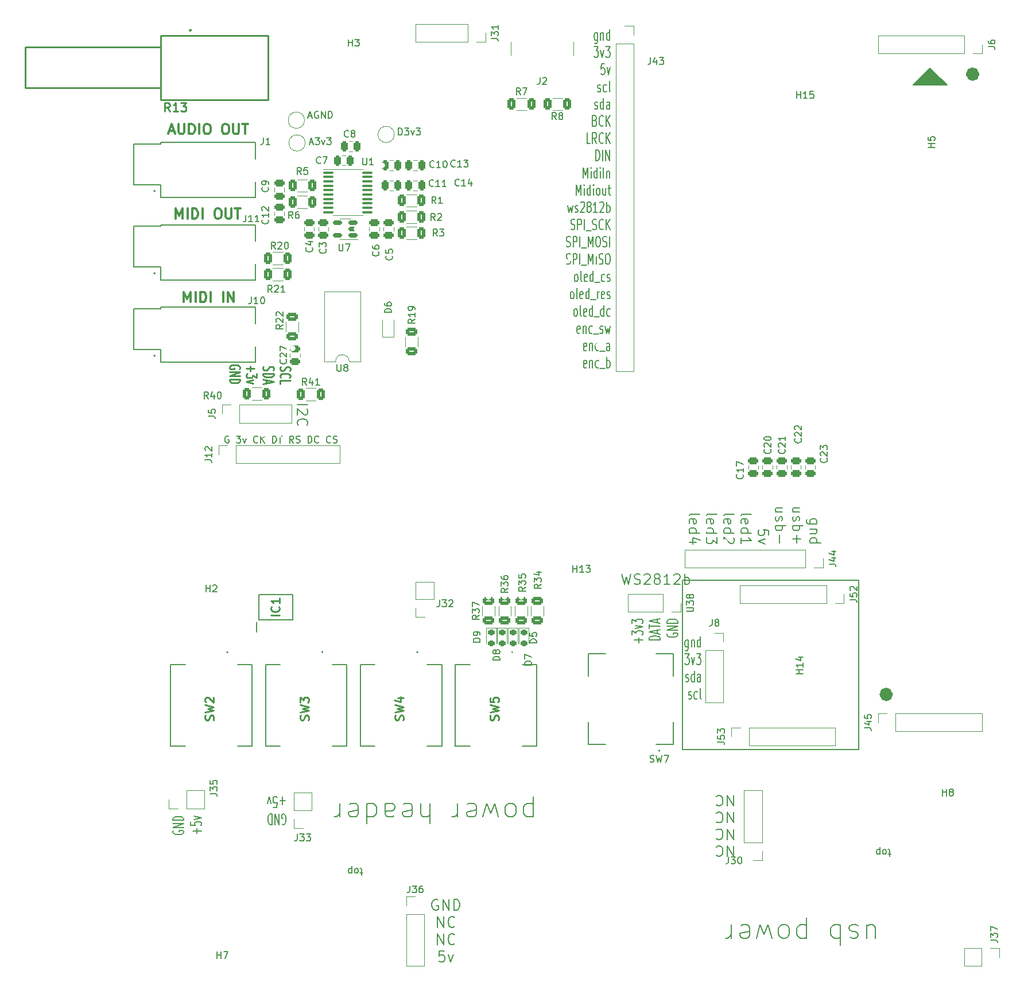
<source format=gbr>
%TF.GenerationSoftware,KiCad,Pcbnew,(6.0.5)*%
%TF.CreationDate,2022-08-13T10:07:46+02:00*%
%TF.ProjectId,clarinoid-devboard,636c6172-696e-46f6-9964-2d646576626f,rev?*%
%TF.SameCoordinates,Original*%
%TF.FileFunction,Legend,Top*%
%TF.FilePolarity,Positive*%
%FSLAX46Y46*%
G04 Gerber Fmt 4.6, Leading zero omitted, Abs format (unit mm)*
G04 Created by KiCad (PCBNEW (6.0.5)) date 2022-08-13 10:07:46*
%MOMM*%
%LPD*%
G01*
G04 APERTURE LIST*
G04 Aperture macros list*
%AMRoundRect*
0 Rectangle with rounded corners*
0 $1 Rounding radius*
0 $2 $3 $4 $5 $6 $7 $8 $9 X,Y pos of 4 corners*
0 Add a 4 corners polygon primitive as box body*
4,1,4,$2,$3,$4,$5,$6,$7,$8,$9,$2,$3,0*
0 Add four circle primitives for the rounded corners*
1,1,$1+$1,$2,$3*
1,1,$1+$1,$4,$5*
1,1,$1+$1,$6,$7*
1,1,$1+$1,$8,$9*
0 Add four rect primitives between the rounded corners*
20,1,$1+$1,$2,$3,$4,$5,0*
20,1,$1+$1,$4,$5,$6,$7,0*
20,1,$1+$1,$6,$7,$8,$9,0*
20,1,$1+$1,$8,$9,$2,$3,0*%
G04 Aperture macros list end*
%ADD10C,0.150000*%
%ADD11C,0.976388*%
%ADD12C,0.300000*%
%ADD13C,0.250000*%
%ADD14C,0.254000*%
%ADD15C,0.120000*%
%ADD16C,0.200000*%
%ADD17C,0.127000*%
%ADD18C,0.775000*%
%ADD19C,0.500000*%
%ADD20RoundRect,0.218750X-0.256250X0.218750X-0.256250X-0.218750X0.256250X-0.218750X0.256250X0.218750X0*%
%ADD21RoundRect,0.250000X-0.475000X0.250000X-0.475000X-0.250000X0.475000X-0.250000X0.475000X0.250000X0*%
%ADD22R,1.700000X1.700000*%
%ADD23O,1.700000X1.700000*%
%ADD24RoundRect,0.250000X0.475000X-0.250000X0.475000X0.250000X-0.475000X0.250000X-0.475000X-0.250000X0*%
%ADD25RoundRect,0.250000X0.625000X-0.312500X0.625000X0.312500X-0.625000X0.312500X-0.625000X-0.312500X0*%
%ADD26RoundRect,0.250000X-0.312500X-0.625000X0.312500X-0.625000X0.312500X0.625000X-0.312500X0.625000X0*%
%ADD27C,3.200000*%
%ADD28RoundRect,0.250000X0.250000X0.475000X-0.250000X0.475000X-0.250000X-0.475000X0.250000X-0.475000X0*%
%ADD29R,0.450000X1.475000*%
%ADD30C,1.850000*%
%ADD31C,2.000000*%
%ADD32C,0.500000*%
%ADD33O,1.700000X2.800000*%
%ADD34C,0.800000*%
%ADD35C,6.400000*%
%ADD36R,6.400000X6.400000*%
%ADD37C,0.650000*%
%ADD38R,0.300000X1.150000*%
%ADD39O,1.000000X1.600000*%
%ADD40O,1.000000X2.100000*%
%ADD41RoundRect,0.250000X0.312500X0.625000X-0.312500X0.625000X-0.312500X-0.625000X0.312500X-0.625000X0*%
%ADD42RoundRect,0.250000X-0.250000X-0.475000X0.250000X-0.475000X0.250000X0.475000X-0.250000X0.475000X0*%
%ADD43R,1.600000X1.600000*%
%ADD44O,1.600000X1.600000*%
%ADD45C,1.800000*%
%ADD46RoundRect,0.100000X-0.637500X-0.100000X0.637500X-0.100000X0.637500X0.100000X-0.637500X0.100000X0*%
%ADD47R,0.450000X0.600000*%
%ADD48R,1.650000X1.650000*%
%ADD49C,1.650000*%
%ADD50O,3.000000X6.000000*%
%ADD51RoundRect,0.150000X0.512500X0.150000X-0.512500X0.150000X-0.512500X-0.150000X0.512500X-0.150000X0*%
%ADD52C,1.600000*%
G04 APERTURE END LIST*
D10*
X408139304Y-87850034D02*
X434139304Y-87850034D01*
X434139304Y-87850034D02*
X434139304Y-112850034D01*
X434139304Y-112850034D02*
X408139304Y-112850034D01*
X408139304Y-112850034D02*
X408139304Y-87850034D01*
D11*
X451427498Y-13227534D02*
G75*
G03*
X451427498Y-13227534I-488194J0D01*
G01*
D10*
G36*
X447139304Y-14850034D02*
G01*
X442139304Y-14850034D01*
X444639304Y-12350034D01*
X447139304Y-14850034D01*
G37*
X447139304Y-14850034D02*
X442139304Y-14850034D01*
X444639304Y-12350034D01*
X447139304Y-14850034D01*
D11*
X438677498Y-104727534D02*
G75*
G03*
X438677498Y-104727534I-488194J0D01*
G01*
D10*
X341199275Y-66656178D02*
X341104037Y-66608558D01*
X340961180Y-66608558D01*
X340818322Y-66656178D01*
X340723084Y-66751416D01*
X340675465Y-66846654D01*
X340627846Y-67037130D01*
X340627846Y-67179987D01*
X340675465Y-67370463D01*
X340723084Y-67465701D01*
X340818322Y-67560939D01*
X340961180Y-67608558D01*
X341056418Y-67608558D01*
X341199275Y-67560939D01*
X341246894Y-67513320D01*
X341246894Y-67179987D01*
X341056418Y-67179987D01*
X342342132Y-66608558D02*
X342961180Y-66608558D01*
X342627846Y-66989511D01*
X342770703Y-66989511D01*
X342865941Y-67037130D01*
X342913561Y-67084749D01*
X342961180Y-67179987D01*
X342961180Y-67418082D01*
X342913561Y-67513320D01*
X342865941Y-67560939D01*
X342770703Y-67608558D01*
X342484989Y-67608558D01*
X342389751Y-67560939D01*
X342342132Y-67513320D01*
X343294513Y-66941892D02*
X343532608Y-67608558D01*
X343770703Y-66941892D01*
X345484989Y-67513320D02*
X345437370Y-67560939D01*
X345294513Y-67608558D01*
X345199275Y-67608558D01*
X345056418Y-67560939D01*
X344961180Y-67465701D01*
X344913561Y-67370463D01*
X344865941Y-67179987D01*
X344865941Y-67037130D01*
X344913561Y-66846654D01*
X344961180Y-66751416D01*
X345056418Y-66656178D01*
X345199275Y-66608558D01*
X345294513Y-66608558D01*
X345437370Y-66656178D01*
X345484989Y-66703797D01*
X345913561Y-67608558D02*
X345913561Y-66608558D01*
X346484989Y-67608558D02*
X346056418Y-67037130D01*
X346484989Y-66608558D02*
X345913561Y-67179987D01*
X347675465Y-67608558D02*
X347675465Y-66608558D01*
X347913561Y-66608558D01*
X348056418Y-66656178D01*
X348151656Y-66751416D01*
X348199275Y-66846654D01*
X348246894Y-67037130D01*
X348246894Y-67179987D01*
X348199275Y-67370463D01*
X348151656Y-67465701D01*
X348056418Y-67560939D01*
X347913561Y-67608558D01*
X347675465Y-67608558D01*
X348532608Y-66608558D02*
X349104037Y-66608558D01*
X348818322Y-67608558D02*
X348818322Y-66608558D01*
X350770703Y-67608558D02*
X350437370Y-67132368D01*
X350199275Y-67608558D02*
X350199275Y-66608558D01*
X350580227Y-66608558D01*
X350675465Y-66656178D01*
X350723084Y-66703797D01*
X350770703Y-66799035D01*
X350770703Y-66941892D01*
X350723084Y-67037130D01*
X350675465Y-67084749D01*
X350580227Y-67132368D01*
X350199275Y-67132368D01*
X351151656Y-67560939D02*
X351294513Y-67608558D01*
X351532608Y-67608558D01*
X351627846Y-67560939D01*
X351675465Y-67513320D01*
X351723084Y-67418082D01*
X351723084Y-67322844D01*
X351675465Y-67227606D01*
X351627846Y-67179987D01*
X351532608Y-67132368D01*
X351342132Y-67084749D01*
X351246894Y-67037130D01*
X351199275Y-66989511D01*
X351151656Y-66894273D01*
X351151656Y-66799035D01*
X351199275Y-66703797D01*
X351246894Y-66656178D01*
X351342132Y-66608558D01*
X351580227Y-66608558D01*
X351723084Y-66656178D01*
X352913561Y-67608558D02*
X352913561Y-66608558D01*
X353151656Y-66608558D01*
X353294513Y-66656178D01*
X353389751Y-66751416D01*
X353437370Y-66846654D01*
X353484989Y-67037130D01*
X353484989Y-67179987D01*
X353437370Y-67370463D01*
X353389751Y-67465701D01*
X353294513Y-67560939D01*
X353151656Y-67608558D01*
X352913561Y-67608558D01*
X354484989Y-67513320D02*
X354437370Y-67560939D01*
X354294513Y-67608558D01*
X354199275Y-67608558D01*
X354056418Y-67560939D01*
X353961180Y-67465701D01*
X353913561Y-67370463D01*
X353865941Y-67179987D01*
X353865941Y-67037130D01*
X353913561Y-66846654D01*
X353961180Y-66751416D01*
X354056418Y-66656178D01*
X354199275Y-66608558D01*
X354294513Y-66608558D01*
X354437370Y-66656178D01*
X354484989Y-66703797D01*
X356246894Y-67513320D02*
X356199275Y-67560939D01*
X356056418Y-67608558D01*
X355961180Y-67608558D01*
X355818322Y-67560939D01*
X355723084Y-67465701D01*
X355675465Y-67370463D01*
X355627846Y-67179987D01*
X355627846Y-67037130D01*
X355675465Y-66846654D01*
X355723084Y-66751416D01*
X355818322Y-66656178D01*
X355961180Y-66608558D01*
X356056418Y-66608558D01*
X356199275Y-66656178D01*
X356246894Y-66703797D01*
X356627846Y-67560939D02*
X356770703Y-67608558D01*
X357008799Y-67608558D01*
X357104037Y-67560939D01*
X357151656Y-67513320D01*
X357199275Y-67418082D01*
X357199275Y-67322844D01*
X357151656Y-67227606D01*
X357104037Y-67179987D01*
X357008799Y-67132368D01*
X356818322Y-67084749D01*
X356723084Y-67037130D01*
X356675465Y-66989511D01*
X356627846Y-66894273D01*
X356627846Y-66799035D01*
X356675465Y-66703797D01*
X356723084Y-66656178D01*
X356818322Y-66608558D01*
X357056418Y-66608558D01*
X357199275Y-66656178D01*
D12*
X334605984Y-46854300D02*
X334605984Y-45354300D01*
X335105984Y-46425729D01*
X335605984Y-45354300D01*
X335605984Y-46854300D01*
X336320270Y-46854300D02*
X336320270Y-45354300D01*
X337034556Y-46854300D02*
X337034556Y-45354300D01*
X337391698Y-45354300D01*
X337605984Y-45425729D01*
X337748841Y-45568586D01*
X337820270Y-45711443D01*
X337891698Y-45997157D01*
X337891698Y-46211443D01*
X337820270Y-46497157D01*
X337748841Y-46640014D01*
X337605984Y-46782871D01*
X337391698Y-46854300D01*
X337034556Y-46854300D01*
X338534556Y-46854300D02*
X338534556Y-45354300D01*
X340391698Y-46854300D02*
X340391698Y-45354300D01*
X341105984Y-46854300D02*
X341105984Y-45354300D01*
X341963127Y-46854300D01*
X341963127Y-45354300D01*
D10*
X386139304Y-122792891D02*
X386139304Y-119792891D01*
X386139304Y-122650034D02*
X385853589Y-122792891D01*
X385282161Y-122792891D01*
X384996446Y-122650034D01*
X384853589Y-122507176D01*
X384710732Y-122221462D01*
X384710732Y-121364319D01*
X384853589Y-121078605D01*
X384996446Y-120935748D01*
X385282161Y-120792891D01*
X385853589Y-120792891D01*
X386139304Y-120935748D01*
X382996446Y-120792891D02*
X383282161Y-120935748D01*
X383425018Y-121078605D01*
X383567875Y-121364319D01*
X383567875Y-122221462D01*
X383425018Y-122507176D01*
X383282161Y-122650034D01*
X382996446Y-122792891D01*
X382567875Y-122792891D01*
X382282161Y-122650034D01*
X382139304Y-122507176D01*
X381996446Y-122221462D01*
X381996446Y-121364319D01*
X382139304Y-121078605D01*
X382282161Y-120935748D01*
X382567875Y-120792891D01*
X382996446Y-120792891D01*
X380996446Y-122792891D02*
X380425018Y-120792891D01*
X379853589Y-122221462D01*
X379282161Y-120792891D01*
X378710732Y-122792891D01*
X376425018Y-120935748D02*
X376710732Y-120792891D01*
X377282161Y-120792891D01*
X377567875Y-120935748D01*
X377710732Y-121221462D01*
X377710732Y-122364319D01*
X377567875Y-122650034D01*
X377282161Y-122792891D01*
X376710732Y-122792891D01*
X376425018Y-122650034D01*
X376282161Y-122364319D01*
X376282161Y-122078605D01*
X377710732Y-121792891D01*
X374996446Y-120792891D02*
X374996446Y-122792891D01*
X374996446Y-122221462D02*
X374853589Y-122507176D01*
X374710732Y-122650034D01*
X374425018Y-122792891D01*
X374139304Y-122792891D01*
X370853589Y-120792891D02*
X370853589Y-123792891D01*
X369567875Y-120792891D02*
X369567875Y-122364319D01*
X369710732Y-122650034D01*
X369996446Y-122792891D01*
X370425018Y-122792891D01*
X370710732Y-122650034D01*
X370853589Y-122507176D01*
X366996446Y-120935748D02*
X367282161Y-120792891D01*
X367853589Y-120792891D01*
X368139304Y-120935748D01*
X368282161Y-121221462D01*
X368282161Y-122364319D01*
X368139304Y-122650034D01*
X367853589Y-122792891D01*
X367282161Y-122792891D01*
X366996446Y-122650034D01*
X366853589Y-122364319D01*
X366853589Y-122078605D01*
X368282161Y-121792891D01*
X364282161Y-120792891D02*
X364282161Y-122364319D01*
X364425018Y-122650034D01*
X364710732Y-122792891D01*
X365282161Y-122792891D01*
X365567875Y-122650034D01*
X364282161Y-120935748D02*
X364567875Y-120792891D01*
X365282161Y-120792891D01*
X365567875Y-120935748D01*
X365710732Y-121221462D01*
X365710732Y-121507176D01*
X365567875Y-121792891D01*
X365282161Y-121935748D01*
X364567875Y-121935748D01*
X364282161Y-122078605D01*
X361567875Y-120792891D02*
X361567875Y-123792891D01*
X361567875Y-120935748D02*
X361853589Y-120792891D01*
X362425018Y-120792891D01*
X362710732Y-120935748D01*
X362853589Y-121078605D01*
X362996446Y-121364319D01*
X362996446Y-122221462D01*
X362853589Y-122507176D01*
X362710732Y-122650034D01*
X362425018Y-122792891D01*
X361853589Y-122792891D01*
X361567875Y-122650034D01*
X358996446Y-120935748D02*
X359282161Y-120792891D01*
X359853589Y-120792891D01*
X360139304Y-120935748D01*
X360282161Y-121221462D01*
X360282161Y-122364319D01*
X360139304Y-122650034D01*
X359853589Y-122792891D01*
X359282161Y-122792891D01*
X358996446Y-122650034D01*
X358853589Y-122364319D01*
X358853589Y-122078605D01*
X360282161Y-121792891D01*
X357567875Y-120792891D02*
X357567875Y-122792891D01*
X357567875Y-122221462D02*
X357425018Y-122507176D01*
X357282161Y-122650034D01*
X356996446Y-122792891D01*
X356710732Y-122792891D01*
D12*
X332434556Y-21625729D02*
X333148841Y-21625729D01*
X332291698Y-22054300D02*
X332791698Y-20554300D01*
X333291698Y-22054300D01*
X333791698Y-20554300D02*
X333791698Y-21768586D01*
X333863127Y-21911443D01*
X333934556Y-21982871D01*
X334077413Y-22054300D01*
X334363127Y-22054300D01*
X334505984Y-21982871D01*
X334577413Y-21911443D01*
X334648841Y-21768586D01*
X334648841Y-20554300D01*
X335363127Y-22054300D02*
X335363127Y-20554300D01*
X335720270Y-20554300D01*
X335934556Y-20625729D01*
X336077413Y-20768586D01*
X336148841Y-20911443D01*
X336220270Y-21197157D01*
X336220270Y-21411443D01*
X336148841Y-21697157D01*
X336077413Y-21840014D01*
X335934556Y-21982871D01*
X335720270Y-22054300D01*
X335363127Y-22054300D01*
X336863127Y-22054300D02*
X336863127Y-20554300D01*
X337863127Y-20554300D02*
X338148841Y-20554300D01*
X338291698Y-20625729D01*
X338434556Y-20768586D01*
X338505984Y-21054300D01*
X338505984Y-21554300D01*
X338434556Y-21840014D01*
X338291698Y-21982871D01*
X338148841Y-22054300D01*
X337863127Y-22054300D01*
X337720270Y-21982871D01*
X337577413Y-21840014D01*
X337505984Y-21554300D01*
X337505984Y-21054300D01*
X337577413Y-20768586D01*
X337720270Y-20625729D01*
X337863127Y-20554300D01*
X340577413Y-20554300D02*
X340863127Y-20554300D01*
X341005984Y-20625729D01*
X341148841Y-20768586D01*
X341220270Y-21054300D01*
X341220270Y-21554300D01*
X341148841Y-21840014D01*
X341005984Y-21982871D01*
X340863127Y-22054300D01*
X340577413Y-22054300D01*
X340434556Y-21982871D01*
X340291698Y-21840014D01*
X340220270Y-21554300D01*
X340220270Y-21054300D01*
X340291698Y-20768586D01*
X340434556Y-20625729D01*
X340577413Y-20554300D01*
X341863127Y-20554300D02*
X341863127Y-21768586D01*
X341934556Y-21911443D01*
X342005984Y-21982871D01*
X342148841Y-22054300D01*
X342434556Y-22054300D01*
X342577413Y-21982871D01*
X342648841Y-21911443D01*
X342720270Y-21768586D01*
X342720270Y-20554300D01*
X343220270Y-20554300D02*
X344077413Y-20554300D01*
X343648841Y-22054300D02*
X343648841Y-20554300D01*
D10*
X395594184Y-7145362D02*
X395594184Y-8424410D01*
X395546565Y-8574886D01*
X395498946Y-8650124D01*
X395403708Y-8725362D01*
X395260851Y-8725362D01*
X395165613Y-8650124D01*
X395594184Y-8123457D02*
X395498946Y-8198695D01*
X395308470Y-8198695D01*
X395213232Y-8123457D01*
X395165613Y-8048219D01*
X395117994Y-7897743D01*
X395117994Y-7446314D01*
X395165613Y-7295838D01*
X395213232Y-7220600D01*
X395308470Y-7145362D01*
X395498946Y-7145362D01*
X395594184Y-7220600D01*
X396070375Y-7145362D02*
X396070375Y-8198695D01*
X396070375Y-7295838D02*
X396117994Y-7220600D01*
X396213232Y-7145362D01*
X396356089Y-7145362D01*
X396451327Y-7220600D01*
X396498946Y-7371076D01*
X396498946Y-8198695D01*
X397403708Y-8198695D02*
X397403708Y-6618695D01*
X397403708Y-8123457D02*
X397308470Y-8198695D01*
X397117994Y-8198695D01*
X397022756Y-8123457D01*
X396975137Y-8048219D01*
X396927518Y-7897743D01*
X396927518Y-7446314D01*
X396975137Y-7295838D01*
X397022756Y-7220600D01*
X397117994Y-7145362D01*
X397308470Y-7145362D01*
X397403708Y-7220600D01*
X395117994Y-9162495D02*
X395737042Y-9162495D01*
X395403708Y-9764400D01*
X395546565Y-9764400D01*
X395641804Y-9839638D01*
X395689423Y-9914876D01*
X395737042Y-10065353D01*
X395737042Y-10441543D01*
X395689423Y-10592019D01*
X395641804Y-10667257D01*
X395546565Y-10742495D01*
X395260851Y-10742495D01*
X395165613Y-10667257D01*
X395117994Y-10592019D01*
X396070375Y-9689162D02*
X396308470Y-10742495D01*
X396546565Y-9689162D01*
X396832280Y-9162495D02*
X397451327Y-9162495D01*
X397117994Y-9764400D01*
X397260851Y-9764400D01*
X397356089Y-9839638D01*
X397403708Y-9914876D01*
X397451327Y-10065353D01*
X397451327Y-10441543D01*
X397403708Y-10592019D01*
X397356089Y-10667257D01*
X397260851Y-10742495D01*
X396975137Y-10742495D01*
X396879899Y-10667257D01*
X396832280Y-10592019D01*
X396641804Y-11706295D02*
X396165613Y-11706295D01*
X396117994Y-12458676D01*
X396165613Y-12383438D01*
X396260851Y-12308200D01*
X396498946Y-12308200D01*
X396594184Y-12383438D01*
X396641804Y-12458676D01*
X396689423Y-12609153D01*
X396689423Y-12985343D01*
X396641804Y-13135819D01*
X396594184Y-13211057D01*
X396498946Y-13286295D01*
X396260851Y-13286295D01*
X396165613Y-13211057D01*
X396117994Y-13135819D01*
X397022756Y-12232962D02*
X397260851Y-13286295D01*
X397498946Y-12232962D01*
X395641804Y-15754857D02*
X395737042Y-15830095D01*
X395927518Y-15830095D01*
X396022756Y-15754857D01*
X396070375Y-15604381D01*
X396070375Y-15529143D01*
X396022756Y-15378667D01*
X395927518Y-15303429D01*
X395784661Y-15303429D01*
X395689423Y-15228191D01*
X395641804Y-15077714D01*
X395641804Y-15002476D01*
X395689423Y-14852000D01*
X395784661Y-14776762D01*
X395927518Y-14776762D01*
X396022756Y-14852000D01*
X396927518Y-15754857D02*
X396832280Y-15830095D01*
X396641804Y-15830095D01*
X396546565Y-15754857D01*
X396498946Y-15679619D01*
X396451327Y-15529143D01*
X396451327Y-15077714D01*
X396498946Y-14927238D01*
X396546565Y-14852000D01*
X396641804Y-14776762D01*
X396832280Y-14776762D01*
X396927518Y-14852000D01*
X397498946Y-15830095D02*
X397403708Y-15754857D01*
X397356089Y-15604381D01*
X397356089Y-14250095D01*
X395213232Y-18298657D02*
X395308470Y-18373895D01*
X395498946Y-18373895D01*
X395594184Y-18298657D01*
X395641804Y-18148181D01*
X395641804Y-18072943D01*
X395594184Y-17922467D01*
X395498946Y-17847229D01*
X395356089Y-17847229D01*
X395260851Y-17771991D01*
X395213232Y-17621514D01*
X395213232Y-17546276D01*
X395260851Y-17395800D01*
X395356089Y-17320562D01*
X395498946Y-17320562D01*
X395594184Y-17395800D01*
X396498946Y-18373895D02*
X396498946Y-16793895D01*
X396498946Y-18298657D02*
X396403708Y-18373895D01*
X396213232Y-18373895D01*
X396117994Y-18298657D01*
X396070375Y-18223419D01*
X396022756Y-18072943D01*
X396022756Y-17621514D01*
X396070375Y-17471038D01*
X396117994Y-17395800D01*
X396213232Y-17320562D01*
X396403708Y-17320562D01*
X396498946Y-17395800D01*
X397403708Y-18373895D02*
X397403708Y-17546276D01*
X397356089Y-17395800D01*
X397260851Y-17320562D01*
X397070375Y-17320562D01*
X396975137Y-17395800D01*
X397403708Y-18298657D02*
X397308470Y-18373895D01*
X397070375Y-18373895D01*
X396975137Y-18298657D01*
X396927518Y-18148181D01*
X396927518Y-17997705D01*
X396975137Y-17847229D01*
X397070375Y-17771991D01*
X397308470Y-17771991D01*
X397403708Y-17696753D01*
X395213232Y-20090076D02*
X395356089Y-20165314D01*
X395403708Y-20240553D01*
X395451327Y-20391029D01*
X395451327Y-20616743D01*
X395403708Y-20767219D01*
X395356089Y-20842457D01*
X395260851Y-20917695D01*
X394879899Y-20917695D01*
X394879899Y-19337695D01*
X395213232Y-19337695D01*
X395308470Y-19412934D01*
X395356089Y-19488172D01*
X395403708Y-19638648D01*
X395403708Y-19789124D01*
X395356089Y-19939600D01*
X395308470Y-20014838D01*
X395213232Y-20090076D01*
X394879899Y-20090076D01*
X396451327Y-20767219D02*
X396403708Y-20842457D01*
X396260851Y-20917695D01*
X396165613Y-20917695D01*
X396022756Y-20842457D01*
X395927518Y-20691981D01*
X395879899Y-20541505D01*
X395832280Y-20240553D01*
X395832280Y-20014838D01*
X395879899Y-19713886D01*
X395927518Y-19563410D01*
X396022756Y-19412934D01*
X396165613Y-19337695D01*
X396260851Y-19337695D01*
X396403708Y-19412934D01*
X396451327Y-19488172D01*
X396879899Y-20917695D02*
X396879899Y-19337695D01*
X397451327Y-20917695D02*
X397022756Y-20014838D01*
X397451327Y-19337695D02*
X396879899Y-20240553D01*
X394546565Y-23461495D02*
X394070375Y-23461495D01*
X394070375Y-21881495D01*
X395451327Y-23461495D02*
X395117994Y-22709114D01*
X394879899Y-23461495D02*
X394879899Y-21881495D01*
X395260851Y-21881495D01*
X395356089Y-21956734D01*
X395403708Y-22031972D01*
X395451327Y-22182448D01*
X395451327Y-22408162D01*
X395403708Y-22558638D01*
X395356089Y-22633876D01*
X395260851Y-22709114D01*
X394879899Y-22709114D01*
X396451327Y-23311019D02*
X396403708Y-23386257D01*
X396260851Y-23461495D01*
X396165613Y-23461495D01*
X396022756Y-23386257D01*
X395927518Y-23235781D01*
X395879899Y-23085305D01*
X395832280Y-22784353D01*
X395832280Y-22558638D01*
X395879899Y-22257686D01*
X395927518Y-22107210D01*
X396022756Y-21956734D01*
X396165613Y-21881495D01*
X396260851Y-21881495D01*
X396403708Y-21956734D01*
X396451327Y-22031972D01*
X396879899Y-23461495D02*
X396879899Y-21881495D01*
X397451327Y-23461495D02*
X397022756Y-22558638D01*
X397451327Y-21881495D02*
X396879899Y-22784353D01*
X395356089Y-26005295D02*
X395356089Y-24425295D01*
X395594184Y-24425295D01*
X395737042Y-24500534D01*
X395832280Y-24651010D01*
X395879899Y-24801486D01*
X395927518Y-25102438D01*
X395927518Y-25328153D01*
X395879899Y-25629105D01*
X395832280Y-25779581D01*
X395737042Y-25930057D01*
X395594184Y-26005295D01*
X395356089Y-26005295D01*
X396356089Y-26005295D02*
X396356089Y-24425295D01*
X396832280Y-26005295D02*
X396832280Y-24425295D01*
X397403708Y-26005295D01*
X397403708Y-24425295D01*
X393498946Y-28549095D02*
X393498946Y-26969095D01*
X393832280Y-28097667D01*
X394165613Y-26969095D01*
X394165613Y-28549095D01*
X394641804Y-28549095D02*
X394641804Y-27495762D01*
X394641804Y-26969095D02*
X394594184Y-27044334D01*
X394641804Y-27119572D01*
X394689423Y-27044334D01*
X394641804Y-26969095D01*
X394641804Y-27119572D01*
X395546565Y-28549095D02*
X395546565Y-26969095D01*
X395546565Y-28473857D02*
X395451327Y-28549095D01*
X395260851Y-28549095D01*
X395165613Y-28473857D01*
X395117994Y-28398619D01*
X395070375Y-28248143D01*
X395070375Y-27796714D01*
X395117994Y-27646238D01*
X395165613Y-27571000D01*
X395260851Y-27495762D01*
X395451327Y-27495762D01*
X395546565Y-27571000D01*
X396022756Y-28549095D02*
X396022756Y-27495762D01*
X396022756Y-26969095D02*
X395975137Y-27044334D01*
X396022756Y-27119572D01*
X396070375Y-27044334D01*
X396022756Y-26969095D01*
X396022756Y-27119572D01*
X396498946Y-28549095D02*
X396498946Y-26969095D01*
X396975137Y-27495762D02*
X396975137Y-28549095D01*
X396975137Y-27646238D02*
X397022756Y-27571000D01*
X397117994Y-27495762D01*
X397260851Y-27495762D01*
X397356089Y-27571000D01*
X397403708Y-27721476D01*
X397403708Y-28549095D01*
X392498946Y-31092895D02*
X392498946Y-29512895D01*
X392832280Y-30641467D01*
X393165613Y-29512895D01*
X393165613Y-31092895D01*
X393641804Y-31092895D02*
X393641804Y-30039562D01*
X393641804Y-29512895D02*
X393594184Y-29588134D01*
X393641804Y-29663372D01*
X393689423Y-29588134D01*
X393641804Y-29512895D01*
X393641804Y-29663372D01*
X394546565Y-31092895D02*
X394546565Y-29512895D01*
X394546565Y-31017657D02*
X394451327Y-31092895D01*
X394260851Y-31092895D01*
X394165613Y-31017657D01*
X394117994Y-30942419D01*
X394070375Y-30791943D01*
X394070375Y-30340514D01*
X394117994Y-30190038D01*
X394165613Y-30114800D01*
X394260851Y-30039562D01*
X394451327Y-30039562D01*
X394546565Y-30114800D01*
X395022756Y-31092895D02*
X395022756Y-30039562D01*
X395022756Y-29512895D02*
X394975137Y-29588134D01*
X395022756Y-29663372D01*
X395070375Y-29588134D01*
X395022756Y-29512895D01*
X395022756Y-29663372D01*
X395641804Y-31092895D02*
X395546565Y-31017657D01*
X395498946Y-30942419D01*
X395451327Y-30791943D01*
X395451327Y-30340514D01*
X395498946Y-30190038D01*
X395546565Y-30114800D01*
X395641804Y-30039562D01*
X395784661Y-30039562D01*
X395879899Y-30114800D01*
X395927518Y-30190038D01*
X395975137Y-30340514D01*
X395975137Y-30791943D01*
X395927518Y-30942419D01*
X395879899Y-31017657D01*
X395784661Y-31092895D01*
X395641804Y-31092895D01*
X396832280Y-30039562D02*
X396832280Y-31092895D01*
X396403708Y-30039562D02*
X396403708Y-30867181D01*
X396451327Y-31017657D01*
X396546565Y-31092895D01*
X396689423Y-31092895D01*
X396784661Y-31017657D01*
X396832280Y-30942419D01*
X397165613Y-30039562D02*
X397546565Y-30039562D01*
X397308470Y-29512895D02*
X397308470Y-30867181D01*
X397356089Y-31017657D01*
X397451327Y-31092895D01*
X397546565Y-31092895D01*
X391213232Y-32583362D02*
X391403708Y-33636695D01*
X391594184Y-32884314D01*
X391784661Y-33636695D01*
X391975137Y-32583362D01*
X392308470Y-33561457D02*
X392403708Y-33636695D01*
X392594184Y-33636695D01*
X392689423Y-33561457D01*
X392737042Y-33410981D01*
X392737042Y-33335743D01*
X392689423Y-33185267D01*
X392594184Y-33110029D01*
X392451327Y-33110029D01*
X392356089Y-33034791D01*
X392308470Y-32884314D01*
X392308470Y-32809076D01*
X392356089Y-32658600D01*
X392451327Y-32583362D01*
X392594184Y-32583362D01*
X392689423Y-32658600D01*
X393117994Y-32207172D02*
X393165613Y-32131934D01*
X393260851Y-32056695D01*
X393498946Y-32056695D01*
X393594184Y-32131934D01*
X393641804Y-32207172D01*
X393689423Y-32357648D01*
X393689423Y-32508124D01*
X393641804Y-32733838D01*
X393070375Y-33636695D01*
X393689423Y-33636695D01*
X394260851Y-32733838D02*
X394165613Y-32658600D01*
X394117994Y-32583362D01*
X394070375Y-32432886D01*
X394070375Y-32357648D01*
X394117994Y-32207172D01*
X394165613Y-32131934D01*
X394260851Y-32056695D01*
X394451327Y-32056695D01*
X394546565Y-32131934D01*
X394594184Y-32207172D01*
X394641804Y-32357648D01*
X394641804Y-32432886D01*
X394594184Y-32583362D01*
X394546565Y-32658600D01*
X394451327Y-32733838D01*
X394260851Y-32733838D01*
X394165613Y-32809076D01*
X394117994Y-32884314D01*
X394070375Y-33034791D01*
X394070375Y-33335743D01*
X394117994Y-33486219D01*
X394165613Y-33561457D01*
X394260851Y-33636695D01*
X394451327Y-33636695D01*
X394546565Y-33561457D01*
X394594184Y-33486219D01*
X394641804Y-33335743D01*
X394641804Y-33034791D01*
X394594184Y-32884314D01*
X394546565Y-32809076D01*
X394451327Y-32733838D01*
X395594184Y-33636695D02*
X395022756Y-33636695D01*
X395308470Y-33636695D02*
X395308470Y-32056695D01*
X395213232Y-32282410D01*
X395117994Y-32432886D01*
X395022756Y-32508124D01*
X395975137Y-32207172D02*
X396022756Y-32131934D01*
X396117994Y-32056695D01*
X396356089Y-32056695D01*
X396451327Y-32131934D01*
X396498946Y-32207172D01*
X396546565Y-32357648D01*
X396546565Y-32508124D01*
X396498946Y-32733838D01*
X395927518Y-33636695D01*
X396546565Y-33636695D01*
X396975137Y-33636695D02*
X396975137Y-32056695D01*
X396975137Y-32658600D02*
X397070375Y-32583362D01*
X397260851Y-32583362D01*
X397356089Y-32658600D01*
X397403708Y-32733838D01*
X397451327Y-32884314D01*
X397451327Y-33335743D01*
X397403708Y-33486219D01*
X397356089Y-33561457D01*
X397260851Y-33636695D01*
X397070375Y-33636695D01*
X396975137Y-33561457D01*
X391689423Y-36105257D02*
X391832280Y-36180495D01*
X392070375Y-36180495D01*
X392165613Y-36105257D01*
X392213232Y-36030019D01*
X392260851Y-35879543D01*
X392260851Y-35729067D01*
X392213232Y-35578591D01*
X392165613Y-35503353D01*
X392070375Y-35428114D01*
X391879899Y-35352876D01*
X391784661Y-35277638D01*
X391737042Y-35202400D01*
X391689423Y-35051924D01*
X391689423Y-34901448D01*
X391737042Y-34750972D01*
X391784661Y-34675734D01*
X391879899Y-34600495D01*
X392117994Y-34600495D01*
X392260851Y-34675734D01*
X392689423Y-36180495D02*
X392689423Y-34600495D01*
X393070375Y-34600495D01*
X393165613Y-34675734D01*
X393213232Y-34750972D01*
X393260851Y-34901448D01*
X393260851Y-35127162D01*
X393213232Y-35277638D01*
X393165613Y-35352876D01*
X393070375Y-35428114D01*
X392689423Y-35428114D01*
X393689423Y-36180495D02*
X393689423Y-34600495D01*
X393927518Y-36330972D02*
X394689423Y-36330972D01*
X394879899Y-36105257D02*
X395022756Y-36180495D01*
X395260851Y-36180495D01*
X395356089Y-36105257D01*
X395403708Y-36030019D01*
X395451327Y-35879543D01*
X395451327Y-35729067D01*
X395403708Y-35578591D01*
X395356089Y-35503353D01*
X395260851Y-35428114D01*
X395070375Y-35352876D01*
X394975137Y-35277638D01*
X394927518Y-35202400D01*
X394879899Y-35051924D01*
X394879899Y-34901448D01*
X394927518Y-34750972D01*
X394975137Y-34675734D01*
X395070375Y-34600495D01*
X395308470Y-34600495D01*
X395451327Y-34675734D01*
X396451327Y-36030019D02*
X396403708Y-36105257D01*
X396260851Y-36180495D01*
X396165613Y-36180495D01*
X396022756Y-36105257D01*
X395927518Y-35954781D01*
X395879899Y-35804305D01*
X395832280Y-35503353D01*
X395832280Y-35277638D01*
X395879899Y-34976686D01*
X395927518Y-34826210D01*
X396022756Y-34675734D01*
X396165613Y-34600495D01*
X396260851Y-34600495D01*
X396403708Y-34675734D01*
X396451327Y-34750972D01*
X396879899Y-36180495D02*
X396879899Y-34600495D01*
X397451327Y-36180495D02*
X397022756Y-35277638D01*
X397451327Y-34600495D02*
X396879899Y-35503353D01*
X391022756Y-38649057D02*
X391165613Y-38724295D01*
X391403708Y-38724295D01*
X391498946Y-38649057D01*
X391546565Y-38573819D01*
X391594184Y-38423343D01*
X391594184Y-38272867D01*
X391546565Y-38122391D01*
X391498946Y-38047153D01*
X391403708Y-37971914D01*
X391213232Y-37896676D01*
X391117994Y-37821438D01*
X391070375Y-37746200D01*
X391022756Y-37595724D01*
X391022756Y-37445248D01*
X391070375Y-37294772D01*
X391117994Y-37219534D01*
X391213232Y-37144295D01*
X391451327Y-37144295D01*
X391594184Y-37219534D01*
X392022756Y-38724295D02*
X392022756Y-37144295D01*
X392403708Y-37144295D01*
X392498946Y-37219534D01*
X392546565Y-37294772D01*
X392594184Y-37445248D01*
X392594184Y-37670962D01*
X392546565Y-37821438D01*
X392498946Y-37896676D01*
X392403708Y-37971914D01*
X392022756Y-37971914D01*
X393022756Y-38724295D02*
X393022756Y-37144295D01*
X393260851Y-38874772D02*
X394022756Y-38874772D01*
X394260851Y-38724295D02*
X394260851Y-37144295D01*
X394594184Y-38272867D01*
X394927518Y-37144295D01*
X394927518Y-38724295D01*
X395594184Y-37144295D02*
X395784661Y-37144295D01*
X395879899Y-37219534D01*
X395975137Y-37370010D01*
X396022756Y-37670962D01*
X396022756Y-38197629D01*
X395975137Y-38498581D01*
X395879899Y-38649057D01*
X395784661Y-38724295D01*
X395594184Y-38724295D01*
X395498946Y-38649057D01*
X395403708Y-38498581D01*
X395356089Y-38197629D01*
X395356089Y-37670962D01*
X395403708Y-37370010D01*
X395498946Y-37219534D01*
X395594184Y-37144295D01*
X396403708Y-38649057D02*
X396546565Y-38724295D01*
X396784661Y-38724295D01*
X396879899Y-38649057D01*
X396927518Y-38573819D01*
X396975137Y-38423343D01*
X396975137Y-38272867D01*
X396927518Y-38122391D01*
X396879899Y-38047153D01*
X396784661Y-37971914D01*
X396594184Y-37896676D01*
X396498946Y-37821438D01*
X396451327Y-37746200D01*
X396403708Y-37595724D01*
X396403708Y-37445248D01*
X396451327Y-37294772D01*
X396498946Y-37219534D01*
X396594184Y-37144295D01*
X396832280Y-37144295D01*
X396975137Y-37219534D01*
X397403708Y-38724295D02*
X397403708Y-37144295D01*
X391022756Y-41192857D02*
X391165613Y-41268095D01*
X391403708Y-41268095D01*
X391498946Y-41192857D01*
X391546565Y-41117619D01*
X391594184Y-40967143D01*
X391594184Y-40816667D01*
X391546565Y-40666191D01*
X391498946Y-40590953D01*
X391403708Y-40515714D01*
X391213232Y-40440476D01*
X391117994Y-40365238D01*
X391070375Y-40290000D01*
X391022756Y-40139524D01*
X391022756Y-39989048D01*
X391070375Y-39838572D01*
X391117994Y-39763334D01*
X391213232Y-39688095D01*
X391451327Y-39688095D01*
X391594184Y-39763334D01*
X392022756Y-41268095D02*
X392022756Y-39688095D01*
X392403708Y-39688095D01*
X392498946Y-39763334D01*
X392546565Y-39838572D01*
X392594184Y-39989048D01*
X392594184Y-40214762D01*
X392546565Y-40365238D01*
X392498946Y-40440476D01*
X392403708Y-40515714D01*
X392022756Y-40515714D01*
X393022756Y-41268095D02*
X393022756Y-39688095D01*
X393260851Y-41418572D02*
X394022756Y-41418572D01*
X394260851Y-41268095D02*
X394260851Y-39688095D01*
X394594184Y-40816667D01*
X394927518Y-39688095D01*
X394927518Y-41268095D01*
X395403708Y-41268095D02*
X395403708Y-39688095D01*
X395832280Y-41192857D02*
X395975137Y-41268095D01*
X396213232Y-41268095D01*
X396308470Y-41192857D01*
X396356089Y-41117619D01*
X396403708Y-40967143D01*
X396403708Y-40816667D01*
X396356089Y-40666191D01*
X396308470Y-40590953D01*
X396213232Y-40515714D01*
X396022756Y-40440476D01*
X395927518Y-40365238D01*
X395879899Y-40290000D01*
X395832280Y-40139524D01*
X395832280Y-39989048D01*
X395879899Y-39838572D01*
X395927518Y-39763334D01*
X396022756Y-39688095D01*
X396260851Y-39688095D01*
X396403708Y-39763334D01*
X397022756Y-39688095D02*
X397213232Y-39688095D01*
X397308470Y-39763334D01*
X397403708Y-39913810D01*
X397451327Y-40214762D01*
X397451327Y-40741429D01*
X397403708Y-41042381D01*
X397308470Y-41192857D01*
X397213232Y-41268095D01*
X397022756Y-41268095D01*
X396927518Y-41192857D01*
X396832280Y-41042381D01*
X396784661Y-40741429D01*
X396784661Y-40214762D01*
X396832280Y-39913810D01*
X396927518Y-39763334D01*
X397022756Y-39688095D01*
X392403708Y-43811895D02*
X392308470Y-43736657D01*
X392260851Y-43661419D01*
X392213232Y-43510943D01*
X392213232Y-43059514D01*
X392260851Y-42909038D01*
X392308470Y-42833800D01*
X392403708Y-42758562D01*
X392546565Y-42758562D01*
X392641804Y-42833800D01*
X392689423Y-42909038D01*
X392737042Y-43059514D01*
X392737042Y-43510943D01*
X392689423Y-43661419D01*
X392641804Y-43736657D01*
X392546565Y-43811895D01*
X392403708Y-43811895D01*
X393308470Y-43811895D02*
X393213232Y-43736657D01*
X393165613Y-43586181D01*
X393165613Y-42231895D01*
X394070375Y-43736657D02*
X393975137Y-43811895D01*
X393784661Y-43811895D01*
X393689423Y-43736657D01*
X393641804Y-43586181D01*
X393641804Y-42984276D01*
X393689423Y-42833800D01*
X393784661Y-42758562D01*
X393975137Y-42758562D01*
X394070375Y-42833800D01*
X394117994Y-42984276D01*
X394117994Y-43134753D01*
X393641804Y-43285229D01*
X394975137Y-43811895D02*
X394975137Y-42231895D01*
X394975137Y-43736657D02*
X394879899Y-43811895D01*
X394689423Y-43811895D01*
X394594184Y-43736657D01*
X394546565Y-43661419D01*
X394498946Y-43510943D01*
X394498946Y-43059514D01*
X394546565Y-42909038D01*
X394594184Y-42833800D01*
X394689423Y-42758562D01*
X394879899Y-42758562D01*
X394975137Y-42833800D01*
X395213232Y-43962372D02*
X395975137Y-43962372D01*
X396641804Y-43736657D02*
X396546565Y-43811895D01*
X396356089Y-43811895D01*
X396260851Y-43736657D01*
X396213232Y-43661419D01*
X396165613Y-43510943D01*
X396165613Y-43059514D01*
X396213232Y-42909038D01*
X396260851Y-42833800D01*
X396356089Y-42758562D01*
X396546565Y-42758562D01*
X396641804Y-42833800D01*
X397022756Y-43736657D02*
X397117994Y-43811895D01*
X397308470Y-43811895D01*
X397403708Y-43736657D01*
X397451327Y-43586181D01*
X397451327Y-43510943D01*
X397403708Y-43360467D01*
X397308470Y-43285229D01*
X397165613Y-43285229D01*
X397070375Y-43209991D01*
X397022756Y-43059514D01*
X397022756Y-42984276D01*
X397070375Y-42833800D01*
X397165613Y-42758562D01*
X397308470Y-42758562D01*
X397403708Y-42833800D01*
X391784661Y-46355695D02*
X391689423Y-46280457D01*
X391641804Y-46205219D01*
X391594184Y-46054743D01*
X391594184Y-45603314D01*
X391641804Y-45452838D01*
X391689423Y-45377600D01*
X391784661Y-45302362D01*
X391927518Y-45302362D01*
X392022756Y-45377600D01*
X392070375Y-45452838D01*
X392117994Y-45603314D01*
X392117994Y-46054743D01*
X392070375Y-46205219D01*
X392022756Y-46280457D01*
X391927518Y-46355695D01*
X391784661Y-46355695D01*
X392689423Y-46355695D02*
X392594184Y-46280457D01*
X392546565Y-46129981D01*
X392546565Y-44775695D01*
X393451327Y-46280457D02*
X393356089Y-46355695D01*
X393165613Y-46355695D01*
X393070375Y-46280457D01*
X393022756Y-46129981D01*
X393022756Y-45528076D01*
X393070375Y-45377600D01*
X393165613Y-45302362D01*
X393356089Y-45302362D01*
X393451327Y-45377600D01*
X393498946Y-45528076D01*
X393498946Y-45678553D01*
X393022756Y-45829029D01*
X394356089Y-46355695D02*
X394356089Y-44775695D01*
X394356089Y-46280457D02*
X394260851Y-46355695D01*
X394070375Y-46355695D01*
X393975137Y-46280457D01*
X393927518Y-46205219D01*
X393879899Y-46054743D01*
X393879899Y-45603314D01*
X393927518Y-45452838D01*
X393975137Y-45377600D01*
X394070375Y-45302362D01*
X394260851Y-45302362D01*
X394356089Y-45377600D01*
X394594184Y-46506172D02*
X395356089Y-46506172D01*
X395594184Y-46355695D02*
X395594184Y-45302362D01*
X395594184Y-45603314D02*
X395641804Y-45452838D01*
X395689423Y-45377600D01*
X395784661Y-45302362D01*
X395879899Y-45302362D01*
X396594184Y-46280457D02*
X396498946Y-46355695D01*
X396308470Y-46355695D01*
X396213232Y-46280457D01*
X396165613Y-46129981D01*
X396165613Y-45528076D01*
X396213232Y-45377600D01*
X396308470Y-45302362D01*
X396498946Y-45302362D01*
X396594184Y-45377600D01*
X396641804Y-45528076D01*
X396641804Y-45678553D01*
X396165613Y-45829029D01*
X397022756Y-46280457D02*
X397117994Y-46355695D01*
X397308470Y-46355695D01*
X397403708Y-46280457D01*
X397451327Y-46129981D01*
X397451327Y-46054743D01*
X397403708Y-45904267D01*
X397308470Y-45829029D01*
X397165613Y-45829029D01*
X397070375Y-45753791D01*
X397022756Y-45603314D01*
X397022756Y-45528076D01*
X397070375Y-45377600D01*
X397165613Y-45302362D01*
X397308470Y-45302362D01*
X397403708Y-45377600D01*
X392308470Y-48899495D02*
X392213232Y-48824257D01*
X392165613Y-48749019D01*
X392117994Y-48598543D01*
X392117994Y-48147114D01*
X392165613Y-47996638D01*
X392213232Y-47921400D01*
X392308470Y-47846162D01*
X392451327Y-47846162D01*
X392546565Y-47921400D01*
X392594184Y-47996638D01*
X392641804Y-48147114D01*
X392641804Y-48598543D01*
X392594184Y-48749019D01*
X392546565Y-48824257D01*
X392451327Y-48899495D01*
X392308470Y-48899495D01*
X393213232Y-48899495D02*
X393117994Y-48824257D01*
X393070375Y-48673781D01*
X393070375Y-47319495D01*
X393975137Y-48824257D02*
X393879899Y-48899495D01*
X393689423Y-48899495D01*
X393594184Y-48824257D01*
X393546565Y-48673781D01*
X393546565Y-48071876D01*
X393594184Y-47921400D01*
X393689423Y-47846162D01*
X393879899Y-47846162D01*
X393975137Y-47921400D01*
X394022756Y-48071876D01*
X394022756Y-48222353D01*
X393546565Y-48372829D01*
X394879899Y-48899495D02*
X394879899Y-47319495D01*
X394879899Y-48824257D02*
X394784661Y-48899495D01*
X394594184Y-48899495D01*
X394498946Y-48824257D01*
X394451327Y-48749019D01*
X394403708Y-48598543D01*
X394403708Y-48147114D01*
X394451327Y-47996638D01*
X394498946Y-47921400D01*
X394594184Y-47846162D01*
X394784661Y-47846162D01*
X394879899Y-47921400D01*
X395117994Y-49049972D02*
X395879899Y-49049972D01*
X396546565Y-48899495D02*
X396546565Y-47319495D01*
X396546565Y-48824257D02*
X396451327Y-48899495D01*
X396260851Y-48899495D01*
X396165613Y-48824257D01*
X396117994Y-48749019D01*
X396070375Y-48598543D01*
X396070375Y-48147114D01*
X396117994Y-47996638D01*
X396165613Y-47921400D01*
X396260851Y-47846162D01*
X396451327Y-47846162D01*
X396546565Y-47921400D01*
X397451327Y-48824257D02*
X397356089Y-48899495D01*
X397165613Y-48899495D01*
X397070375Y-48824257D01*
X397022756Y-48749019D01*
X396975137Y-48598543D01*
X396975137Y-48147114D01*
X397022756Y-47996638D01*
X397070375Y-47921400D01*
X397165613Y-47846162D01*
X397356089Y-47846162D01*
X397451327Y-47921400D01*
X393022756Y-51368057D02*
X392927518Y-51443295D01*
X392737042Y-51443295D01*
X392641804Y-51368057D01*
X392594184Y-51217581D01*
X392594184Y-50615676D01*
X392641804Y-50465200D01*
X392737042Y-50389962D01*
X392927518Y-50389962D01*
X393022756Y-50465200D01*
X393070375Y-50615676D01*
X393070375Y-50766153D01*
X392594184Y-50916629D01*
X393498946Y-50389962D02*
X393498946Y-51443295D01*
X393498946Y-50540438D02*
X393546565Y-50465200D01*
X393641804Y-50389962D01*
X393784661Y-50389962D01*
X393879899Y-50465200D01*
X393927518Y-50615676D01*
X393927518Y-51443295D01*
X394832280Y-51368057D02*
X394737042Y-51443295D01*
X394546565Y-51443295D01*
X394451327Y-51368057D01*
X394403708Y-51292819D01*
X394356089Y-51142343D01*
X394356089Y-50690914D01*
X394403708Y-50540438D01*
X394451327Y-50465200D01*
X394546565Y-50389962D01*
X394737042Y-50389962D01*
X394832280Y-50465200D01*
X395022756Y-51593772D02*
X395784661Y-51593772D01*
X395975137Y-51368057D02*
X396070375Y-51443295D01*
X396260851Y-51443295D01*
X396356089Y-51368057D01*
X396403708Y-51217581D01*
X396403708Y-51142343D01*
X396356089Y-50991867D01*
X396260851Y-50916629D01*
X396117994Y-50916629D01*
X396022756Y-50841391D01*
X395975137Y-50690914D01*
X395975137Y-50615676D01*
X396022756Y-50465200D01*
X396117994Y-50389962D01*
X396260851Y-50389962D01*
X396356089Y-50465200D01*
X396737042Y-50389962D02*
X396927518Y-51443295D01*
X397117994Y-50690914D01*
X397308470Y-51443295D01*
X397498946Y-50389962D01*
X393975137Y-53911857D02*
X393879899Y-53987095D01*
X393689423Y-53987095D01*
X393594184Y-53911857D01*
X393546565Y-53761381D01*
X393546565Y-53159476D01*
X393594184Y-53009000D01*
X393689423Y-52933762D01*
X393879899Y-52933762D01*
X393975137Y-53009000D01*
X394022756Y-53159476D01*
X394022756Y-53309953D01*
X393546565Y-53460429D01*
X394451327Y-52933762D02*
X394451327Y-53987095D01*
X394451327Y-53084238D02*
X394498946Y-53009000D01*
X394594184Y-52933762D01*
X394737042Y-52933762D01*
X394832280Y-53009000D01*
X394879899Y-53159476D01*
X394879899Y-53987095D01*
X395784661Y-53911857D02*
X395689423Y-53987095D01*
X395498946Y-53987095D01*
X395403708Y-53911857D01*
X395356089Y-53836619D01*
X395308470Y-53686143D01*
X395308470Y-53234714D01*
X395356089Y-53084238D01*
X395403708Y-53009000D01*
X395498946Y-52933762D01*
X395689423Y-52933762D01*
X395784661Y-53009000D01*
X395975137Y-54137572D02*
X396737042Y-54137572D01*
X397403708Y-53987095D02*
X397403708Y-53159476D01*
X397356089Y-53009000D01*
X397260851Y-52933762D01*
X397070375Y-52933762D01*
X396975137Y-53009000D01*
X397403708Y-53911857D02*
X397308470Y-53987095D01*
X397070375Y-53987095D01*
X396975137Y-53911857D01*
X396927518Y-53761381D01*
X396927518Y-53610905D01*
X396975137Y-53460429D01*
X397070375Y-53385191D01*
X397308470Y-53385191D01*
X397403708Y-53309953D01*
X393975137Y-56455657D02*
X393879899Y-56530895D01*
X393689423Y-56530895D01*
X393594184Y-56455657D01*
X393546565Y-56305181D01*
X393546565Y-55703276D01*
X393594184Y-55552800D01*
X393689423Y-55477562D01*
X393879899Y-55477562D01*
X393975137Y-55552800D01*
X394022756Y-55703276D01*
X394022756Y-55853753D01*
X393546565Y-56004229D01*
X394451327Y-55477562D02*
X394451327Y-56530895D01*
X394451327Y-55628038D02*
X394498946Y-55552800D01*
X394594184Y-55477562D01*
X394737042Y-55477562D01*
X394832280Y-55552800D01*
X394879899Y-55703276D01*
X394879899Y-56530895D01*
X395784661Y-56455657D02*
X395689423Y-56530895D01*
X395498946Y-56530895D01*
X395403708Y-56455657D01*
X395356089Y-56380419D01*
X395308470Y-56229943D01*
X395308470Y-55778514D01*
X395356089Y-55628038D01*
X395403708Y-55552800D01*
X395498946Y-55477562D01*
X395689423Y-55477562D01*
X395784661Y-55552800D01*
X395975137Y-56681372D02*
X396737042Y-56681372D01*
X396975137Y-56530895D02*
X396975137Y-54950895D01*
X396975137Y-55552800D02*
X397070375Y-55477562D01*
X397260851Y-55477562D01*
X397356089Y-55552800D01*
X397403708Y-55628038D01*
X397451327Y-55778514D01*
X397451327Y-56229943D01*
X397403708Y-56380419D01*
X397356089Y-56455657D01*
X397260851Y-56530895D01*
X397070375Y-56530895D01*
X396975137Y-56455657D01*
X366244065Y-22202414D02*
X366244065Y-21202414D01*
X366482161Y-21202414D01*
X366625018Y-21250034D01*
X366720256Y-21345272D01*
X366767875Y-21440510D01*
X366815494Y-21630986D01*
X366815494Y-21773843D01*
X366767875Y-21964319D01*
X366720256Y-22059557D01*
X366625018Y-22154795D01*
X366482161Y-22202414D01*
X366244065Y-22202414D01*
X367148827Y-21202414D02*
X367767875Y-21202414D01*
X367434542Y-21583367D01*
X367577399Y-21583367D01*
X367672637Y-21630986D01*
X367720256Y-21678605D01*
X367767875Y-21773843D01*
X367767875Y-22011938D01*
X367720256Y-22107176D01*
X367672637Y-22154795D01*
X367577399Y-22202414D01*
X367291684Y-22202414D01*
X367196446Y-22154795D01*
X367148827Y-22107176D01*
X368101208Y-21535748D02*
X368339304Y-22202414D01*
X368577399Y-21535748D01*
X368863113Y-21202414D02*
X369482161Y-21202414D01*
X369148827Y-21583367D01*
X369291684Y-21583367D01*
X369386923Y-21630986D01*
X369434542Y-21678605D01*
X369482161Y-21773843D01*
X369482161Y-22011938D01*
X369434542Y-22107176D01*
X369386923Y-22154795D01*
X369291684Y-22202414D01*
X369005970Y-22202414D01*
X368910732Y-22154795D01*
X368863113Y-22107176D01*
X333051304Y-124833248D02*
X332975113Y-124928486D01*
X332975113Y-125071343D01*
X333051304Y-125214200D01*
X333203684Y-125309438D01*
X333356065Y-125357057D01*
X333660827Y-125404676D01*
X333889399Y-125404676D01*
X334194161Y-125357057D01*
X334346542Y-125309438D01*
X334498923Y-125214200D01*
X334575113Y-125071343D01*
X334575113Y-124976105D01*
X334498923Y-124833248D01*
X334422732Y-124785629D01*
X333889399Y-124785629D01*
X333889399Y-124976105D01*
X334575113Y-124357057D02*
X332975113Y-124357057D01*
X334575113Y-123785629D01*
X332975113Y-123785629D01*
X334575113Y-123309438D02*
X332975113Y-123309438D01*
X332975113Y-123071343D01*
X333051304Y-122928486D01*
X333203684Y-122833248D01*
X333356065Y-122785629D01*
X333660827Y-122738010D01*
X333889399Y-122738010D01*
X334194161Y-122785629D01*
X334346542Y-122833248D01*
X334498923Y-122928486D01*
X334575113Y-123071343D01*
X334575113Y-123309438D01*
X336541589Y-125261819D02*
X336541589Y-124499914D01*
X337151113Y-124880867D02*
X335932065Y-124880867D01*
X335551113Y-123547534D02*
X335551113Y-124023724D01*
X336313018Y-124071343D01*
X336236827Y-124023724D01*
X336160637Y-123928486D01*
X336160637Y-123690391D01*
X336236827Y-123595153D01*
X336313018Y-123547534D01*
X336465399Y-123499914D01*
X336846351Y-123499914D01*
X336998732Y-123547534D01*
X337074923Y-123595153D01*
X337151113Y-123690391D01*
X337151113Y-123928486D01*
X337074923Y-124023724D01*
X336998732Y-124071343D01*
X336084446Y-123166581D02*
X337151113Y-122928486D01*
X336084446Y-122690391D01*
X399205970Y-86961700D02*
X399572637Y-88501700D01*
X399865970Y-87401700D01*
X400159304Y-88501700D01*
X400525970Y-86961700D01*
X401039304Y-88428367D02*
X401259304Y-88501700D01*
X401625970Y-88501700D01*
X401772637Y-88428367D01*
X401845970Y-88355034D01*
X401919304Y-88208367D01*
X401919304Y-88061700D01*
X401845970Y-87915034D01*
X401772637Y-87841700D01*
X401625970Y-87768367D01*
X401332637Y-87695034D01*
X401185970Y-87621700D01*
X401112637Y-87548367D01*
X401039304Y-87401700D01*
X401039304Y-87255034D01*
X401112637Y-87108367D01*
X401185970Y-87035034D01*
X401332637Y-86961700D01*
X401699304Y-86961700D01*
X401919304Y-87035034D01*
X402505970Y-87108367D02*
X402579304Y-87035034D01*
X402725970Y-86961700D01*
X403092637Y-86961700D01*
X403239304Y-87035034D01*
X403312637Y-87108367D01*
X403385970Y-87255034D01*
X403385970Y-87401700D01*
X403312637Y-87621700D01*
X402432637Y-88501700D01*
X403385970Y-88501700D01*
X404265970Y-87621700D02*
X404119304Y-87548367D01*
X404045970Y-87475034D01*
X403972637Y-87328367D01*
X403972637Y-87255034D01*
X404045970Y-87108367D01*
X404119304Y-87035034D01*
X404265970Y-86961700D01*
X404559304Y-86961700D01*
X404705970Y-87035034D01*
X404779304Y-87108367D01*
X404852637Y-87255034D01*
X404852637Y-87328367D01*
X404779304Y-87475034D01*
X404705970Y-87548367D01*
X404559304Y-87621700D01*
X404265970Y-87621700D01*
X404119304Y-87695034D01*
X404045970Y-87768367D01*
X403972637Y-87915034D01*
X403972637Y-88208367D01*
X404045970Y-88355034D01*
X404119304Y-88428367D01*
X404265970Y-88501700D01*
X404559304Y-88501700D01*
X404705970Y-88428367D01*
X404779304Y-88355034D01*
X404852637Y-88208367D01*
X404852637Y-87915034D01*
X404779304Y-87768367D01*
X404705970Y-87695034D01*
X404559304Y-87621700D01*
X406319304Y-88501700D02*
X405439304Y-88501700D01*
X405879304Y-88501700D02*
X405879304Y-86961700D01*
X405732637Y-87181700D01*
X405585970Y-87328367D01*
X405439304Y-87401700D01*
X406905970Y-87108367D02*
X406979304Y-87035034D01*
X407125970Y-86961700D01*
X407492637Y-86961700D01*
X407639304Y-87035034D01*
X407712637Y-87108367D01*
X407785970Y-87255034D01*
X407785970Y-87401700D01*
X407712637Y-87621700D01*
X406832637Y-88501700D01*
X407785970Y-88501700D01*
X408445970Y-88501700D02*
X408445970Y-86961700D01*
X408445970Y-87548367D02*
X408592637Y-87475034D01*
X408885970Y-87475034D01*
X409032637Y-87548367D01*
X409105970Y-87621700D01*
X409179304Y-87768367D01*
X409179304Y-88208367D01*
X409105970Y-88355034D01*
X409032637Y-88428367D01*
X408885970Y-88501700D01*
X408592637Y-88501700D01*
X408445970Y-88428367D01*
X408994184Y-96695762D02*
X408994184Y-97974810D01*
X408946565Y-98125286D01*
X408898946Y-98200524D01*
X408803708Y-98275762D01*
X408660851Y-98275762D01*
X408565613Y-98200524D01*
X408994184Y-97673857D02*
X408898946Y-97749095D01*
X408708470Y-97749095D01*
X408613232Y-97673857D01*
X408565613Y-97598619D01*
X408517994Y-97448143D01*
X408517994Y-96996714D01*
X408565613Y-96846238D01*
X408613232Y-96771000D01*
X408708470Y-96695762D01*
X408898946Y-96695762D01*
X408994184Y-96771000D01*
X409470375Y-96695762D02*
X409470375Y-97749095D01*
X409470375Y-96846238D02*
X409517994Y-96771000D01*
X409613232Y-96695762D01*
X409756089Y-96695762D01*
X409851327Y-96771000D01*
X409898946Y-96921476D01*
X409898946Y-97749095D01*
X410803708Y-97749095D02*
X410803708Y-96169095D01*
X410803708Y-97673857D02*
X410708470Y-97749095D01*
X410517994Y-97749095D01*
X410422756Y-97673857D01*
X410375137Y-97598619D01*
X410327518Y-97448143D01*
X410327518Y-96996714D01*
X410375137Y-96846238D01*
X410422756Y-96771000D01*
X410517994Y-96695762D01*
X410708470Y-96695762D01*
X410803708Y-96771000D01*
X408517994Y-98712895D02*
X409137042Y-98712895D01*
X408803708Y-99314800D01*
X408946565Y-99314800D01*
X409041804Y-99390038D01*
X409089423Y-99465276D01*
X409137042Y-99615753D01*
X409137042Y-99991943D01*
X409089423Y-100142419D01*
X409041804Y-100217657D01*
X408946565Y-100292895D01*
X408660851Y-100292895D01*
X408565613Y-100217657D01*
X408517994Y-100142419D01*
X409470375Y-99239562D02*
X409708470Y-100292895D01*
X409946565Y-99239562D01*
X410232280Y-98712895D02*
X410851327Y-98712895D01*
X410517994Y-99314800D01*
X410660851Y-99314800D01*
X410756089Y-99390038D01*
X410803708Y-99465276D01*
X410851327Y-99615753D01*
X410851327Y-99991943D01*
X410803708Y-100142419D01*
X410756089Y-100217657D01*
X410660851Y-100292895D01*
X410375137Y-100292895D01*
X410279899Y-100217657D01*
X410232280Y-100142419D01*
X408613232Y-102761457D02*
X408708470Y-102836695D01*
X408898946Y-102836695D01*
X408994184Y-102761457D01*
X409041804Y-102610981D01*
X409041804Y-102535743D01*
X408994184Y-102385267D01*
X408898946Y-102310029D01*
X408756089Y-102310029D01*
X408660851Y-102234791D01*
X408613232Y-102084314D01*
X408613232Y-102009076D01*
X408660851Y-101858600D01*
X408756089Y-101783362D01*
X408898946Y-101783362D01*
X408994184Y-101858600D01*
X409898946Y-102836695D02*
X409898946Y-101256695D01*
X409898946Y-102761457D02*
X409803708Y-102836695D01*
X409613232Y-102836695D01*
X409517994Y-102761457D01*
X409470375Y-102686219D01*
X409422756Y-102535743D01*
X409422756Y-102084314D01*
X409470375Y-101933838D01*
X409517994Y-101858600D01*
X409613232Y-101783362D01*
X409803708Y-101783362D01*
X409898946Y-101858600D01*
X410803708Y-102836695D02*
X410803708Y-102009076D01*
X410756089Y-101858600D01*
X410660851Y-101783362D01*
X410470375Y-101783362D01*
X410375137Y-101858600D01*
X410803708Y-102761457D02*
X410708470Y-102836695D01*
X410470375Y-102836695D01*
X410375137Y-102761457D01*
X410327518Y-102610981D01*
X410327518Y-102460505D01*
X410375137Y-102310029D01*
X410470375Y-102234791D01*
X410708470Y-102234791D01*
X410803708Y-102159553D01*
X409041804Y-105305257D02*
X409137042Y-105380495D01*
X409327518Y-105380495D01*
X409422756Y-105305257D01*
X409470375Y-105154781D01*
X409470375Y-105079543D01*
X409422756Y-104929067D01*
X409327518Y-104853829D01*
X409184661Y-104853829D01*
X409089423Y-104778591D01*
X409041804Y-104628114D01*
X409041804Y-104552876D01*
X409089423Y-104402400D01*
X409184661Y-104327162D01*
X409327518Y-104327162D01*
X409422756Y-104402400D01*
X410327518Y-105305257D02*
X410232280Y-105380495D01*
X410041804Y-105380495D01*
X409946565Y-105305257D01*
X409898946Y-105230019D01*
X409851327Y-105079543D01*
X409851327Y-104628114D01*
X409898946Y-104477638D01*
X409946565Y-104402400D01*
X410041804Y-104327162D01*
X410232280Y-104327162D01*
X410327518Y-104402400D01*
X410898946Y-105380495D02*
X410803708Y-105305257D01*
X410756089Y-105154781D01*
X410756089Y-103800495D01*
X372065970Y-135044334D02*
X371919304Y-134969095D01*
X371699304Y-134969095D01*
X371479304Y-135044334D01*
X371332637Y-135194810D01*
X371259304Y-135345286D01*
X371185970Y-135646238D01*
X371185970Y-135871953D01*
X371259304Y-136172905D01*
X371332637Y-136323381D01*
X371479304Y-136473857D01*
X371699304Y-136549095D01*
X371845970Y-136549095D01*
X372065970Y-136473857D01*
X372139304Y-136398619D01*
X372139304Y-135871953D01*
X371845970Y-135871953D01*
X372799304Y-136549095D02*
X372799304Y-134969095D01*
X373679304Y-136549095D01*
X373679304Y-134969095D01*
X374412637Y-136549095D02*
X374412637Y-134969095D01*
X374779304Y-134969095D01*
X374999304Y-135044334D01*
X375145970Y-135194810D01*
X375219304Y-135345286D01*
X375292637Y-135646238D01*
X375292637Y-135871953D01*
X375219304Y-136172905D01*
X375145970Y-136323381D01*
X374999304Y-136473857D01*
X374779304Y-136549095D01*
X374412637Y-136549095D01*
X372029304Y-139092895D02*
X372029304Y-137512895D01*
X372909304Y-139092895D01*
X372909304Y-137512895D01*
X374522637Y-138942419D02*
X374449304Y-139017657D01*
X374229304Y-139092895D01*
X374082637Y-139092895D01*
X373862637Y-139017657D01*
X373715970Y-138867181D01*
X373642637Y-138716705D01*
X373569304Y-138415753D01*
X373569304Y-138190038D01*
X373642637Y-137889086D01*
X373715970Y-137738610D01*
X373862637Y-137588134D01*
X374082637Y-137512895D01*
X374229304Y-137512895D01*
X374449304Y-137588134D01*
X374522637Y-137663372D01*
X372029304Y-141636695D02*
X372029304Y-140056695D01*
X372909304Y-141636695D01*
X372909304Y-140056695D01*
X374522637Y-141486219D02*
X374449304Y-141561457D01*
X374229304Y-141636695D01*
X374082637Y-141636695D01*
X373862637Y-141561457D01*
X373715970Y-141410981D01*
X373642637Y-141260505D01*
X373569304Y-140959553D01*
X373569304Y-140733838D01*
X373642637Y-140432886D01*
X373715970Y-140282410D01*
X373862637Y-140131934D01*
X374082637Y-140056695D01*
X374229304Y-140056695D01*
X374449304Y-140131934D01*
X374522637Y-140207172D01*
X373019304Y-142600495D02*
X372285970Y-142600495D01*
X372212637Y-143352876D01*
X372285970Y-143277638D01*
X372432637Y-143202400D01*
X372799304Y-143202400D01*
X372945970Y-143277638D01*
X373019304Y-143352876D01*
X373092637Y-143503353D01*
X373092637Y-143879543D01*
X373019304Y-144030019D01*
X372945970Y-144105257D01*
X372799304Y-144180495D01*
X372432637Y-144180495D01*
X372285970Y-144105257D01*
X372212637Y-144030019D01*
X373605970Y-143127162D02*
X373972637Y-144180495D01*
X374339304Y-143127162D01*
X352977399Y-19416700D02*
X353453589Y-19416700D01*
X352882161Y-19702414D02*
X353215494Y-18702414D01*
X353548827Y-19702414D01*
X354405970Y-18750034D02*
X354310732Y-18702414D01*
X354167875Y-18702414D01*
X354025018Y-18750034D01*
X353929780Y-18845272D01*
X353882161Y-18940510D01*
X353834542Y-19130986D01*
X353834542Y-19273843D01*
X353882161Y-19464319D01*
X353929780Y-19559557D01*
X354025018Y-19654795D01*
X354167875Y-19702414D01*
X354263113Y-19702414D01*
X354405970Y-19654795D01*
X354453589Y-19607176D01*
X354453589Y-19273843D01*
X354263113Y-19273843D01*
X354882161Y-19702414D02*
X354882161Y-18702414D01*
X355453589Y-19702414D01*
X355453589Y-18702414D01*
X355929780Y-19702414D02*
X355929780Y-18702414D01*
X356167875Y-18702414D01*
X356310732Y-18750034D01*
X356405970Y-18845272D01*
X356453589Y-18940510D01*
X356501208Y-19130986D01*
X356501208Y-19273843D01*
X356453589Y-19464319D01*
X356405970Y-19559557D01*
X356310732Y-19654795D01*
X356167875Y-19702414D01*
X355929780Y-19702414D01*
X360964542Y-131090319D02*
X360583589Y-131090319D01*
X360821684Y-131423653D02*
X360821684Y-130566510D01*
X360774065Y-130471272D01*
X360678827Y-130423653D01*
X360583589Y-130423653D01*
X360107399Y-130423653D02*
X360202637Y-130471272D01*
X360250256Y-130518891D01*
X360297875Y-130614129D01*
X360297875Y-130899843D01*
X360250256Y-130995081D01*
X360202637Y-131042700D01*
X360107399Y-131090319D01*
X359964542Y-131090319D01*
X359869304Y-131042700D01*
X359821684Y-130995081D01*
X359774065Y-130899843D01*
X359774065Y-130614129D01*
X359821684Y-130518891D01*
X359869304Y-130471272D01*
X359964542Y-130423653D01*
X360107399Y-130423653D01*
X359345494Y-131090319D02*
X359345494Y-130090319D01*
X359345494Y-131042700D02*
X359250256Y-131090319D01*
X359059780Y-131090319D01*
X358964542Y-131042700D01*
X358916923Y-130995081D01*
X358869304Y-130899843D01*
X358869304Y-130614129D01*
X358916923Y-130518891D01*
X358964542Y-130471272D01*
X359059780Y-130423653D01*
X359250256Y-130423653D01*
X359345494Y-130471272D01*
D13*
X348835070Y-56416105D02*
X348761737Y-56558962D01*
X348761737Y-56797057D01*
X348835070Y-56892295D01*
X348908404Y-56939914D01*
X349055070Y-56987534D01*
X349201737Y-56987534D01*
X349348404Y-56939914D01*
X349421737Y-56892295D01*
X349495070Y-56797057D01*
X349568404Y-56606581D01*
X349641737Y-56511343D01*
X349715070Y-56463724D01*
X349861737Y-56416105D01*
X350008404Y-56416105D01*
X350155070Y-56463724D01*
X350228404Y-56511343D01*
X350301737Y-56606581D01*
X350301737Y-56844676D01*
X350228404Y-56987534D01*
X348908404Y-57987534D02*
X348835070Y-57939914D01*
X348761737Y-57797057D01*
X348761737Y-57701819D01*
X348835070Y-57558962D01*
X348981737Y-57463724D01*
X349128404Y-57416105D01*
X349421737Y-57368486D01*
X349641737Y-57368486D01*
X349935070Y-57416105D01*
X350081737Y-57463724D01*
X350228404Y-57558962D01*
X350301737Y-57701819D01*
X350301737Y-57797057D01*
X350228404Y-57939914D01*
X350155070Y-57987534D01*
X348761737Y-58892295D02*
X348761737Y-58416105D01*
X350301737Y-58416105D01*
X346355670Y-56368486D02*
X346282337Y-56511343D01*
X346282337Y-56749438D01*
X346355670Y-56844676D01*
X346429004Y-56892295D01*
X346575670Y-56939914D01*
X346722337Y-56939914D01*
X346869004Y-56892295D01*
X346942337Y-56844676D01*
X347015670Y-56749438D01*
X347089004Y-56558962D01*
X347162337Y-56463724D01*
X347235670Y-56416105D01*
X347382337Y-56368486D01*
X347529004Y-56368486D01*
X347675670Y-56416105D01*
X347749004Y-56463724D01*
X347822337Y-56558962D01*
X347822337Y-56797057D01*
X347749004Y-56939914D01*
X346282337Y-57368486D02*
X347822337Y-57368486D01*
X347822337Y-57606581D01*
X347749004Y-57749438D01*
X347602337Y-57844676D01*
X347455670Y-57892295D01*
X347162337Y-57939914D01*
X346942337Y-57939914D01*
X346649004Y-57892295D01*
X346502337Y-57844676D01*
X346355670Y-57749438D01*
X346282337Y-57606581D01*
X346282337Y-57368486D01*
X346722337Y-58320867D02*
X346722337Y-58797057D01*
X346282337Y-58225629D02*
X347822337Y-58558962D01*
X346282337Y-58892295D01*
X344389604Y-56273248D02*
X344389604Y-57035153D01*
X343802937Y-56654200D02*
X344976270Y-56654200D01*
X345342937Y-57416105D02*
X345342937Y-58035153D01*
X344756270Y-57701819D01*
X344756270Y-57844676D01*
X344682937Y-57939914D01*
X344609604Y-57987534D01*
X344462937Y-58035153D01*
X344096270Y-58035153D01*
X343949604Y-57987534D01*
X343876270Y-57939914D01*
X343802937Y-57844676D01*
X343802937Y-57558962D01*
X343876270Y-57463724D01*
X343949604Y-57416105D01*
X344829604Y-58368486D02*
X343802937Y-58606581D01*
X344829604Y-58844676D01*
X342790204Y-56701819D02*
X342863537Y-56606581D01*
X342863537Y-56463724D01*
X342790204Y-56320867D01*
X342643537Y-56225629D01*
X342496870Y-56178010D01*
X342203537Y-56130391D01*
X341983537Y-56130391D01*
X341690204Y-56178010D01*
X341543537Y-56225629D01*
X341396870Y-56320867D01*
X341323537Y-56463724D01*
X341323537Y-56558962D01*
X341396870Y-56701819D01*
X341470204Y-56749438D01*
X341983537Y-56749438D01*
X341983537Y-56558962D01*
X341323537Y-57178010D02*
X342863537Y-57178010D01*
X341323537Y-57749438D01*
X342863537Y-57749438D01*
X341323537Y-58225629D02*
X342863537Y-58225629D01*
X342863537Y-58463724D01*
X342790204Y-58606581D01*
X342643537Y-58701819D01*
X342496870Y-58749438D01*
X342203537Y-58797057D01*
X341983537Y-58797057D01*
X341690204Y-58749438D01*
X341543537Y-58701819D01*
X341396870Y-58606581D01*
X341323537Y-58463724D01*
X341323537Y-58225629D01*
D10*
X351342637Y-61946700D02*
X352882637Y-61946700D01*
X352735970Y-62606700D02*
X352809304Y-62680034D01*
X352882637Y-62826700D01*
X352882637Y-63193367D01*
X352809304Y-63340034D01*
X352735970Y-63413367D01*
X352589304Y-63486700D01*
X352442637Y-63486700D01*
X352222637Y-63413367D01*
X351342637Y-62533367D01*
X351342637Y-63486700D01*
X351489304Y-65026700D02*
X351415970Y-64953367D01*
X351342637Y-64733367D01*
X351342637Y-64586700D01*
X351415970Y-64366700D01*
X351562637Y-64220034D01*
X351709304Y-64146700D01*
X352002637Y-64073367D01*
X352222637Y-64073367D01*
X352515970Y-64146700D01*
X352662637Y-64220034D01*
X352809304Y-64366700D01*
X352882637Y-64586700D01*
X352882637Y-64733367D01*
X352809304Y-64953367D01*
X352735970Y-65026700D01*
D12*
X333405984Y-34554300D02*
X333405984Y-33054300D01*
X333905984Y-34125729D01*
X334405984Y-33054300D01*
X334405984Y-34554300D01*
X335120270Y-34554300D02*
X335120270Y-33054300D01*
X335834556Y-34554300D02*
X335834556Y-33054300D01*
X336191698Y-33054300D01*
X336405984Y-33125729D01*
X336548841Y-33268586D01*
X336620270Y-33411443D01*
X336691698Y-33697157D01*
X336691698Y-33911443D01*
X336620270Y-34197157D01*
X336548841Y-34340014D01*
X336405984Y-34482871D01*
X336191698Y-34554300D01*
X335834556Y-34554300D01*
X337334556Y-34554300D02*
X337334556Y-33054300D01*
X339477413Y-33054300D02*
X339763127Y-33054300D01*
X339905984Y-33125729D01*
X340048841Y-33268586D01*
X340120270Y-33554300D01*
X340120270Y-34054300D01*
X340048841Y-34340014D01*
X339905984Y-34482871D01*
X339763127Y-34554300D01*
X339477413Y-34554300D01*
X339334556Y-34482871D01*
X339191698Y-34340014D01*
X339120270Y-34054300D01*
X339120270Y-33554300D01*
X339191698Y-33268586D01*
X339334556Y-33125729D01*
X339477413Y-33054300D01*
X340763127Y-33054300D02*
X340763127Y-34268586D01*
X340834556Y-34411443D01*
X340905984Y-34482871D01*
X341048841Y-34554300D01*
X341334556Y-34554300D01*
X341477413Y-34482871D01*
X341548841Y-34411443D01*
X341620270Y-34268586D01*
X341620270Y-33054300D01*
X342120270Y-33054300D02*
X342977413Y-33054300D01*
X342548841Y-34554300D02*
X342548841Y-33054300D01*
D10*
X401677589Y-97114200D02*
X401677589Y-96352295D01*
X402287113Y-96733248D02*
X401068065Y-96733248D01*
X400687113Y-95971343D02*
X400687113Y-95352295D01*
X401296637Y-95685629D01*
X401296637Y-95542772D01*
X401372827Y-95447534D01*
X401449018Y-95399914D01*
X401601399Y-95352295D01*
X401982351Y-95352295D01*
X402134732Y-95399914D01*
X402210923Y-95447534D01*
X402287113Y-95542772D01*
X402287113Y-95828486D01*
X402210923Y-95923724D01*
X402134732Y-95971343D01*
X401220446Y-95018962D02*
X402287113Y-94780867D01*
X401220446Y-94542772D01*
X400687113Y-94257057D02*
X400687113Y-93638010D01*
X401296637Y-93971343D01*
X401296637Y-93828486D01*
X401372827Y-93733248D01*
X401449018Y-93685629D01*
X401601399Y-93638010D01*
X401982351Y-93638010D01*
X402134732Y-93685629D01*
X402210923Y-93733248D01*
X402287113Y-93828486D01*
X402287113Y-94114200D01*
X402210923Y-94209438D01*
X402134732Y-94257057D01*
X404863113Y-96685629D02*
X403263113Y-96685629D01*
X403263113Y-96447534D01*
X403339304Y-96304676D01*
X403491684Y-96209438D01*
X403644065Y-96161819D01*
X403948827Y-96114200D01*
X404177399Y-96114200D01*
X404482161Y-96161819D01*
X404634542Y-96209438D01*
X404786923Y-96304676D01*
X404863113Y-96447534D01*
X404863113Y-96685629D01*
X404405970Y-95733248D02*
X404405970Y-95257057D01*
X404863113Y-95828486D02*
X403263113Y-95495153D01*
X404863113Y-95161819D01*
X403263113Y-94971343D02*
X403263113Y-94399914D01*
X404863113Y-94685629D02*
X403263113Y-94685629D01*
X404405970Y-94114200D02*
X404405970Y-93638010D01*
X404863113Y-94209438D02*
X403263113Y-93876105D01*
X404863113Y-93542772D01*
X405915304Y-95733248D02*
X405839113Y-95828486D01*
X405839113Y-95971343D01*
X405915304Y-96114200D01*
X406067684Y-96209438D01*
X406220065Y-96257057D01*
X406524827Y-96304676D01*
X406753399Y-96304676D01*
X407058161Y-96257057D01*
X407210542Y-96209438D01*
X407362923Y-96114200D01*
X407439113Y-95971343D01*
X407439113Y-95876105D01*
X407362923Y-95733248D01*
X407286732Y-95685629D01*
X406753399Y-95685629D01*
X406753399Y-95876105D01*
X407439113Y-95257057D02*
X405839113Y-95257057D01*
X407439113Y-94685629D01*
X405839113Y-94685629D01*
X407439113Y-94209438D02*
X405839113Y-94209438D01*
X405839113Y-93971343D01*
X405915304Y-93828486D01*
X406067684Y-93733248D01*
X406220065Y-93685629D01*
X406524827Y-93638010D01*
X406753399Y-93638010D01*
X407058161Y-93685629D01*
X407210542Y-93733248D01*
X407362923Y-93828486D01*
X407439113Y-93971343D01*
X407439113Y-94209438D01*
X349092518Y-123873034D02*
X349187756Y-123949224D01*
X349330613Y-123949224D01*
X349473470Y-123873034D01*
X349568708Y-123720653D01*
X349616327Y-123568272D01*
X349663946Y-123263510D01*
X349663946Y-123034938D01*
X349616327Y-122730176D01*
X349568708Y-122577795D01*
X349473470Y-122425414D01*
X349330613Y-122349224D01*
X349235375Y-122349224D01*
X349092518Y-122425414D01*
X349044899Y-122501605D01*
X349044899Y-123034938D01*
X349235375Y-123034938D01*
X348616327Y-122349224D02*
X348616327Y-123949224D01*
X348044899Y-122349224D01*
X348044899Y-123949224D01*
X347568708Y-122349224D02*
X347568708Y-123949224D01*
X347330613Y-123949224D01*
X347187756Y-123873034D01*
X347092518Y-123720653D01*
X347044899Y-123568272D01*
X346997280Y-123263510D01*
X346997280Y-123034938D01*
X347044899Y-122730176D01*
X347092518Y-122577795D01*
X347187756Y-122425414D01*
X347330613Y-122349224D01*
X347568708Y-122349224D01*
X349521089Y-120382748D02*
X348759184Y-120382748D01*
X349140137Y-119773224D02*
X349140137Y-120992272D01*
X347806804Y-121373224D02*
X348282994Y-121373224D01*
X348330613Y-120611319D01*
X348282994Y-120687510D01*
X348187756Y-120763700D01*
X347949661Y-120763700D01*
X347854423Y-120687510D01*
X347806804Y-120611319D01*
X347759184Y-120458938D01*
X347759184Y-120077986D01*
X347806804Y-119925605D01*
X347854423Y-119849414D01*
X347949661Y-119773224D01*
X348187756Y-119773224D01*
X348282994Y-119849414D01*
X348330613Y-119925605D01*
X347425851Y-120839891D02*
X347187756Y-119773224D01*
X346949661Y-120839891D01*
X438864542Y-128290319D02*
X438483589Y-128290319D01*
X438721684Y-128623653D02*
X438721684Y-127766510D01*
X438674065Y-127671272D01*
X438578827Y-127623653D01*
X438483589Y-127623653D01*
X438007399Y-127623653D02*
X438102637Y-127671272D01*
X438150256Y-127718891D01*
X438197875Y-127814129D01*
X438197875Y-128099843D01*
X438150256Y-128195081D01*
X438102637Y-128242700D01*
X438007399Y-128290319D01*
X437864542Y-128290319D01*
X437769304Y-128242700D01*
X437721684Y-128195081D01*
X437674065Y-128099843D01*
X437674065Y-127814129D01*
X437721684Y-127718891D01*
X437769304Y-127671272D01*
X437864542Y-127623653D01*
X438007399Y-127623653D01*
X437245494Y-128290319D02*
X437245494Y-127290319D01*
X437245494Y-128242700D02*
X437150256Y-128290319D01*
X436959780Y-128290319D01*
X436864542Y-128242700D01*
X436816923Y-128195081D01*
X436769304Y-128099843D01*
X436769304Y-127814129D01*
X436816923Y-127718891D01*
X436864542Y-127671272D01*
X436959780Y-127623653D01*
X437150256Y-127623653D01*
X437245494Y-127671272D01*
X415649304Y-127072467D02*
X415649304Y-128612467D01*
X414769304Y-127072467D01*
X414769304Y-128612467D01*
X413155970Y-127219134D02*
X413229304Y-127145800D01*
X413449304Y-127072467D01*
X413595970Y-127072467D01*
X413815970Y-127145800D01*
X413962637Y-127292467D01*
X414035970Y-127439134D01*
X414109304Y-127732467D01*
X414109304Y-127952467D01*
X414035970Y-128245800D01*
X413962637Y-128392467D01*
X413815970Y-128539134D01*
X413595970Y-128612467D01*
X413449304Y-128612467D01*
X413229304Y-128539134D01*
X413155970Y-128465800D01*
X415649304Y-124593067D02*
X415649304Y-126133067D01*
X414769304Y-124593067D01*
X414769304Y-126133067D01*
X413155970Y-124739734D02*
X413229304Y-124666400D01*
X413449304Y-124593067D01*
X413595970Y-124593067D01*
X413815970Y-124666400D01*
X413962637Y-124813067D01*
X414035970Y-124959734D01*
X414109304Y-125253067D01*
X414109304Y-125473067D01*
X414035970Y-125766400D01*
X413962637Y-125913067D01*
X413815970Y-126059734D01*
X413595970Y-126133067D01*
X413449304Y-126133067D01*
X413229304Y-126059734D01*
X413155970Y-125986400D01*
X415649304Y-122113667D02*
X415649304Y-123653667D01*
X414769304Y-122113667D01*
X414769304Y-123653667D01*
X413155970Y-122260334D02*
X413229304Y-122187000D01*
X413449304Y-122113667D01*
X413595970Y-122113667D01*
X413815970Y-122187000D01*
X413962637Y-122333667D01*
X414035970Y-122480334D01*
X414109304Y-122773667D01*
X414109304Y-122993667D01*
X414035970Y-123287000D01*
X413962637Y-123433667D01*
X413815970Y-123580334D01*
X413595970Y-123653667D01*
X413449304Y-123653667D01*
X413229304Y-123580334D01*
X413155970Y-123507000D01*
X415649304Y-119634267D02*
X415649304Y-121174267D01*
X414769304Y-119634267D01*
X414769304Y-121174267D01*
X413155970Y-119780934D02*
X413229304Y-119707600D01*
X413449304Y-119634267D01*
X413595970Y-119634267D01*
X413815970Y-119707600D01*
X413962637Y-119854267D01*
X414035970Y-120000934D01*
X414109304Y-120294267D01*
X414109304Y-120514267D01*
X414035970Y-120807600D01*
X413962637Y-120954267D01*
X413815970Y-121100934D01*
X413595970Y-121174267D01*
X413449304Y-121174267D01*
X413229304Y-121100934D01*
X413155970Y-121027600D01*
X353167875Y-23316700D02*
X353644065Y-23316700D01*
X353072637Y-23602414D02*
X353405970Y-22602414D01*
X353739304Y-23602414D01*
X353977399Y-22602414D02*
X354596446Y-22602414D01*
X354263113Y-22983367D01*
X354405970Y-22983367D01*
X354501208Y-23030986D01*
X354548827Y-23078605D01*
X354596446Y-23173843D01*
X354596446Y-23411938D01*
X354548827Y-23507176D01*
X354501208Y-23554795D01*
X354405970Y-23602414D01*
X354120256Y-23602414D01*
X354025018Y-23554795D01*
X353977399Y-23507176D01*
X354929780Y-22935748D02*
X355167875Y-23602414D01*
X355405970Y-22935748D01*
X355691684Y-22602414D02*
X356310732Y-22602414D01*
X355977399Y-22983367D01*
X356120256Y-22983367D01*
X356215494Y-23030986D01*
X356263113Y-23078605D01*
X356310732Y-23173843D01*
X356310732Y-23411938D01*
X356263113Y-23507176D01*
X356215494Y-23554795D01*
X356120256Y-23602414D01*
X355834542Y-23602414D01*
X355739304Y-23554795D01*
X355691684Y-23507176D01*
X435310732Y-140692891D02*
X435310732Y-138692891D01*
X436596446Y-140692891D02*
X436596446Y-139121462D01*
X436453589Y-138835748D01*
X436167875Y-138692891D01*
X435739304Y-138692891D01*
X435453589Y-138835748D01*
X435310732Y-138978605D01*
X434025018Y-138835748D02*
X433739304Y-138692891D01*
X433167875Y-138692891D01*
X432882161Y-138835748D01*
X432739304Y-139121462D01*
X432739304Y-139264319D01*
X432882161Y-139550034D01*
X433167875Y-139692891D01*
X433596446Y-139692891D01*
X433882161Y-139835748D01*
X434025018Y-140121462D01*
X434025018Y-140264319D01*
X433882161Y-140550034D01*
X433596446Y-140692891D01*
X433167875Y-140692891D01*
X432882161Y-140550034D01*
X431453589Y-138692891D02*
X431453589Y-141692891D01*
X431453589Y-140550034D02*
X431167875Y-140692891D01*
X430596446Y-140692891D01*
X430310732Y-140550034D01*
X430167875Y-140407176D01*
X430025018Y-140121462D01*
X430025018Y-139264319D01*
X430167875Y-138978605D01*
X430310732Y-138835748D01*
X430596446Y-138692891D01*
X431167875Y-138692891D01*
X431453589Y-138835748D01*
X426453589Y-140692891D02*
X426453589Y-137692891D01*
X426453589Y-140550034D02*
X426167875Y-140692891D01*
X425596446Y-140692891D01*
X425310732Y-140550034D01*
X425167875Y-140407176D01*
X425025018Y-140121462D01*
X425025018Y-139264319D01*
X425167875Y-138978605D01*
X425310732Y-138835748D01*
X425596446Y-138692891D01*
X426167875Y-138692891D01*
X426453589Y-138835748D01*
X423310732Y-138692891D02*
X423596446Y-138835748D01*
X423739304Y-138978605D01*
X423882161Y-139264319D01*
X423882161Y-140121462D01*
X423739304Y-140407176D01*
X423596446Y-140550034D01*
X423310732Y-140692891D01*
X422882161Y-140692891D01*
X422596446Y-140550034D01*
X422453589Y-140407176D01*
X422310732Y-140121462D01*
X422310732Y-139264319D01*
X422453589Y-138978605D01*
X422596446Y-138835748D01*
X422882161Y-138692891D01*
X423310732Y-138692891D01*
X421310732Y-140692891D02*
X420739304Y-138692891D01*
X420167875Y-140121462D01*
X419596446Y-138692891D01*
X419025018Y-140692891D01*
X416739304Y-138835748D02*
X417025018Y-138692891D01*
X417596446Y-138692891D01*
X417882161Y-138835748D01*
X418025018Y-139121462D01*
X418025018Y-140264319D01*
X417882161Y-140550034D01*
X417596446Y-140692891D01*
X417025018Y-140692891D01*
X416739304Y-140550034D01*
X416596446Y-140264319D01*
X416596446Y-139978605D01*
X418025018Y-139692891D01*
X415310732Y-138692891D02*
X415310732Y-140692891D01*
X415310732Y-140121462D02*
X415167875Y-140407176D01*
X415025018Y-140550034D01*
X414739304Y-140692891D01*
X414453589Y-140692891D01*
X427981175Y-79599200D02*
X426702127Y-79599200D01*
X426551651Y-79525867D01*
X426476413Y-79452534D01*
X426401175Y-79305867D01*
X426401175Y-79085867D01*
X426476413Y-78939200D01*
X427003080Y-79599200D02*
X426927842Y-79452534D01*
X426927842Y-79159200D01*
X427003080Y-79012534D01*
X427078318Y-78939200D01*
X427228794Y-78865867D01*
X427680223Y-78865867D01*
X427830699Y-78939200D01*
X427905937Y-79012534D01*
X427981175Y-79159200D01*
X427981175Y-79452534D01*
X427905937Y-79599200D01*
X427981175Y-80332534D02*
X426927842Y-80332534D01*
X427830699Y-80332534D02*
X427905937Y-80405867D01*
X427981175Y-80552534D01*
X427981175Y-80772534D01*
X427905937Y-80919200D01*
X427755461Y-80992534D01*
X426927842Y-80992534D01*
X426927842Y-82385867D02*
X428507842Y-82385867D01*
X427003080Y-82385867D02*
X426927842Y-82239200D01*
X426927842Y-81945867D01*
X427003080Y-81799200D01*
X427078318Y-81725867D01*
X427228794Y-81652534D01*
X427680223Y-81652534D01*
X427830699Y-81725867D01*
X427905937Y-81799200D01*
X427981175Y-81945867D01*
X427981175Y-82239200D01*
X427905937Y-82385867D01*
X425437375Y-77839200D02*
X424384042Y-77839200D01*
X425437375Y-77179200D02*
X424609756Y-77179200D01*
X424459280Y-77252534D01*
X424384042Y-77399200D01*
X424384042Y-77619200D01*
X424459280Y-77765867D01*
X424534518Y-77839200D01*
X424459280Y-78499200D02*
X424384042Y-78645867D01*
X424384042Y-78939200D01*
X424459280Y-79085867D01*
X424609756Y-79159200D01*
X424684994Y-79159200D01*
X424835470Y-79085867D01*
X424910708Y-78939200D01*
X424910708Y-78719200D01*
X424985946Y-78572534D01*
X425136423Y-78499200D01*
X425211661Y-78499200D01*
X425362137Y-78572534D01*
X425437375Y-78719200D01*
X425437375Y-78939200D01*
X425362137Y-79085867D01*
X424384042Y-79819200D02*
X425964042Y-79819200D01*
X425362137Y-79819200D02*
X425437375Y-79965867D01*
X425437375Y-80259200D01*
X425362137Y-80405867D01*
X425286899Y-80479200D01*
X425136423Y-80552534D01*
X424684994Y-80552534D01*
X424534518Y-80479200D01*
X424459280Y-80405867D01*
X424384042Y-80259200D01*
X424384042Y-79965867D01*
X424459280Y-79819200D01*
X424985946Y-81212534D02*
X424985946Y-82385867D01*
X424384042Y-81799200D02*
X425587851Y-81799200D01*
X422893575Y-77839200D02*
X421840242Y-77839200D01*
X422893575Y-77179200D02*
X422065956Y-77179200D01*
X421915480Y-77252534D01*
X421840242Y-77399200D01*
X421840242Y-77619200D01*
X421915480Y-77765867D01*
X421990718Y-77839200D01*
X421915480Y-78499200D02*
X421840242Y-78645867D01*
X421840242Y-78939200D01*
X421915480Y-79085867D01*
X422065956Y-79159200D01*
X422141194Y-79159200D01*
X422291670Y-79085867D01*
X422366908Y-78939200D01*
X422366908Y-78719200D01*
X422442146Y-78572534D01*
X422592623Y-78499200D01*
X422667861Y-78499200D01*
X422818337Y-78572534D01*
X422893575Y-78719200D01*
X422893575Y-78939200D01*
X422818337Y-79085867D01*
X421840242Y-79819200D02*
X423420242Y-79819200D01*
X422818337Y-79819200D02*
X422893575Y-79965867D01*
X422893575Y-80259200D01*
X422818337Y-80405867D01*
X422743099Y-80479200D01*
X422592623Y-80552534D01*
X422141194Y-80552534D01*
X421990718Y-80479200D01*
X421915480Y-80405867D01*
X421840242Y-80259200D01*
X421840242Y-79965867D01*
X421915480Y-79819200D01*
X422442146Y-81212534D02*
X422442146Y-82385867D01*
X420876442Y-81212534D02*
X420876442Y-80479200D01*
X420124061Y-80405867D01*
X420199299Y-80479200D01*
X420274537Y-80625867D01*
X420274537Y-80992534D01*
X420199299Y-81139200D01*
X420124061Y-81212534D01*
X419973584Y-81285867D01*
X419597394Y-81285867D01*
X419446918Y-81212534D01*
X419371680Y-81139200D01*
X419296442Y-80992534D01*
X419296442Y-80625867D01*
X419371680Y-80479200D01*
X419446918Y-80405867D01*
X420349775Y-81799200D02*
X419296442Y-82165867D01*
X420349775Y-82532534D01*
X416752642Y-78352534D02*
X416827880Y-78205867D01*
X416978356Y-78132534D01*
X418332642Y-78132534D01*
X416827880Y-79525867D02*
X416752642Y-79379200D01*
X416752642Y-79085867D01*
X416827880Y-78939200D01*
X416978356Y-78865867D01*
X417580261Y-78865867D01*
X417730737Y-78939200D01*
X417805975Y-79085867D01*
X417805975Y-79379200D01*
X417730737Y-79525867D01*
X417580261Y-79599200D01*
X417429784Y-79599200D01*
X417279308Y-78865867D01*
X416752642Y-80919200D02*
X418332642Y-80919200D01*
X416827880Y-80919200D02*
X416752642Y-80772534D01*
X416752642Y-80479200D01*
X416827880Y-80332534D01*
X416903118Y-80259200D01*
X417053594Y-80185867D01*
X417505023Y-80185867D01*
X417655499Y-80259200D01*
X417730737Y-80332534D01*
X417805975Y-80479200D01*
X417805975Y-80772534D01*
X417730737Y-80919200D01*
X416752642Y-82459200D02*
X416752642Y-81579200D01*
X416752642Y-82019200D02*
X418332642Y-82019200D01*
X418106927Y-81872534D01*
X417956451Y-81725867D01*
X417881213Y-81579200D01*
X414208842Y-78352534D02*
X414284080Y-78205867D01*
X414434556Y-78132534D01*
X415788842Y-78132534D01*
X414284080Y-79525867D02*
X414208842Y-79379200D01*
X414208842Y-79085867D01*
X414284080Y-78939200D01*
X414434556Y-78865867D01*
X415036461Y-78865867D01*
X415186937Y-78939200D01*
X415262175Y-79085867D01*
X415262175Y-79379200D01*
X415186937Y-79525867D01*
X415036461Y-79599200D01*
X414885984Y-79599200D01*
X414735508Y-78865867D01*
X414208842Y-80919200D02*
X415788842Y-80919200D01*
X414284080Y-80919200D02*
X414208842Y-80772534D01*
X414208842Y-80479200D01*
X414284080Y-80332534D01*
X414359318Y-80259200D01*
X414509794Y-80185867D01*
X414961223Y-80185867D01*
X415111699Y-80259200D01*
X415186937Y-80332534D01*
X415262175Y-80479200D01*
X415262175Y-80772534D01*
X415186937Y-80919200D01*
X415638365Y-81579200D02*
X415713604Y-81652534D01*
X415788842Y-81799200D01*
X415788842Y-82165867D01*
X415713604Y-82312534D01*
X415638365Y-82385867D01*
X415487889Y-82459200D01*
X415337413Y-82459200D01*
X415111699Y-82385867D01*
X414208842Y-81505867D01*
X414208842Y-82459200D01*
X411665042Y-78352534D02*
X411740280Y-78205867D01*
X411890756Y-78132534D01*
X413245042Y-78132534D01*
X411740280Y-79525867D02*
X411665042Y-79379200D01*
X411665042Y-79085867D01*
X411740280Y-78939200D01*
X411890756Y-78865867D01*
X412492661Y-78865867D01*
X412643137Y-78939200D01*
X412718375Y-79085867D01*
X412718375Y-79379200D01*
X412643137Y-79525867D01*
X412492661Y-79599200D01*
X412342184Y-79599200D01*
X412191708Y-78865867D01*
X411665042Y-80919200D02*
X413245042Y-80919200D01*
X411740280Y-80919200D02*
X411665042Y-80772534D01*
X411665042Y-80479200D01*
X411740280Y-80332534D01*
X411815518Y-80259200D01*
X411965994Y-80185867D01*
X412417423Y-80185867D01*
X412567899Y-80259200D01*
X412643137Y-80332534D01*
X412718375Y-80479200D01*
X412718375Y-80772534D01*
X412643137Y-80919200D01*
X413245042Y-81505867D02*
X413245042Y-82459200D01*
X412643137Y-81945867D01*
X412643137Y-82165867D01*
X412567899Y-82312534D01*
X412492661Y-82385867D01*
X412342184Y-82459200D01*
X411965994Y-82459200D01*
X411815518Y-82385867D01*
X411740280Y-82312534D01*
X411665042Y-82165867D01*
X411665042Y-81725867D01*
X411740280Y-81579200D01*
X411815518Y-81505867D01*
X409121242Y-78352534D02*
X409196480Y-78205867D01*
X409346956Y-78132534D01*
X410701242Y-78132534D01*
X409196480Y-79525867D02*
X409121242Y-79379200D01*
X409121242Y-79085867D01*
X409196480Y-78939200D01*
X409346956Y-78865867D01*
X409948861Y-78865867D01*
X410099337Y-78939200D01*
X410174575Y-79085867D01*
X410174575Y-79379200D01*
X410099337Y-79525867D01*
X409948861Y-79599200D01*
X409798384Y-79599200D01*
X409647908Y-78865867D01*
X409121242Y-80919200D02*
X410701242Y-80919200D01*
X409196480Y-80919200D02*
X409121242Y-80772534D01*
X409121242Y-80479200D01*
X409196480Y-80332534D01*
X409271718Y-80259200D01*
X409422194Y-80185867D01*
X409873623Y-80185867D01*
X410024099Y-80259200D01*
X410099337Y-80332534D01*
X410174575Y-80479200D01*
X410174575Y-80772534D01*
X410099337Y-80919200D01*
X410174575Y-82312534D02*
X409121242Y-82312534D01*
X410776480Y-81945867D02*
X409647908Y-81579200D01*
X409647908Y-82532534D01*
%TO.C,D5*%
X386621684Y-97125629D02*
X385621684Y-97125629D01*
X385621684Y-96887534D01*
X385669304Y-96744676D01*
X385764542Y-96649438D01*
X385859780Y-96601819D01*
X386050256Y-96554200D01*
X386193113Y-96554200D01*
X386383589Y-96601819D01*
X386478827Y-96649438D01*
X386574065Y-96744676D01*
X386621684Y-96887534D01*
X386621684Y-97125629D01*
X385621684Y-95649438D02*
X385621684Y-96125629D01*
X386097875Y-96173248D01*
X386050256Y-96125629D01*
X386002637Y-96030391D01*
X386002637Y-95792295D01*
X386050256Y-95697057D01*
X386097875Y-95649438D01*
X386193113Y-95601819D01*
X386431208Y-95601819D01*
X386526446Y-95649438D01*
X386574065Y-95697057D01*
X386621684Y-95792295D01*
X386621684Y-96030391D01*
X386574065Y-96125629D01*
X386526446Y-96173248D01*
%TO.C,C4*%
X353496446Y-38816700D02*
X353544065Y-38864319D01*
X353591684Y-39007176D01*
X353591684Y-39102414D01*
X353544065Y-39245272D01*
X353448827Y-39340510D01*
X353353589Y-39388129D01*
X353163113Y-39435748D01*
X353020256Y-39435748D01*
X352829780Y-39388129D01*
X352734542Y-39340510D01*
X352639304Y-39245272D01*
X352591684Y-39102414D01*
X352591684Y-39007176D01*
X352639304Y-38864319D01*
X352686923Y-38816700D01*
X352925018Y-37959557D02*
X353591684Y-37959557D01*
X352544065Y-38197653D02*
X353258351Y-38435748D01*
X353258351Y-37816700D01*
%TO.C,U38*%
X408761684Y-92488129D02*
X409571208Y-92488129D01*
X409666446Y-92440510D01*
X409714065Y-92392891D01*
X409761684Y-92297653D01*
X409761684Y-92107176D01*
X409714065Y-92011938D01*
X409666446Y-91964319D01*
X409571208Y-91916700D01*
X408761684Y-91916700D01*
X408761684Y-91535748D02*
X408761684Y-90916700D01*
X409142637Y-91250034D01*
X409142637Y-91107176D01*
X409190256Y-91011938D01*
X409237875Y-90964319D01*
X409333113Y-90916700D01*
X409571208Y-90916700D01*
X409666446Y-90964319D01*
X409714065Y-91011938D01*
X409761684Y-91107176D01*
X409761684Y-91392891D01*
X409714065Y-91488129D01*
X409666446Y-91535748D01*
X409190256Y-90345272D02*
X409142637Y-90440510D01*
X409095018Y-90488129D01*
X408999780Y-90535748D01*
X408952161Y-90535748D01*
X408856923Y-90488129D01*
X408809304Y-90440510D01*
X408761684Y-90345272D01*
X408761684Y-90154795D01*
X408809304Y-90059557D01*
X408856923Y-90011938D01*
X408952161Y-89964319D01*
X408999780Y-89964319D01*
X409095018Y-90011938D01*
X409142637Y-90059557D01*
X409190256Y-90154795D01*
X409190256Y-90345272D01*
X409237875Y-90440510D01*
X409285494Y-90488129D01*
X409380732Y-90535748D01*
X409571208Y-90535748D01*
X409666446Y-90488129D01*
X409714065Y-90440510D01*
X409761684Y-90345272D01*
X409761684Y-90154795D01*
X409714065Y-90059557D01*
X409666446Y-90011938D01*
X409571208Y-89964319D01*
X409380732Y-89964319D01*
X409285494Y-90011938D01*
X409237875Y-90059557D01*
X409190256Y-90154795D01*
%TO.C,C21*%
X423196446Y-68592891D02*
X423244065Y-68640510D01*
X423291684Y-68783367D01*
X423291684Y-68878605D01*
X423244065Y-69021462D01*
X423148827Y-69116700D01*
X423053589Y-69164319D01*
X422863113Y-69211938D01*
X422720256Y-69211938D01*
X422529780Y-69164319D01*
X422434542Y-69116700D01*
X422339304Y-69021462D01*
X422291684Y-68878605D01*
X422291684Y-68783367D01*
X422339304Y-68640510D01*
X422386923Y-68592891D01*
X422386923Y-68211938D02*
X422339304Y-68164319D01*
X422291684Y-68069081D01*
X422291684Y-67830986D01*
X422339304Y-67735748D01*
X422386923Y-67688129D01*
X422482161Y-67640510D01*
X422577399Y-67640510D01*
X422720256Y-67688129D01*
X423291684Y-68259557D01*
X423291684Y-67640510D01*
X423291684Y-66688129D02*
X423291684Y-67259557D01*
X423291684Y-66973843D02*
X422291684Y-66973843D01*
X422434542Y-67069081D01*
X422529780Y-67164319D01*
X422577399Y-67259557D01*
%TO.C,D7*%
X385891684Y-100388129D02*
X384891684Y-100388129D01*
X384891684Y-100150034D01*
X384939304Y-100007176D01*
X385034542Y-99911938D01*
X385129780Y-99864319D01*
X385320256Y-99816700D01*
X385463113Y-99816700D01*
X385653589Y-99864319D01*
X385748827Y-99911938D01*
X385844065Y-100007176D01*
X385891684Y-100150034D01*
X385891684Y-100388129D01*
X384891684Y-99483367D02*
X384891684Y-98816700D01*
X385891684Y-99245272D01*
%TO.C,R35*%
X384991684Y-88892891D02*
X384515494Y-89226224D01*
X384991684Y-89464319D02*
X383991684Y-89464319D01*
X383991684Y-89083367D01*
X384039304Y-88988129D01*
X384086923Y-88940510D01*
X384182161Y-88892891D01*
X384325018Y-88892891D01*
X384420256Y-88940510D01*
X384467875Y-88988129D01*
X384515494Y-89083367D01*
X384515494Y-89464319D01*
X383991684Y-88559557D02*
X383991684Y-87940510D01*
X384372637Y-88273843D01*
X384372637Y-88130986D01*
X384420256Y-88035748D01*
X384467875Y-87988129D01*
X384563113Y-87940510D01*
X384801208Y-87940510D01*
X384896446Y-87988129D01*
X384944065Y-88035748D01*
X384991684Y-88130986D01*
X384991684Y-88416700D01*
X384944065Y-88511938D01*
X384896446Y-88559557D01*
X383991684Y-87035748D02*
X383991684Y-87511938D01*
X384467875Y-87559557D01*
X384420256Y-87511938D01*
X384372637Y-87416700D01*
X384372637Y-87178605D01*
X384420256Y-87083367D01*
X384467875Y-87035748D01*
X384563113Y-86988129D01*
X384801208Y-86988129D01*
X384896446Y-87035748D01*
X384944065Y-87083367D01*
X384991684Y-87178605D01*
X384991684Y-87416700D01*
X384944065Y-87511938D01*
X384896446Y-87559557D01*
%TO.C,R40*%
X338196446Y-61102414D02*
X337863113Y-60626224D01*
X337625018Y-61102414D02*
X337625018Y-60102414D01*
X338005970Y-60102414D01*
X338101208Y-60150034D01*
X338148827Y-60197653D01*
X338196446Y-60292891D01*
X338196446Y-60435748D01*
X338148827Y-60530986D01*
X338101208Y-60578605D01*
X338005970Y-60626224D01*
X337625018Y-60626224D01*
X339053589Y-60435748D02*
X339053589Y-61102414D01*
X338815494Y-60054795D02*
X338577399Y-60769081D01*
X339196446Y-60769081D01*
X339767875Y-60102414D02*
X339863113Y-60102414D01*
X339958351Y-60150034D01*
X340005970Y-60197653D01*
X340053589Y-60292891D01*
X340101208Y-60483367D01*
X340101208Y-60721462D01*
X340053589Y-60911938D01*
X340005970Y-61007176D01*
X339958351Y-61054795D01*
X339863113Y-61102414D01*
X339767875Y-61102414D01*
X339672637Y-61054795D01*
X339625018Y-61007176D01*
X339577399Y-60911938D01*
X339529780Y-60721462D01*
X339529780Y-60483367D01*
X339577399Y-60292891D01*
X339625018Y-60197653D01*
X339672637Y-60150034D01*
X339767875Y-60102414D01*
%TO.C,H15*%
X424981208Y-16782414D02*
X424981208Y-15782414D01*
X424981208Y-16258605D02*
X425552637Y-16258605D01*
X425552637Y-16782414D02*
X425552637Y-15782414D01*
X426552637Y-16782414D02*
X425981208Y-16782414D01*
X426266923Y-16782414D02*
X426266923Y-15782414D01*
X426171684Y-15925272D01*
X426076446Y-16020510D01*
X425981208Y-16068129D01*
X427457399Y-15782414D02*
X426981208Y-15782414D01*
X426933589Y-16258605D01*
X426981208Y-16210986D01*
X427076446Y-16163367D01*
X427314542Y-16163367D01*
X427409780Y-16210986D01*
X427457399Y-16258605D01*
X427505018Y-16353843D01*
X427505018Y-16591938D01*
X427457399Y-16687176D01*
X427409780Y-16734795D01*
X427314542Y-16782414D01*
X427076446Y-16782414D01*
X426981208Y-16734795D01*
X426933589Y-16687176D01*
%TO.C,C23*%
X429396446Y-69892891D02*
X429444065Y-69940510D01*
X429491684Y-70083367D01*
X429491684Y-70178605D01*
X429444065Y-70321462D01*
X429348827Y-70416700D01*
X429253589Y-70464319D01*
X429063113Y-70511938D01*
X428920256Y-70511938D01*
X428729780Y-70464319D01*
X428634542Y-70416700D01*
X428539304Y-70321462D01*
X428491684Y-70178605D01*
X428491684Y-70083367D01*
X428539304Y-69940510D01*
X428586923Y-69892891D01*
X428586923Y-69511938D02*
X428539304Y-69464319D01*
X428491684Y-69369081D01*
X428491684Y-69130986D01*
X428539304Y-69035748D01*
X428586923Y-68988129D01*
X428682161Y-68940510D01*
X428777399Y-68940510D01*
X428920256Y-68988129D01*
X429491684Y-69559557D01*
X429491684Y-68940510D01*
X428491684Y-68607176D02*
X428491684Y-67988129D01*
X428872637Y-68321462D01*
X428872637Y-68178605D01*
X428920256Y-68083367D01*
X428967875Y-68035748D01*
X429063113Y-67988129D01*
X429301208Y-67988129D01*
X429396446Y-68035748D01*
X429444065Y-68083367D01*
X429491684Y-68178605D01*
X429491684Y-68464319D01*
X429444065Y-68559557D01*
X429396446Y-68607176D01*
%TO.C,C14*%
X375196446Y-29607176D02*
X375148827Y-29654795D01*
X375005970Y-29702414D01*
X374910732Y-29702414D01*
X374767875Y-29654795D01*
X374672637Y-29559557D01*
X374625018Y-29464319D01*
X374577399Y-29273843D01*
X374577399Y-29130986D01*
X374625018Y-28940510D01*
X374672637Y-28845272D01*
X374767875Y-28750034D01*
X374910732Y-28702414D01*
X375005970Y-28702414D01*
X375148827Y-28750034D01*
X375196446Y-28797653D01*
X376148827Y-29702414D02*
X375577399Y-29702414D01*
X375863113Y-29702414D02*
X375863113Y-28702414D01*
X375767875Y-28845272D01*
X375672637Y-28940510D01*
X375577399Y-28988129D01*
X377005970Y-29035748D02*
X377005970Y-29702414D01*
X376767875Y-28654795D02*
X376529780Y-29369081D01*
X377148827Y-29369081D01*
%TO.C,D9*%
X378291684Y-96988129D02*
X377291684Y-96988129D01*
X377291684Y-96750034D01*
X377339304Y-96607176D01*
X377434542Y-96511938D01*
X377529780Y-96464319D01*
X377720256Y-96416700D01*
X377863113Y-96416700D01*
X378053589Y-96464319D01*
X378148827Y-96511938D01*
X378244065Y-96607176D01*
X378291684Y-96750034D01*
X378291684Y-96988129D01*
X378291684Y-95940510D02*
X378291684Y-95750034D01*
X378244065Y-95654795D01*
X378196446Y-95607176D01*
X378053589Y-95511938D01*
X377863113Y-95464319D01*
X377482161Y-95464319D01*
X377386923Y-95511938D01*
X377339304Y-95559557D01*
X377291684Y-95654795D01*
X377291684Y-95845272D01*
X377339304Y-95940510D01*
X377386923Y-95988129D01*
X377482161Y-96035748D01*
X377720256Y-96035748D01*
X377815494Y-95988129D01*
X377863113Y-95940510D01*
X377910732Y-95845272D01*
X377910732Y-95654795D01*
X377863113Y-95559557D01*
X377815494Y-95511938D01*
X377720256Y-95464319D01*
%TO.C,C20*%
X421096446Y-68592891D02*
X421144065Y-68640510D01*
X421191684Y-68783367D01*
X421191684Y-68878605D01*
X421144065Y-69021462D01*
X421048827Y-69116700D01*
X420953589Y-69164319D01*
X420763113Y-69211938D01*
X420620256Y-69211938D01*
X420429780Y-69164319D01*
X420334542Y-69116700D01*
X420239304Y-69021462D01*
X420191684Y-68878605D01*
X420191684Y-68783367D01*
X420239304Y-68640510D01*
X420286923Y-68592891D01*
X420286923Y-68211938D02*
X420239304Y-68164319D01*
X420191684Y-68069081D01*
X420191684Y-67830986D01*
X420239304Y-67735748D01*
X420286923Y-67688129D01*
X420382161Y-67640510D01*
X420477399Y-67640510D01*
X420620256Y-67688129D01*
X421191684Y-68259557D01*
X421191684Y-67640510D01*
X420191684Y-67021462D02*
X420191684Y-66926224D01*
X420239304Y-66830986D01*
X420286923Y-66783367D01*
X420382161Y-66735748D01*
X420572637Y-66688129D01*
X420810732Y-66688129D01*
X421001208Y-66735748D01*
X421096446Y-66783367D01*
X421144065Y-66830986D01*
X421191684Y-66926224D01*
X421191684Y-67021462D01*
X421144065Y-67116700D01*
X421096446Y-67164319D01*
X421001208Y-67211938D01*
X420810732Y-67259557D01*
X420572637Y-67259557D01*
X420382161Y-67211938D01*
X420286923Y-67164319D01*
X420239304Y-67116700D01*
X420191684Y-67021462D01*
%TO.C,J33*%
X351329780Y-125342414D02*
X351329780Y-126056700D01*
X351282161Y-126199557D01*
X351186923Y-126294795D01*
X351044065Y-126342414D01*
X350948827Y-126342414D01*
X351710732Y-125342414D02*
X352329780Y-125342414D01*
X351996446Y-125723367D01*
X352139304Y-125723367D01*
X352234542Y-125770986D01*
X352282161Y-125818605D01*
X352329780Y-125913843D01*
X352329780Y-126151938D01*
X352282161Y-126247176D01*
X352234542Y-126294795D01*
X352139304Y-126342414D01*
X351853589Y-126342414D01*
X351758351Y-126294795D01*
X351710732Y-126247176D01*
X352663113Y-125342414D02*
X353282161Y-125342414D01*
X352948827Y-125723367D01*
X353091684Y-125723367D01*
X353186923Y-125770986D01*
X353234542Y-125818605D01*
X353282161Y-125913843D01*
X353282161Y-126151938D01*
X353234542Y-126247176D01*
X353186923Y-126294795D01*
X353091684Y-126342414D01*
X352805970Y-126342414D01*
X352710732Y-126294795D01*
X352663113Y-126247176D01*
D14*
%TO.C,IC1*%
X348713827Y-93089795D02*
X347443827Y-93089795D01*
X348592875Y-91759319D02*
X348653351Y-91819795D01*
X348713827Y-92001224D01*
X348713827Y-92122176D01*
X348653351Y-92303605D01*
X348532399Y-92424557D01*
X348411446Y-92485034D01*
X348169542Y-92545510D01*
X347988113Y-92545510D01*
X347746208Y-92485034D01*
X347625256Y-92424557D01*
X347504304Y-92303605D01*
X347443827Y-92122176D01*
X347443827Y-92001224D01*
X347504304Y-91819795D01*
X347564780Y-91759319D01*
X348713827Y-90549795D02*
X348713827Y-91275510D01*
X348713827Y-90912653D02*
X347443827Y-90912653D01*
X347625256Y-91033605D01*
X347746208Y-91154557D01*
X347806684Y-91275510D01*
D10*
%TO.C,R19*%
X368691684Y-49392891D02*
X368215494Y-49726224D01*
X368691684Y-49964319D02*
X367691684Y-49964319D01*
X367691684Y-49583367D01*
X367739304Y-49488129D01*
X367786923Y-49440510D01*
X367882161Y-49392891D01*
X368025018Y-49392891D01*
X368120256Y-49440510D01*
X368167875Y-49488129D01*
X368215494Y-49583367D01*
X368215494Y-49964319D01*
X368691684Y-48440510D02*
X368691684Y-49011938D01*
X368691684Y-48726224D02*
X367691684Y-48726224D01*
X367834542Y-48821462D01*
X367929780Y-48916700D01*
X367977399Y-49011938D01*
X368691684Y-47964319D02*
X368691684Y-47773843D01*
X368644065Y-47678605D01*
X368596446Y-47630986D01*
X368453589Y-47535748D01*
X368263113Y-47488129D01*
X367882161Y-47488129D01*
X367786923Y-47535748D01*
X367739304Y-47583367D01*
X367691684Y-47678605D01*
X367691684Y-47869081D01*
X367739304Y-47964319D01*
X367786923Y-48011938D01*
X367882161Y-48059557D01*
X368120256Y-48059557D01*
X368215494Y-48011938D01*
X368263113Y-47964319D01*
X368310732Y-47869081D01*
X368310732Y-47678605D01*
X368263113Y-47583367D01*
X368215494Y-47535748D01*
X368120256Y-47488129D01*
%TO.C,H7*%
X339507399Y-143682414D02*
X339507399Y-142682414D01*
X339507399Y-143158605D02*
X340078827Y-143158605D01*
X340078827Y-143682414D02*
X340078827Y-142682414D01*
X340459780Y-142682414D02*
X341126446Y-142682414D01*
X340697875Y-143682414D01*
%TO.C,H14*%
X425881684Y-101678129D02*
X424881684Y-101678129D01*
X425357875Y-101678129D02*
X425357875Y-101106700D01*
X425881684Y-101106700D02*
X424881684Y-101106700D01*
X425881684Y-100106700D02*
X425881684Y-100678129D01*
X425881684Y-100392414D02*
X424881684Y-100392414D01*
X425024542Y-100487653D01*
X425119780Y-100582891D01*
X425167399Y-100678129D01*
X425215018Y-99249557D02*
X425881684Y-99249557D01*
X424834065Y-99487653D02*
X425548351Y-99725748D01*
X425548351Y-99106700D01*
%TO.C,J45*%
X434994184Y-109660557D02*
X435708470Y-109660557D01*
X435851327Y-109708176D01*
X435946565Y-109803414D01*
X435994184Y-109946272D01*
X435994184Y-110041510D01*
X435327518Y-108755795D02*
X435994184Y-108755795D01*
X434946565Y-108993891D02*
X435660851Y-109231986D01*
X435660851Y-108612938D01*
X434994184Y-107755795D02*
X434994184Y-108231986D01*
X435470375Y-108279605D01*
X435422756Y-108231986D01*
X435375137Y-108136748D01*
X435375137Y-107898653D01*
X435422756Y-107803414D01*
X435470375Y-107755795D01*
X435565613Y-107708176D01*
X435803708Y-107708176D01*
X435898946Y-107755795D01*
X435946565Y-107803414D01*
X435994184Y-107898653D01*
X435994184Y-108136748D01*
X435946565Y-108231986D01*
X435898946Y-108279605D01*
%TO.C,C12*%
X346996446Y-34692891D02*
X347044065Y-34740510D01*
X347091684Y-34883367D01*
X347091684Y-34978605D01*
X347044065Y-35121462D01*
X346948827Y-35216700D01*
X346853589Y-35264319D01*
X346663113Y-35311938D01*
X346520256Y-35311938D01*
X346329780Y-35264319D01*
X346234542Y-35216700D01*
X346139304Y-35121462D01*
X346091684Y-34978605D01*
X346091684Y-34883367D01*
X346139304Y-34740510D01*
X346186923Y-34692891D01*
X347091684Y-33740510D02*
X347091684Y-34311938D01*
X347091684Y-34026224D02*
X346091684Y-34026224D01*
X346234542Y-34121462D01*
X346329780Y-34216700D01*
X346377399Y-34311938D01*
X346186923Y-33359557D02*
X346139304Y-33311938D01*
X346091684Y-33216700D01*
X346091684Y-32978605D01*
X346139304Y-32883367D01*
X346186923Y-32835748D01*
X346282161Y-32788129D01*
X346377399Y-32788129D01*
X346520256Y-32835748D01*
X347091684Y-33407176D01*
X347091684Y-32788129D01*
D14*
%TO.C,SW4*%
X366949351Y-108531367D02*
X367009827Y-108349938D01*
X367009827Y-108047557D01*
X366949351Y-107926605D01*
X366888875Y-107866129D01*
X366767923Y-107805653D01*
X366646970Y-107805653D01*
X366526018Y-107866129D01*
X366465542Y-107926605D01*
X366405065Y-108047557D01*
X366344589Y-108289462D01*
X366284113Y-108410414D01*
X366223637Y-108470891D01*
X366102684Y-108531367D01*
X365981732Y-108531367D01*
X365860780Y-108470891D01*
X365800304Y-108410414D01*
X365739827Y-108289462D01*
X365739827Y-107987081D01*
X365800304Y-107805653D01*
X365739827Y-107382319D02*
X367009827Y-107079938D01*
X366102684Y-106838034D01*
X367009827Y-106596129D01*
X365739827Y-106293748D01*
X366163161Y-105265653D02*
X367009827Y-105265653D01*
X365679351Y-105568034D02*
X366586494Y-105870414D01*
X366586494Y-105084224D01*
D10*
%TO.C,C27*%
X349661698Y-55318586D02*
X349709317Y-55366205D01*
X349756936Y-55509062D01*
X349756936Y-55604300D01*
X349709317Y-55747157D01*
X349614079Y-55842395D01*
X349518841Y-55890014D01*
X349328365Y-55937633D01*
X349185508Y-55937633D01*
X348995032Y-55890014D01*
X348899794Y-55842395D01*
X348804556Y-55747157D01*
X348756936Y-55604300D01*
X348756936Y-55509062D01*
X348804556Y-55366205D01*
X348852175Y-55318586D01*
X348852175Y-54937633D02*
X348804556Y-54890014D01*
X348756936Y-54794776D01*
X348756936Y-54556681D01*
X348804556Y-54461443D01*
X348852175Y-54413824D01*
X348947413Y-54366205D01*
X349042651Y-54366205D01*
X349185508Y-54413824D01*
X349756936Y-54985252D01*
X349756936Y-54366205D01*
X348756936Y-54032871D02*
X348756936Y-53366205D01*
X349756936Y-53794776D01*
%TO.C,J30*%
X414929780Y-128702414D02*
X414929780Y-129416700D01*
X414882161Y-129559557D01*
X414786923Y-129654795D01*
X414644065Y-129702414D01*
X414548827Y-129702414D01*
X415310732Y-128702414D02*
X415929780Y-128702414D01*
X415596446Y-129083367D01*
X415739304Y-129083367D01*
X415834542Y-129130986D01*
X415882161Y-129178605D01*
X415929780Y-129273843D01*
X415929780Y-129511938D01*
X415882161Y-129607176D01*
X415834542Y-129654795D01*
X415739304Y-129702414D01*
X415453589Y-129702414D01*
X415358351Y-129654795D01*
X415310732Y-129607176D01*
X416548827Y-128702414D02*
X416644065Y-128702414D01*
X416739304Y-128750034D01*
X416786923Y-128797653D01*
X416834542Y-128892891D01*
X416882161Y-129083367D01*
X416882161Y-129321462D01*
X416834542Y-129511938D01*
X416786923Y-129607176D01*
X416739304Y-129654795D01*
X416644065Y-129702414D01*
X416548827Y-129702414D01*
X416453589Y-129654795D01*
X416405970Y-129607176D01*
X416358351Y-129511938D01*
X416310732Y-129321462D01*
X416310732Y-129083367D01*
X416358351Y-128892891D01*
X416405970Y-128797653D01*
X416453589Y-128750034D01*
X416548827Y-128702414D01*
D14*
%TO.C,SW3*%
X352949351Y-108531367D02*
X353009827Y-108349938D01*
X353009827Y-108047557D01*
X352949351Y-107926605D01*
X352888875Y-107866129D01*
X352767923Y-107805653D01*
X352646970Y-107805653D01*
X352526018Y-107866129D01*
X352465542Y-107926605D01*
X352405065Y-108047557D01*
X352344589Y-108289462D01*
X352284113Y-108410414D01*
X352223637Y-108470891D01*
X352102684Y-108531367D01*
X351981732Y-108531367D01*
X351860780Y-108470891D01*
X351800304Y-108410414D01*
X351739827Y-108289462D01*
X351739827Y-107987081D01*
X351800304Y-107805653D01*
X351739827Y-107382319D02*
X353009827Y-107079938D01*
X352102684Y-106838034D01*
X353009827Y-106596129D01*
X351739827Y-106293748D01*
X351739827Y-105930891D02*
X351739827Y-105144700D01*
X352223637Y-105568034D01*
X352223637Y-105386605D01*
X352284113Y-105265653D01*
X352344589Y-105205176D01*
X352465542Y-105144700D01*
X352767923Y-105144700D01*
X352888875Y-105205176D01*
X352949351Y-105265653D01*
X353009827Y-105386605D01*
X353009827Y-105749462D01*
X352949351Y-105870414D01*
X352888875Y-105930891D01*
D10*
%TO.C,R41*%
X352696446Y-59082414D02*
X352363113Y-58606224D01*
X352125018Y-59082414D02*
X352125018Y-58082414D01*
X352505970Y-58082414D01*
X352601208Y-58130034D01*
X352648827Y-58177653D01*
X352696446Y-58272891D01*
X352696446Y-58415748D01*
X352648827Y-58510986D01*
X352601208Y-58558605D01*
X352505970Y-58606224D01*
X352125018Y-58606224D01*
X353553589Y-58415748D02*
X353553589Y-59082414D01*
X353315494Y-58034795D02*
X353077399Y-58749081D01*
X353696446Y-58749081D01*
X354601208Y-59082414D02*
X354029780Y-59082414D01*
X354315494Y-59082414D02*
X354315494Y-58082414D01*
X354220256Y-58225272D01*
X354125018Y-58320510D01*
X354029780Y-58368129D01*
%TO.C,J10*%
X344529780Y-46102414D02*
X344529780Y-46816700D01*
X344482161Y-46959557D01*
X344386923Y-47054795D01*
X344244065Y-47102414D01*
X344148827Y-47102414D01*
X345529780Y-47102414D02*
X344958351Y-47102414D01*
X345244065Y-47102414D02*
X345244065Y-46102414D01*
X345148827Y-46245272D01*
X345053589Y-46340510D01*
X344958351Y-46388129D01*
X346148827Y-46102414D02*
X346244065Y-46102414D01*
X346339304Y-46150034D01*
X346386923Y-46197653D01*
X346434542Y-46292891D01*
X346482161Y-46483367D01*
X346482161Y-46721462D01*
X346434542Y-46911938D01*
X346386923Y-47007176D01*
X346339304Y-47054795D01*
X346244065Y-47102414D01*
X346148827Y-47102414D01*
X346053589Y-47054795D01*
X346005970Y-47007176D01*
X345958351Y-46911938D01*
X345910732Y-46721462D01*
X345910732Y-46483367D01*
X345958351Y-46292891D01*
X346005970Y-46197653D01*
X346053589Y-46150034D01*
X346148827Y-46102414D01*
%TO.C,J43*%
X403409780Y-10782414D02*
X403409780Y-11496700D01*
X403362161Y-11639557D01*
X403266923Y-11734795D01*
X403124065Y-11782414D01*
X403028827Y-11782414D01*
X404314542Y-11115748D02*
X404314542Y-11782414D01*
X404076446Y-10734795D02*
X403838351Y-11449081D01*
X404457399Y-11449081D01*
X404743113Y-10782414D02*
X405362161Y-10782414D01*
X405028827Y-11163367D01*
X405171684Y-11163367D01*
X405266923Y-11210986D01*
X405314542Y-11258605D01*
X405362161Y-11353843D01*
X405362161Y-11591938D01*
X405314542Y-11687176D01*
X405266923Y-11734795D01*
X405171684Y-11782414D01*
X404885970Y-11782414D01*
X404790732Y-11734795D01*
X404743113Y-11687176D01*
%TO.C,H2*%
X337877399Y-89602414D02*
X337877399Y-88602414D01*
X337877399Y-89078605D02*
X338448827Y-89078605D01*
X338448827Y-89602414D02*
X338448827Y-88602414D01*
X338877399Y-88697653D02*
X338925018Y-88650034D01*
X339020256Y-88602414D01*
X339258351Y-88602414D01*
X339353589Y-88650034D01*
X339401208Y-88697653D01*
X339448827Y-88792891D01*
X339448827Y-88888129D01*
X339401208Y-89030986D01*
X338829780Y-89602414D01*
X339448827Y-89602414D01*
%TO.C,R7*%
X384235137Y-16267414D02*
X383901804Y-15791224D01*
X383663708Y-16267414D02*
X383663708Y-15267414D01*
X384044661Y-15267414D01*
X384139899Y-15315034D01*
X384187518Y-15362653D01*
X384235137Y-15457891D01*
X384235137Y-15600748D01*
X384187518Y-15695986D01*
X384139899Y-15743605D01*
X384044661Y-15791224D01*
X383663708Y-15791224D01*
X384568470Y-15267414D02*
X385235137Y-15267414D01*
X384806565Y-16267414D01*
%TO.C,C8*%
X358872637Y-22407176D02*
X358825018Y-22454795D01*
X358682161Y-22502414D01*
X358586923Y-22502414D01*
X358444065Y-22454795D01*
X358348827Y-22359557D01*
X358301208Y-22264319D01*
X358253589Y-22073843D01*
X358253589Y-21930986D01*
X358301208Y-21740510D01*
X358348827Y-21645272D01*
X358444065Y-21550034D01*
X358586923Y-21502414D01*
X358682161Y-21502414D01*
X358825018Y-21550034D01*
X358872637Y-21597653D01*
X359444065Y-21930986D02*
X359348827Y-21883367D01*
X359301208Y-21835748D01*
X359253589Y-21740510D01*
X359253589Y-21692891D01*
X359301208Y-21597653D01*
X359348827Y-21550034D01*
X359444065Y-21502414D01*
X359634542Y-21502414D01*
X359729780Y-21550034D01*
X359777399Y-21597653D01*
X359825018Y-21692891D01*
X359825018Y-21740510D01*
X359777399Y-21835748D01*
X359729780Y-21883367D01*
X359634542Y-21930986D01*
X359444065Y-21930986D01*
X359348827Y-21978605D01*
X359301208Y-22026224D01*
X359253589Y-22121462D01*
X359253589Y-22311938D01*
X359301208Y-22407176D01*
X359348827Y-22454795D01*
X359444065Y-22502414D01*
X359634542Y-22502414D01*
X359729780Y-22454795D01*
X359777399Y-22407176D01*
X359825018Y-22311938D01*
X359825018Y-22121462D01*
X359777399Y-22026224D01*
X359729780Y-21978605D01*
X359634542Y-21930986D01*
%TO.C,C5*%
X365296446Y-40016700D02*
X365344065Y-40064319D01*
X365391684Y-40207176D01*
X365391684Y-40302414D01*
X365344065Y-40445272D01*
X365248827Y-40540510D01*
X365153589Y-40588129D01*
X364963113Y-40635748D01*
X364820256Y-40635748D01*
X364629780Y-40588129D01*
X364534542Y-40540510D01*
X364439304Y-40445272D01*
X364391684Y-40302414D01*
X364391684Y-40207176D01*
X364439304Y-40064319D01*
X364486923Y-40016700D01*
X364391684Y-39111938D02*
X364391684Y-39588129D01*
X364867875Y-39635748D01*
X364820256Y-39588129D01*
X364772637Y-39492891D01*
X364772637Y-39254795D01*
X364820256Y-39159557D01*
X364867875Y-39111938D01*
X364963113Y-39064319D01*
X365201208Y-39064319D01*
X365296446Y-39111938D01*
X365344065Y-39159557D01*
X365391684Y-39254795D01*
X365391684Y-39492891D01*
X365344065Y-39588129D01*
X365296446Y-39635748D01*
%TO.C,C9*%
X346996446Y-29916700D02*
X347044065Y-29964319D01*
X347091684Y-30107176D01*
X347091684Y-30202414D01*
X347044065Y-30345272D01*
X346948827Y-30440510D01*
X346853589Y-30488129D01*
X346663113Y-30535748D01*
X346520256Y-30535748D01*
X346329780Y-30488129D01*
X346234542Y-30440510D01*
X346139304Y-30345272D01*
X346091684Y-30202414D01*
X346091684Y-30107176D01*
X346139304Y-29964319D01*
X346186923Y-29916700D01*
X347091684Y-29440510D02*
X347091684Y-29250034D01*
X347044065Y-29154795D01*
X346996446Y-29107176D01*
X346853589Y-29011938D01*
X346663113Y-28964319D01*
X346282161Y-28964319D01*
X346186923Y-29011938D01*
X346139304Y-29059557D01*
X346091684Y-29154795D01*
X346091684Y-29345272D01*
X346139304Y-29440510D01*
X346186923Y-29488129D01*
X346282161Y-29535748D01*
X346520256Y-29535748D01*
X346615494Y-29488129D01*
X346663113Y-29440510D01*
X346710732Y-29345272D01*
X346710732Y-29154795D01*
X346663113Y-29059557D01*
X346615494Y-29011938D01*
X346520256Y-28964319D01*
%TO.C,J44*%
X429791684Y-85509557D02*
X430505970Y-85509557D01*
X430648827Y-85557176D01*
X430744065Y-85652414D01*
X430791684Y-85795272D01*
X430791684Y-85890510D01*
X430125018Y-84604795D02*
X430791684Y-84604795D01*
X429744065Y-84842891D02*
X430458351Y-85080986D01*
X430458351Y-84461938D01*
X430125018Y-83652414D02*
X430791684Y-83652414D01*
X429744065Y-83890510D02*
X430458351Y-84128605D01*
X430458351Y-83509557D01*
%TO.C,J5*%
X338221684Y-63658367D02*
X338935970Y-63658367D01*
X339078827Y-63705986D01*
X339174065Y-63801224D01*
X339221684Y-63944081D01*
X339221684Y-64039319D01*
X338221684Y-62705986D02*
X338221684Y-63182176D01*
X338697875Y-63229795D01*
X338650256Y-63182176D01*
X338602637Y-63086938D01*
X338602637Y-62848843D01*
X338650256Y-62753605D01*
X338697875Y-62705986D01*
X338793113Y-62658367D01*
X339031208Y-62658367D01*
X339126446Y-62705986D01*
X339174065Y-62753605D01*
X339221684Y-62848843D01*
X339221684Y-63086938D01*
X339174065Y-63182176D01*
X339126446Y-63229795D01*
%TO.C,J2*%
X387105970Y-13717414D02*
X387105970Y-14431700D01*
X387058351Y-14574557D01*
X386963113Y-14669795D01*
X386820256Y-14717414D01*
X386725018Y-14717414D01*
X387534542Y-13812653D02*
X387582161Y-13765034D01*
X387677399Y-13717414D01*
X387915494Y-13717414D01*
X388010732Y-13765034D01*
X388058351Y-13812653D01*
X388105970Y-13907891D01*
X388105970Y-14003129D01*
X388058351Y-14145986D01*
X387486923Y-14717414D01*
X388105970Y-14717414D01*
%TO.C,D8*%
X381191684Y-99688129D02*
X380191684Y-99688129D01*
X380191684Y-99450034D01*
X380239304Y-99307176D01*
X380334542Y-99211938D01*
X380429780Y-99164319D01*
X380620256Y-99116700D01*
X380763113Y-99116700D01*
X380953589Y-99164319D01*
X381048827Y-99211938D01*
X381144065Y-99307176D01*
X381191684Y-99450034D01*
X381191684Y-99688129D01*
X380620256Y-98545272D02*
X380572637Y-98640510D01*
X380525018Y-98688129D01*
X380429780Y-98735748D01*
X380382161Y-98735748D01*
X380286923Y-98688129D01*
X380239304Y-98640510D01*
X380191684Y-98545272D01*
X380191684Y-98354795D01*
X380239304Y-98259557D01*
X380286923Y-98211938D01*
X380382161Y-98164319D01*
X380429780Y-98164319D01*
X380525018Y-98211938D01*
X380572637Y-98259557D01*
X380620256Y-98354795D01*
X380620256Y-98545272D01*
X380667875Y-98640510D01*
X380715494Y-98688129D01*
X380810732Y-98735748D01*
X381001208Y-98735748D01*
X381096446Y-98688129D01*
X381144065Y-98640510D01*
X381191684Y-98545272D01*
X381191684Y-98354795D01*
X381144065Y-98259557D01*
X381096446Y-98211938D01*
X381001208Y-98164319D01*
X380810732Y-98164319D01*
X380715494Y-98211938D01*
X380667875Y-98259557D01*
X380620256Y-98354795D01*
%TO.C,R6*%
X350672637Y-34502414D02*
X350339304Y-34026224D01*
X350101208Y-34502414D02*
X350101208Y-33502414D01*
X350482161Y-33502414D01*
X350577399Y-33550034D01*
X350625018Y-33597653D01*
X350672637Y-33692891D01*
X350672637Y-33835748D01*
X350625018Y-33930986D01*
X350577399Y-33978605D01*
X350482161Y-34026224D01*
X350101208Y-34026224D01*
X351529780Y-33502414D02*
X351339304Y-33502414D01*
X351244065Y-33550034D01*
X351196446Y-33597653D01*
X351101208Y-33740510D01*
X351053589Y-33930986D01*
X351053589Y-34311938D01*
X351101208Y-34407176D01*
X351148827Y-34454795D01*
X351244065Y-34502414D01*
X351434542Y-34502414D01*
X351529780Y-34454795D01*
X351577399Y-34407176D01*
X351625018Y-34311938D01*
X351625018Y-34073843D01*
X351577399Y-33978605D01*
X351529780Y-33930986D01*
X351434542Y-33883367D01*
X351244065Y-33883367D01*
X351148827Y-33930986D01*
X351101208Y-33978605D01*
X351053589Y-34073843D01*
D14*
%TO.C,SW2*%
X338949351Y-108531367D02*
X339009827Y-108349938D01*
X339009827Y-108047557D01*
X338949351Y-107926605D01*
X338888875Y-107866129D01*
X338767923Y-107805653D01*
X338646970Y-107805653D01*
X338526018Y-107866129D01*
X338465542Y-107926605D01*
X338405065Y-108047557D01*
X338344589Y-108289462D01*
X338284113Y-108410414D01*
X338223637Y-108470891D01*
X338102684Y-108531367D01*
X337981732Y-108531367D01*
X337860780Y-108470891D01*
X337800304Y-108410414D01*
X337739827Y-108289462D01*
X337739827Y-107987081D01*
X337800304Y-107805653D01*
X337739827Y-107382319D02*
X339009827Y-107079938D01*
X338102684Y-106838034D01*
X339009827Y-106596129D01*
X337739827Y-106293748D01*
X337860780Y-105870414D02*
X337800304Y-105809938D01*
X337739827Y-105688986D01*
X337739827Y-105386605D01*
X337800304Y-105265653D01*
X337860780Y-105205176D01*
X337981732Y-105144700D01*
X338102684Y-105144700D01*
X338284113Y-105205176D01*
X339009827Y-105930891D01*
X339009827Y-105144700D01*
D10*
%TO.C,J52*%
X432851684Y-90749557D02*
X433565970Y-90749557D01*
X433708827Y-90797176D01*
X433804065Y-90892414D01*
X433851684Y-91035272D01*
X433851684Y-91130510D01*
X432851684Y-89797176D02*
X432851684Y-90273367D01*
X433327875Y-90320986D01*
X433280256Y-90273367D01*
X433232637Y-90178129D01*
X433232637Y-89940034D01*
X433280256Y-89844795D01*
X433327875Y-89797176D01*
X433423113Y-89749557D01*
X433661208Y-89749557D01*
X433756446Y-89797176D01*
X433804065Y-89844795D01*
X433851684Y-89940034D01*
X433851684Y-90178129D01*
X433804065Y-90273367D01*
X433756446Y-90320986D01*
X432946923Y-89368605D02*
X432899304Y-89320986D01*
X432851684Y-89225748D01*
X432851684Y-88987653D01*
X432899304Y-88892414D01*
X432946923Y-88844795D01*
X433042161Y-88797176D01*
X433137399Y-88797176D01*
X433280256Y-88844795D01*
X433851684Y-89416224D01*
X433851684Y-88797176D01*
%TO.C,C11*%
X371396446Y-29707176D02*
X371348827Y-29754795D01*
X371205970Y-29802414D01*
X371110732Y-29802414D01*
X370967875Y-29754795D01*
X370872637Y-29659557D01*
X370825018Y-29564319D01*
X370777399Y-29373843D01*
X370777399Y-29230986D01*
X370825018Y-29040510D01*
X370872637Y-28945272D01*
X370967875Y-28850034D01*
X371110732Y-28802414D01*
X371205970Y-28802414D01*
X371348827Y-28850034D01*
X371396446Y-28897653D01*
X372348827Y-29802414D02*
X371777399Y-29802414D01*
X372063113Y-29802414D02*
X372063113Y-28802414D01*
X371967875Y-28945272D01*
X371872637Y-29040510D01*
X371777399Y-29088129D01*
X373301208Y-29802414D02*
X372729780Y-29802414D01*
X373015494Y-29802414D02*
X373015494Y-28802414D01*
X372920256Y-28945272D01*
X372825018Y-29040510D01*
X372729780Y-29088129D01*
%TO.C,R34*%
X387291684Y-88492891D02*
X386815494Y-88826224D01*
X387291684Y-89064319D02*
X386291684Y-89064319D01*
X386291684Y-88683367D01*
X386339304Y-88588129D01*
X386386923Y-88540510D01*
X386482161Y-88492891D01*
X386625018Y-88492891D01*
X386720256Y-88540510D01*
X386767875Y-88588129D01*
X386815494Y-88683367D01*
X386815494Y-89064319D01*
X386291684Y-88159557D02*
X386291684Y-87540510D01*
X386672637Y-87873843D01*
X386672637Y-87730986D01*
X386720256Y-87635748D01*
X386767875Y-87588129D01*
X386863113Y-87540510D01*
X387101208Y-87540510D01*
X387196446Y-87588129D01*
X387244065Y-87635748D01*
X387291684Y-87730986D01*
X387291684Y-88016700D01*
X387244065Y-88111938D01*
X387196446Y-88159557D01*
X386625018Y-86683367D02*
X387291684Y-86683367D01*
X386244065Y-86921462D02*
X386958351Y-87159557D01*
X386958351Y-86540510D01*
%TO.C,C6*%
X363296446Y-39416700D02*
X363344065Y-39464319D01*
X363391684Y-39607176D01*
X363391684Y-39702414D01*
X363344065Y-39845272D01*
X363248827Y-39940510D01*
X363153589Y-39988129D01*
X362963113Y-40035748D01*
X362820256Y-40035748D01*
X362629780Y-39988129D01*
X362534542Y-39940510D01*
X362439304Y-39845272D01*
X362391684Y-39702414D01*
X362391684Y-39607176D01*
X362439304Y-39464319D01*
X362486923Y-39416700D01*
X362391684Y-38559557D02*
X362391684Y-38750034D01*
X362439304Y-38845272D01*
X362486923Y-38892891D01*
X362629780Y-38988129D01*
X362820256Y-39035748D01*
X363201208Y-39035748D01*
X363296446Y-38988129D01*
X363344065Y-38940510D01*
X363391684Y-38845272D01*
X363391684Y-38654795D01*
X363344065Y-38559557D01*
X363296446Y-38511938D01*
X363201208Y-38464319D01*
X362963113Y-38464319D01*
X362867875Y-38511938D01*
X362820256Y-38559557D01*
X362772637Y-38654795D01*
X362772637Y-38845272D01*
X362820256Y-38940510D01*
X362867875Y-38988129D01*
X362963113Y-39035748D01*
%TO.C,H8*%
X446507399Y-119682414D02*
X446507399Y-118682414D01*
X446507399Y-119158605D02*
X447078827Y-119158605D01*
X447078827Y-119682414D02*
X447078827Y-118682414D01*
X447697875Y-119110986D02*
X447602637Y-119063367D01*
X447555018Y-119015748D01*
X447507399Y-118920510D01*
X447507399Y-118872891D01*
X447555018Y-118777653D01*
X447602637Y-118730034D01*
X447697875Y-118682414D01*
X447888351Y-118682414D01*
X447983589Y-118730034D01*
X448031208Y-118777653D01*
X448078827Y-118872891D01*
X448078827Y-118920510D01*
X448031208Y-119015748D01*
X447983589Y-119063367D01*
X447888351Y-119110986D01*
X447697875Y-119110986D01*
X447602637Y-119158605D01*
X447555018Y-119206224D01*
X447507399Y-119301462D01*
X447507399Y-119491938D01*
X447555018Y-119587176D01*
X447602637Y-119634795D01*
X447697875Y-119682414D01*
X447888351Y-119682414D01*
X447983589Y-119634795D01*
X448031208Y-119587176D01*
X448078827Y-119491938D01*
X448078827Y-119301462D01*
X448031208Y-119206224D01*
X447983589Y-119158605D01*
X447888351Y-119110986D01*
%TO.C,U8*%
X357212651Y-56058109D02*
X357212651Y-56867633D01*
X357260270Y-56962871D01*
X357307889Y-57010490D01*
X357403127Y-57058109D01*
X357593603Y-57058109D01*
X357688841Y-57010490D01*
X357736460Y-56962871D01*
X357784079Y-56867633D01*
X357784079Y-56058109D01*
X358403127Y-56486681D02*
X358307889Y-56439062D01*
X358260270Y-56391443D01*
X358212651Y-56296205D01*
X358212651Y-56248586D01*
X358260270Y-56153348D01*
X358307889Y-56105729D01*
X358403127Y-56058109D01*
X358593603Y-56058109D01*
X358688841Y-56105729D01*
X358736460Y-56153348D01*
X358784079Y-56248586D01*
X358784079Y-56296205D01*
X358736460Y-56391443D01*
X358688841Y-56439062D01*
X358593603Y-56486681D01*
X358403127Y-56486681D01*
X358307889Y-56534300D01*
X358260270Y-56581919D01*
X358212651Y-56677157D01*
X358212651Y-56867633D01*
X358260270Y-56962871D01*
X358307889Y-57010490D01*
X358403127Y-57058109D01*
X358593603Y-57058109D01*
X358688841Y-57010490D01*
X358736460Y-56962871D01*
X358784079Y-56867633D01*
X358784079Y-56677157D01*
X358736460Y-56581919D01*
X358688841Y-56534300D01*
X358593603Y-56486681D01*
D14*
%TO.C,R13*%
X332522875Y-18724557D02*
X332099542Y-18119795D01*
X331797161Y-18724557D02*
X331797161Y-17454557D01*
X332280970Y-17454557D01*
X332401923Y-17515034D01*
X332462399Y-17575510D01*
X332522875Y-17696462D01*
X332522875Y-17877891D01*
X332462399Y-17998843D01*
X332401923Y-18059319D01*
X332280970Y-18119795D01*
X331797161Y-18119795D01*
X333732399Y-18724557D02*
X333006684Y-18724557D01*
X333369542Y-18724557D02*
X333369542Y-17454557D01*
X333248589Y-17635986D01*
X333127637Y-17756938D01*
X333006684Y-17817414D01*
X334155732Y-17454557D02*
X334941923Y-17454557D01*
X334518589Y-17938367D01*
X334700018Y-17938367D01*
X334820970Y-17998843D01*
X334881446Y-18059319D01*
X334941923Y-18180272D01*
X334941923Y-18482653D01*
X334881446Y-18603605D01*
X334820970Y-18664081D01*
X334700018Y-18724557D01*
X334337161Y-18724557D01*
X334216208Y-18664081D01*
X334155732Y-18603605D01*
D10*
%TO.C,C17*%
X416996446Y-72292891D02*
X417044065Y-72340510D01*
X417091684Y-72483367D01*
X417091684Y-72578605D01*
X417044065Y-72721462D01*
X416948827Y-72816700D01*
X416853589Y-72864319D01*
X416663113Y-72911938D01*
X416520256Y-72911938D01*
X416329780Y-72864319D01*
X416234542Y-72816700D01*
X416139304Y-72721462D01*
X416091684Y-72578605D01*
X416091684Y-72483367D01*
X416139304Y-72340510D01*
X416186923Y-72292891D01*
X417091684Y-71340510D02*
X417091684Y-71911938D01*
X417091684Y-71626224D02*
X416091684Y-71626224D01*
X416234542Y-71721462D01*
X416329780Y-71816700D01*
X416377399Y-71911938D01*
X416091684Y-71007176D02*
X416091684Y-70340510D01*
X417091684Y-70769081D01*
%TO.C,R21*%
X347596446Y-45402414D02*
X347263113Y-44926224D01*
X347025018Y-45402414D02*
X347025018Y-44402414D01*
X347405970Y-44402414D01*
X347501208Y-44450034D01*
X347548827Y-44497653D01*
X347596446Y-44592891D01*
X347596446Y-44735748D01*
X347548827Y-44830986D01*
X347501208Y-44878605D01*
X347405970Y-44926224D01*
X347025018Y-44926224D01*
X347977399Y-44497653D02*
X348025018Y-44450034D01*
X348120256Y-44402414D01*
X348358351Y-44402414D01*
X348453589Y-44450034D01*
X348501208Y-44497653D01*
X348548827Y-44592891D01*
X348548827Y-44688129D01*
X348501208Y-44830986D01*
X347929780Y-45402414D01*
X348548827Y-45402414D01*
X349501208Y-45402414D02*
X348929780Y-45402414D01*
X349215494Y-45402414D02*
X349215494Y-44402414D01*
X349120256Y-44545272D01*
X349025018Y-44640510D01*
X348929780Y-44688129D01*
%TO.C,H5*%
X445364184Y-24012938D02*
X444364184Y-24012938D01*
X444840375Y-24012938D02*
X444840375Y-23441510D01*
X445364184Y-23441510D02*
X444364184Y-23441510D01*
X444364184Y-22489129D02*
X444364184Y-22965319D01*
X444840375Y-23012938D01*
X444792756Y-22965319D01*
X444745137Y-22870081D01*
X444745137Y-22631986D01*
X444792756Y-22536748D01*
X444840375Y-22489129D01*
X444935613Y-22441510D01*
X445173708Y-22441510D01*
X445268946Y-22489129D01*
X445316565Y-22536748D01*
X445364184Y-22631986D01*
X445364184Y-22870081D01*
X445316565Y-22965319D01*
X445268946Y-23012938D01*
%TO.C,R37*%
X378171684Y-93030391D02*
X377695494Y-93363724D01*
X378171684Y-93601819D02*
X377171684Y-93601819D01*
X377171684Y-93220867D01*
X377219304Y-93125629D01*
X377266923Y-93078010D01*
X377362161Y-93030391D01*
X377505018Y-93030391D01*
X377600256Y-93078010D01*
X377647875Y-93125629D01*
X377695494Y-93220867D01*
X377695494Y-93601819D01*
X377171684Y-92697057D02*
X377171684Y-92078010D01*
X377552637Y-92411343D01*
X377552637Y-92268486D01*
X377600256Y-92173248D01*
X377647875Y-92125629D01*
X377743113Y-92078010D01*
X377981208Y-92078010D01*
X378076446Y-92125629D01*
X378124065Y-92173248D01*
X378171684Y-92268486D01*
X378171684Y-92554200D01*
X378124065Y-92649438D01*
X378076446Y-92697057D01*
X377171684Y-91744676D02*
X377171684Y-91078010D01*
X378171684Y-91506581D01*
%TO.C,R22*%
X349191684Y-50192891D02*
X348715494Y-50526224D01*
X349191684Y-50764319D02*
X348191684Y-50764319D01*
X348191684Y-50383367D01*
X348239304Y-50288129D01*
X348286923Y-50240510D01*
X348382161Y-50192891D01*
X348525018Y-50192891D01*
X348620256Y-50240510D01*
X348667875Y-50288129D01*
X348715494Y-50383367D01*
X348715494Y-50764319D01*
X348286923Y-49811938D02*
X348239304Y-49764319D01*
X348191684Y-49669081D01*
X348191684Y-49430986D01*
X348239304Y-49335748D01*
X348286923Y-49288129D01*
X348382161Y-49240510D01*
X348477399Y-49240510D01*
X348620256Y-49288129D01*
X349191684Y-49859557D01*
X349191684Y-49240510D01*
X348286923Y-48859557D02*
X348239304Y-48811938D01*
X348191684Y-48716700D01*
X348191684Y-48478605D01*
X348239304Y-48383367D01*
X348286923Y-48335748D01*
X348382161Y-48288129D01*
X348477399Y-48288129D01*
X348620256Y-48335748D01*
X349191684Y-48907176D01*
X349191684Y-48288129D01*
%TO.C,R8*%
X389535137Y-19907414D02*
X389201804Y-19431224D01*
X388963708Y-19907414D02*
X388963708Y-18907414D01*
X389344661Y-18907414D01*
X389439899Y-18955034D01*
X389487518Y-19002653D01*
X389535137Y-19097891D01*
X389535137Y-19240748D01*
X389487518Y-19335986D01*
X389439899Y-19383605D01*
X389344661Y-19431224D01*
X388963708Y-19431224D01*
X390106565Y-19335986D02*
X390011327Y-19288367D01*
X389963708Y-19240748D01*
X389916089Y-19145510D01*
X389916089Y-19097891D01*
X389963708Y-19002653D01*
X390011327Y-18955034D01*
X390106565Y-18907414D01*
X390297042Y-18907414D01*
X390392280Y-18955034D01*
X390439899Y-19002653D01*
X390487518Y-19097891D01*
X390487518Y-19145510D01*
X390439899Y-19240748D01*
X390392280Y-19288367D01*
X390297042Y-19335986D01*
X390106565Y-19335986D01*
X390011327Y-19383605D01*
X389963708Y-19431224D01*
X389916089Y-19526462D01*
X389916089Y-19716938D01*
X389963708Y-19812176D01*
X390011327Y-19859795D01*
X390106565Y-19907414D01*
X390297042Y-19907414D01*
X390392280Y-19859795D01*
X390439899Y-19812176D01*
X390487518Y-19716938D01*
X390487518Y-19526462D01*
X390439899Y-19431224D01*
X390392280Y-19383605D01*
X390297042Y-19335986D01*
%TO.C,J31*%
X379961684Y-7959557D02*
X380675970Y-7959557D01*
X380818827Y-8007176D01*
X380914065Y-8102414D01*
X380961684Y-8245272D01*
X380961684Y-8340510D01*
X379961684Y-7578605D02*
X379961684Y-6959557D01*
X380342637Y-7292891D01*
X380342637Y-7150034D01*
X380390256Y-7054795D01*
X380437875Y-7007176D01*
X380533113Y-6959557D01*
X380771208Y-6959557D01*
X380866446Y-7007176D01*
X380914065Y-7054795D01*
X380961684Y-7150034D01*
X380961684Y-7435748D01*
X380914065Y-7530986D01*
X380866446Y-7578605D01*
X380961684Y-6007176D02*
X380961684Y-6578605D01*
X380961684Y-6292891D02*
X379961684Y-6292891D01*
X380104542Y-6388129D01*
X380199780Y-6483367D01*
X380247399Y-6578605D01*
%TO.C,R3*%
X371972637Y-37102414D02*
X371639304Y-36626224D01*
X371401208Y-37102414D02*
X371401208Y-36102414D01*
X371782161Y-36102414D01*
X371877399Y-36150034D01*
X371925018Y-36197653D01*
X371972637Y-36292891D01*
X371972637Y-36435748D01*
X371925018Y-36530986D01*
X371877399Y-36578605D01*
X371782161Y-36626224D01*
X371401208Y-36626224D01*
X372305970Y-36102414D02*
X372925018Y-36102414D01*
X372591684Y-36483367D01*
X372734542Y-36483367D01*
X372829780Y-36530986D01*
X372877399Y-36578605D01*
X372925018Y-36673843D01*
X372925018Y-36911938D01*
X372877399Y-37007176D01*
X372829780Y-37054795D01*
X372734542Y-37102414D01*
X372448827Y-37102414D01*
X372353589Y-37054795D01*
X372305970Y-37007176D01*
%TO.C,C13*%
X374596446Y-26807176D02*
X374548827Y-26854795D01*
X374405970Y-26902414D01*
X374310732Y-26902414D01*
X374167875Y-26854795D01*
X374072637Y-26759557D01*
X374025018Y-26664319D01*
X373977399Y-26473843D01*
X373977399Y-26330986D01*
X374025018Y-26140510D01*
X374072637Y-26045272D01*
X374167875Y-25950034D01*
X374310732Y-25902414D01*
X374405970Y-25902414D01*
X374548827Y-25950034D01*
X374596446Y-25997653D01*
X375548827Y-26902414D02*
X374977399Y-26902414D01*
X375263113Y-26902414D02*
X375263113Y-25902414D01*
X375167875Y-26045272D01*
X375072637Y-26140510D01*
X374977399Y-26188129D01*
X375882161Y-25902414D02*
X376501208Y-25902414D01*
X376167875Y-26283367D01*
X376310732Y-26283367D01*
X376405970Y-26330986D01*
X376453589Y-26378605D01*
X376501208Y-26473843D01*
X376501208Y-26711938D01*
X376453589Y-26807176D01*
X376405970Y-26854795D01*
X376310732Y-26902414D01*
X376025018Y-26902414D01*
X375929780Y-26854795D01*
X375882161Y-26807176D01*
%TO.C,J1*%
X346305970Y-22602414D02*
X346305970Y-23316700D01*
X346258351Y-23459557D01*
X346163113Y-23554795D01*
X346020256Y-23602414D01*
X345925018Y-23602414D01*
X347305970Y-23602414D02*
X346734542Y-23602414D01*
X347020256Y-23602414D02*
X347020256Y-22602414D01*
X346925018Y-22745272D01*
X346829780Y-22840510D01*
X346734542Y-22888129D01*
%TO.C,R1*%
X371772637Y-32302414D02*
X371439304Y-31826224D01*
X371201208Y-32302414D02*
X371201208Y-31302414D01*
X371582161Y-31302414D01*
X371677399Y-31350034D01*
X371725018Y-31397653D01*
X371772637Y-31492891D01*
X371772637Y-31635748D01*
X371725018Y-31730986D01*
X371677399Y-31778605D01*
X371582161Y-31826224D01*
X371201208Y-31826224D01*
X372725018Y-32302414D02*
X372153589Y-32302414D01*
X372439304Y-32302414D02*
X372439304Y-31302414D01*
X372344065Y-31445272D01*
X372248827Y-31540510D01*
X372153589Y-31588129D01*
%TO.C,J37*%
X453591684Y-140959557D02*
X454305970Y-140959557D01*
X454448827Y-141007176D01*
X454544065Y-141102414D01*
X454591684Y-141245272D01*
X454591684Y-141340510D01*
X453591684Y-140578605D02*
X453591684Y-139959557D01*
X453972637Y-140292891D01*
X453972637Y-140150034D01*
X454020256Y-140054795D01*
X454067875Y-140007176D01*
X454163113Y-139959557D01*
X454401208Y-139959557D01*
X454496446Y-140007176D01*
X454544065Y-140054795D01*
X454591684Y-140150034D01*
X454591684Y-140435748D01*
X454544065Y-140530986D01*
X454496446Y-140578605D01*
X453591684Y-139626224D02*
X453591684Y-138959557D01*
X454591684Y-139388129D01*
%TO.C,C3*%
X355496446Y-39016700D02*
X355544065Y-39064319D01*
X355591684Y-39207176D01*
X355591684Y-39302414D01*
X355544065Y-39445272D01*
X355448827Y-39540510D01*
X355353589Y-39588129D01*
X355163113Y-39635748D01*
X355020256Y-39635748D01*
X354829780Y-39588129D01*
X354734542Y-39540510D01*
X354639304Y-39445272D01*
X354591684Y-39302414D01*
X354591684Y-39207176D01*
X354639304Y-39064319D01*
X354686923Y-39016700D01*
X354591684Y-38683367D02*
X354591684Y-38064319D01*
X354972637Y-38397653D01*
X354972637Y-38254795D01*
X355020256Y-38159557D01*
X355067875Y-38111938D01*
X355163113Y-38064319D01*
X355401208Y-38064319D01*
X355496446Y-38111938D01*
X355544065Y-38159557D01*
X355591684Y-38254795D01*
X355591684Y-38540510D01*
X355544065Y-38635748D01*
X355496446Y-38683367D01*
%TO.C,U1*%
X360977399Y-25602414D02*
X360977399Y-26411938D01*
X361025018Y-26507176D01*
X361072637Y-26554795D01*
X361167875Y-26602414D01*
X361358351Y-26602414D01*
X361453589Y-26554795D01*
X361501208Y-26507176D01*
X361548827Y-26411938D01*
X361548827Y-25602414D01*
X362548827Y-26602414D02*
X361977399Y-26602414D01*
X362263113Y-26602414D02*
X362263113Y-25602414D01*
X362167875Y-25745272D01*
X362072637Y-25840510D01*
X361977399Y-25888129D01*
%TO.C,J12*%
X337721684Y-70134557D02*
X338435970Y-70134557D01*
X338578827Y-70182176D01*
X338674065Y-70277414D01*
X338721684Y-70420272D01*
X338721684Y-70515510D01*
X338721684Y-69134557D02*
X338721684Y-69705986D01*
X338721684Y-69420272D02*
X337721684Y-69420272D01*
X337864542Y-69515510D01*
X337959780Y-69610748D01*
X338007399Y-69705986D01*
X337816923Y-68753605D02*
X337769304Y-68705986D01*
X337721684Y-68610748D01*
X337721684Y-68372653D01*
X337769304Y-68277414D01*
X337816923Y-68229795D01*
X337912161Y-68182176D01*
X338007399Y-68182176D01*
X338150256Y-68229795D01*
X338721684Y-68801224D01*
X338721684Y-68182176D01*
%TO.C,J36*%
X367919780Y-132972414D02*
X367919780Y-133686700D01*
X367872161Y-133829557D01*
X367776923Y-133924795D01*
X367634065Y-133972414D01*
X367538827Y-133972414D01*
X368300732Y-132972414D02*
X368919780Y-132972414D01*
X368586446Y-133353367D01*
X368729304Y-133353367D01*
X368824542Y-133400986D01*
X368872161Y-133448605D01*
X368919780Y-133543843D01*
X368919780Y-133781938D01*
X368872161Y-133877176D01*
X368824542Y-133924795D01*
X368729304Y-133972414D01*
X368443589Y-133972414D01*
X368348351Y-133924795D01*
X368300732Y-133877176D01*
X369776923Y-132972414D02*
X369586446Y-132972414D01*
X369491208Y-133020034D01*
X369443589Y-133067653D01*
X369348351Y-133210510D01*
X369300732Y-133400986D01*
X369300732Y-133781938D01*
X369348351Y-133877176D01*
X369395970Y-133924795D01*
X369491208Y-133972414D01*
X369681684Y-133972414D01*
X369776923Y-133924795D01*
X369824542Y-133877176D01*
X369872161Y-133781938D01*
X369872161Y-133543843D01*
X369824542Y-133448605D01*
X369776923Y-133400986D01*
X369681684Y-133353367D01*
X369491208Y-133353367D01*
X369395970Y-133400986D01*
X369348351Y-133448605D01*
X369300732Y-133543843D01*
%TO.C,J32*%
X372329780Y-90802414D02*
X372329780Y-91516700D01*
X372282161Y-91659557D01*
X372186923Y-91754795D01*
X372044065Y-91802414D01*
X371948827Y-91802414D01*
X372710732Y-90802414D02*
X373329780Y-90802414D01*
X372996446Y-91183367D01*
X373139304Y-91183367D01*
X373234542Y-91230986D01*
X373282161Y-91278605D01*
X373329780Y-91373843D01*
X373329780Y-91611938D01*
X373282161Y-91707176D01*
X373234542Y-91754795D01*
X373139304Y-91802414D01*
X372853589Y-91802414D01*
X372758351Y-91754795D01*
X372710732Y-91707176D01*
X373710732Y-90897653D02*
X373758351Y-90850034D01*
X373853589Y-90802414D01*
X374091684Y-90802414D01*
X374186923Y-90850034D01*
X374234542Y-90897653D01*
X374282161Y-90992891D01*
X374282161Y-91088129D01*
X374234542Y-91230986D01*
X373663113Y-91802414D01*
X374282161Y-91802414D01*
D14*
%TO.C,SW5*%
X380949351Y-108531367D02*
X381009827Y-108349938D01*
X381009827Y-108047557D01*
X380949351Y-107926605D01*
X380888875Y-107866129D01*
X380767923Y-107805653D01*
X380646970Y-107805653D01*
X380526018Y-107866129D01*
X380465542Y-107926605D01*
X380405065Y-108047557D01*
X380344589Y-108289462D01*
X380284113Y-108410414D01*
X380223637Y-108470891D01*
X380102684Y-108531367D01*
X379981732Y-108531367D01*
X379860780Y-108470891D01*
X379800304Y-108410414D01*
X379739827Y-108289462D01*
X379739827Y-107987081D01*
X379800304Y-107805653D01*
X379739827Y-107382319D02*
X381009827Y-107079938D01*
X380102684Y-106838034D01*
X381009827Y-106596129D01*
X379739827Y-106293748D01*
X379739827Y-105205176D02*
X379739827Y-105809938D01*
X380344589Y-105870414D01*
X380284113Y-105809938D01*
X380223637Y-105688986D01*
X380223637Y-105386605D01*
X380284113Y-105265653D01*
X380344589Y-105205176D01*
X380465542Y-105144700D01*
X380767923Y-105144700D01*
X380888875Y-105205176D01*
X380949351Y-105265653D01*
X381009827Y-105386605D01*
X381009827Y-105688986D01*
X380949351Y-105809938D01*
X380888875Y-105870414D01*
D10*
%TO.C,J8*%
X412515970Y-93652414D02*
X412515970Y-94366700D01*
X412468351Y-94509557D01*
X412373113Y-94604795D01*
X412230256Y-94652414D01*
X412135018Y-94652414D01*
X413135018Y-94080986D02*
X413039780Y-94033367D01*
X412992161Y-93985748D01*
X412944542Y-93890510D01*
X412944542Y-93842891D01*
X412992161Y-93747653D01*
X413039780Y-93700034D01*
X413135018Y-93652414D01*
X413325494Y-93652414D01*
X413420732Y-93700034D01*
X413468351Y-93747653D01*
X413515970Y-93842891D01*
X413515970Y-93890510D01*
X413468351Y-93985748D01*
X413420732Y-94033367D01*
X413325494Y-94080986D01*
X413135018Y-94080986D01*
X413039780Y-94128605D01*
X412992161Y-94176224D01*
X412944542Y-94271462D01*
X412944542Y-94461938D01*
X412992161Y-94557176D01*
X413039780Y-94604795D01*
X413135018Y-94652414D01*
X413325494Y-94652414D01*
X413420732Y-94604795D01*
X413468351Y-94557176D01*
X413515970Y-94461938D01*
X413515970Y-94271462D01*
X413468351Y-94176224D01*
X413420732Y-94128605D01*
X413325494Y-94080986D01*
%TO.C,C10*%
X371496446Y-26907176D02*
X371448827Y-26954795D01*
X371305970Y-27002414D01*
X371210732Y-27002414D01*
X371067875Y-26954795D01*
X370972637Y-26859557D01*
X370925018Y-26764319D01*
X370877399Y-26573843D01*
X370877399Y-26430986D01*
X370925018Y-26240510D01*
X370972637Y-26145272D01*
X371067875Y-26050034D01*
X371210732Y-26002414D01*
X371305970Y-26002414D01*
X371448827Y-26050034D01*
X371496446Y-26097653D01*
X372448827Y-27002414D02*
X371877399Y-27002414D01*
X372163113Y-27002414D02*
X372163113Y-26002414D01*
X372067875Y-26145272D01*
X371972637Y-26240510D01*
X371877399Y-26288129D01*
X373067875Y-26002414D02*
X373163113Y-26002414D01*
X373258351Y-26050034D01*
X373305970Y-26097653D01*
X373353589Y-26192891D01*
X373401208Y-26383367D01*
X373401208Y-26621462D01*
X373353589Y-26811938D01*
X373305970Y-26907176D01*
X373258351Y-26954795D01*
X373163113Y-27002414D01*
X373067875Y-27002414D01*
X372972637Y-26954795D01*
X372925018Y-26907176D01*
X372877399Y-26811938D01*
X372829780Y-26621462D01*
X372829780Y-26383367D01*
X372877399Y-26192891D01*
X372925018Y-26097653D01*
X372972637Y-26050034D01*
X373067875Y-26002414D01*
%TO.C,R36*%
X382391684Y-89092891D02*
X381915494Y-89426224D01*
X382391684Y-89664319D02*
X381391684Y-89664319D01*
X381391684Y-89283367D01*
X381439304Y-89188129D01*
X381486923Y-89140510D01*
X381582161Y-89092891D01*
X381725018Y-89092891D01*
X381820256Y-89140510D01*
X381867875Y-89188129D01*
X381915494Y-89283367D01*
X381915494Y-89664319D01*
X381391684Y-88759557D02*
X381391684Y-88140510D01*
X381772637Y-88473843D01*
X381772637Y-88330986D01*
X381820256Y-88235748D01*
X381867875Y-88188129D01*
X381963113Y-88140510D01*
X382201208Y-88140510D01*
X382296446Y-88188129D01*
X382344065Y-88235748D01*
X382391684Y-88330986D01*
X382391684Y-88616700D01*
X382344065Y-88711938D01*
X382296446Y-88759557D01*
X381391684Y-87283367D02*
X381391684Y-87473843D01*
X381439304Y-87569081D01*
X381486923Y-87616700D01*
X381629780Y-87711938D01*
X381820256Y-87759557D01*
X382201208Y-87759557D01*
X382296446Y-87711938D01*
X382344065Y-87664319D01*
X382391684Y-87569081D01*
X382391684Y-87378605D01*
X382344065Y-87283367D01*
X382296446Y-87235748D01*
X382201208Y-87188129D01*
X381963113Y-87188129D01*
X381867875Y-87235748D01*
X381820256Y-87283367D01*
X381772637Y-87378605D01*
X381772637Y-87569081D01*
X381820256Y-87664319D01*
X381867875Y-87711938D01*
X381963113Y-87759557D01*
%TO.C,H13*%
X392001208Y-86702414D02*
X392001208Y-85702414D01*
X392001208Y-86178605D02*
X392572637Y-86178605D01*
X392572637Y-86702414D02*
X392572637Y-85702414D01*
X393572637Y-86702414D02*
X393001208Y-86702414D01*
X393286923Y-86702414D02*
X393286923Y-85702414D01*
X393191684Y-85845272D01*
X393096446Y-85940510D01*
X393001208Y-85988129D01*
X393905970Y-85702414D02*
X394525018Y-85702414D01*
X394191684Y-86083367D01*
X394334542Y-86083367D01*
X394429780Y-86130986D01*
X394477399Y-86178605D01*
X394525018Y-86273843D01*
X394525018Y-86511938D01*
X394477399Y-86607176D01*
X394429780Y-86654795D01*
X394334542Y-86702414D01*
X394048827Y-86702414D01*
X393953589Y-86654795D01*
X393905970Y-86607176D01*
%TO.C,J11*%
X343729780Y-34002414D02*
X343729780Y-34716700D01*
X343682161Y-34859557D01*
X343586923Y-34954795D01*
X343444065Y-35002414D01*
X343348827Y-35002414D01*
X344729780Y-35002414D02*
X344158351Y-35002414D01*
X344444065Y-35002414D02*
X344444065Y-34002414D01*
X344348827Y-34145272D01*
X344253589Y-34240510D01*
X344158351Y-34288129D01*
X345682161Y-35002414D02*
X345110732Y-35002414D01*
X345396446Y-35002414D02*
X345396446Y-34002414D01*
X345301208Y-34145272D01*
X345205970Y-34240510D01*
X345110732Y-34288129D01*
%TO.C,J6*%
X453234184Y-9184367D02*
X453948470Y-9184367D01*
X454091327Y-9231986D01*
X454186565Y-9327224D01*
X454234184Y-9470081D01*
X454234184Y-9565319D01*
X453234184Y-8279605D02*
X453234184Y-8470081D01*
X453281804Y-8565319D01*
X453329423Y-8612938D01*
X453472280Y-8708176D01*
X453662756Y-8755795D01*
X454043708Y-8755795D01*
X454138946Y-8708176D01*
X454186565Y-8660557D01*
X454234184Y-8565319D01*
X454234184Y-8374843D01*
X454186565Y-8279605D01*
X454138946Y-8231986D01*
X454043708Y-8184367D01*
X453805613Y-8184367D01*
X453710375Y-8231986D01*
X453662756Y-8279605D01*
X453615137Y-8374843D01*
X453615137Y-8565319D01*
X453662756Y-8660557D01*
X453710375Y-8708176D01*
X453805613Y-8755795D01*
%TO.C,D6*%
X365191684Y-48388129D02*
X364191684Y-48388129D01*
X364191684Y-48150034D01*
X364239304Y-48007176D01*
X364334542Y-47911938D01*
X364429780Y-47864319D01*
X364620256Y-47816700D01*
X364763113Y-47816700D01*
X364953589Y-47864319D01*
X365048827Y-47911938D01*
X365144065Y-48007176D01*
X365191684Y-48150034D01*
X365191684Y-48388129D01*
X364191684Y-46959557D02*
X364191684Y-47150034D01*
X364239304Y-47245272D01*
X364286923Y-47292891D01*
X364429780Y-47388129D01*
X364620256Y-47435748D01*
X365001208Y-47435748D01*
X365096446Y-47388129D01*
X365144065Y-47340510D01*
X365191684Y-47245272D01*
X365191684Y-47054795D01*
X365144065Y-46959557D01*
X365096446Y-46911938D01*
X365001208Y-46864319D01*
X364763113Y-46864319D01*
X364667875Y-46911938D01*
X364620256Y-46959557D01*
X364572637Y-47054795D01*
X364572637Y-47245272D01*
X364620256Y-47340510D01*
X364667875Y-47388129D01*
X364763113Y-47435748D01*
%TO.C,R5*%
X351917889Y-28002414D02*
X351584556Y-27526224D01*
X351346460Y-28002414D02*
X351346460Y-27002414D01*
X351727413Y-27002414D01*
X351822651Y-27050034D01*
X351870270Y-27097653D01*
X351917889Y-27192891D01*
X351917889Y-27335748D01*
X351870270Y-27430986D01*
X351822651Y-27478605D01*
X351727413Y-27526224D01*
X351346460Y-27526224D01*
X352822651Y-27002414D02*
X352346460Y-27002414D01*
X352298841Y-27478605D01*
X352346460Y-27430986D01*
X352441698Y-27383367D01*
X352679794Y-27383367D01*
X352775032Y-27430986D01*
X352822651Y-27478605D01*
X352870270Y-27573843D01*
X352870270Y-27811938D01*
X352822651Y-27907176D01*
X352775032Y-27954795D01*
X352679794Y-28002414D01*
X352441698Y-28002414D01*
X352346460Y-27954795D01*
X352298841Y-27907176D01*
%TO.C,H3*%
X358877399Y-9102414D02*
X358877399Y-8102414D01*
X358877399Y-8578605D02*
X359448827Y-8578605D01*
X359448827Y-9102414D02*
X359448827Y-8102414D01*
X359829780Y-8102414D02*
X360448827Y-8102414D01*
X360115494Y-8483367D01*
X360258351Y-8483367D01*
X360353589Y-8530986D01*
X360401208Y-8578605D01*
X360448827Y-8673843D01*
X360448827Y-8911938D01*
X360401208Y-9007176D01*
X360353589Y-9054795D01*
X360258351Y-9102414D01*
X359972637Y-9102414D01*
X359877399Y-9054795D01*
X359829780Y-9007176D01*
%TO.C,J53*%
X413341684Y-111749557D02*
X414055970Y-111749557D01*
X414198827Y-111797176D01*
X414294065Y-111892414D01*
X414341684Y-112035272D01*
X414341684Y-112130510D01*
X413341684Y-110797176D02*
X413341684Y-111273367D01*
X413817875Y-111320986D01*
X413770256Y-111273367D01*
X413722637Y-111178129D01*
X413722637Y-110940034D01*
X413770256Y-110844795D01*
X413817875Y-110797176D01*
X413913113Y-110749557D01*
X414151208Y-110749557D01*
X414246446Y-110797176D01*
X414294065Y-110844795D01*
X414341684Y-110940034D01*
X414341684Y-111178129D01*
X414294065Y-111273367D01*
X414246446Y-111320986D01*
X413341684Y-110416224D02*
X413341684Y-109797176D01*
X413722637Y-110130510D01*
X413722637Y-109987653D01*
X413770256Y-109892414D01*
X413817875Y-109844795D01*
X413913113Y-109797176D01*
X414151208Y-109797176D01*
X414246446Y-109844795D01*
X414294065Y-109892414D01*
X414341684Y-109987653D01*
X414341684Y-110273367D01*
X414294065Y-110368605D01*
X414246446Y-110416224D01*
%TO.C,C22*%
X425596446Y-66992891D02*
X425644065Y-67040510D01*
X425691684Y-67183367D01*
X425691684Y-67278605D01*
X425644065Y-67421462D01*
X425548827Y-67516700D01*
X425453589Y-67564319D01*
X425263113Y-67611938D01*
X425120256Y-67611938D01*
X424929780Y-67564319D01*
X424834542Y-67516700D01*
X424739304Y-67421462D01*
X424691684Y-67278605D01*
X424691684Y-67183367D01*
X424739304Y-67040510D01*
X424786923Y-66992891D01*
X424786923Y-66611938D02*
X424739304Y-66564319D01*
X424691684Y-66469081D01*
X424691684Y-66230986D01*
X424739304Y-66135748D01*
X424786923Y-66088129D01*
X424882161Y-66040510D01*
X424977399Y-66040510D01*
X425120256Y-66088129D01*
X425691684Y-66659557D01*
X425691684Y-66040510D01*
X424786923Y-65659557D02*
X424739304Y-65611938D01*
X424691684Y-65516700D01*
X424691684Y-65278605D01*
X424739304Y-65183367D01*
X424786923Y-65135748D01*
X424882161Y-65088129D01*
X424977399Y-65088129D01*
X425120256Y-65135748D01*
X425691684Y-65707176D01*
X425691684Y-65088129D01*
%TO.C,R2*%
X371672637Y-34802414D02*
X371339304Y-34326224D01*
X371101208Y-34802414D02*
X371101208Y-33802414D01*
X371482161Y-33802414D01*
X371577399Y-33850034D01*
X371625018Y-33897653D01*
X371672637Y-33992891D01*
X371672637Y-34135748D01*
X371625018Y-34230986D01*
X371577399Y-34278605D01*
X371482161Y-34326224D01*
X371101208Y-34326224D01*
X372053589Y-33897653D02*
X372101208Y-33850034D01*
X372196446Y-33802414D01*
X372434542Y-33802414D01*
X372529780Y-33850034D01*
X372577399Y-33897653D01*
X372625018Y-33992891D01*
X372625018Y-34088129D01*
X372577399Y-34230986D01*
X372005970Y-34802414D01*
X372625018Y-34802414D01*
%TO.C,R20*%
X348096446Y-39002414D02*
X347763113Y-38526224D01*
X347525018Y-39002414D02*
X347525018Y-38002414D01*
X347905970Y-38002414D01*
X348001208Y-38050034D01*
X348048827Y-38097653D01*
X348096446Y-38192891D01*
X348096446Y-38335748D01*
X348048827Y-38430986D01*
X348001208Y-38478605D01*
X347905970Y-38526224D01*
X347525018Y-38526224D01*
X348477399Y-38097653D02*
X348525018Y-38050034D01*
X348620256Y-38002414D01*
X348858351Y-38002414D01*
X348953589Y-38050034D01*
X349001208Y-38097653D01*
X349048827Y-38192891D01*
X349048827Y-38288129D01*
X349001208Y-38430986D01*
X348429780Y-39002414D01*
X349048827Y-39002414D01*
X349667875Y-38002414D02*
X349763113Y-38002414D01*
X349858351Y-38050034D01*
X349905970Y-38097653D01*
X349953589Y-38192891D01*
X350001208Y-38383367D01*
X350001208Y-38621462D01*
X349953589Y-38811938D01*
X349905970Y-38907176D01*
X349858351Y-38954795D01*
X349763113Y-39002414D01*
X349667875Y-39002414D01*
X349572637Y-38954795D01*
X349525018Y-38907176D01*
X349477399Y-38811938D01*
X349429780Y-38621462D01*
X349429780Y-38383367D01*
X349477399Y-38192891D01*
X349525018Y-38097653D01*
X349572637Y-38050034D01*
X349667875Y-38002414D01*
%TO.C,J35*%
X338491684Y-119359557D02*
X339205970Y-119359557D01*
X339348827Y-119407176D01*
X339444065Y-119502414D01*
X339491684Y-119645272D01*
X339491684Y-119740510D01*
X338491684Y-118978605D02*
X338491684Y-118359557D01*
X338872637Y-118692891D01*
X338872637Y-118550034D01*
X338920256Y-118454795D01*
X338967875Y-118407176D01*
X339063113Y-118359557D01*
X339301208Y-118359557D01*
X339396446Y-118407176D01*
X339444065Y-118454795D01*
X339491684Y-118550034D01*
X339491684Y-118835748D01*
X339444065Y-118930986D01*
X339396446Y-118978605D01*
X338491684Y-117454795D02*
X338491684Y-117930986D01*
X338967875Y-117978605D01*
X338920256Y-117930986D01*
X338872637Y-117835748D01*
X338872637Y-117597653D01*
X338920256Y-117502414D01*
X338967875Y-117454795D01*
X339063113Y-117407176D01*
X339301208Y-117407176D01*
X339396446Y-117454795D01*
X339444065Y-117502414D01*
X339491684Y-117597653D01*
X339491684Y-117835748D01*
X339444065Y-117930986D01*
X339396446Y-117978605D01*
%TO.C,SW7*%
X403370970Y-114679795D02*
X403513827Y-114727414D01*
X403751923Y-114727414D01*
X403847161Y-114679795D01*
X403894780Y-114632176D01*
X403942399Y-114536938D01*
X403942399Y-114441700D01*
X403894780Y-114346462D01*
X403847161Y-114298843D01*
X403751923Y-114251224D01*
X403561446Y-114203605D01*
X403466208Y-114155986D01*
X403418589Y-114108367D01*
X403370970Y-114013129D01*
X403370970Y-113917891D01*
X403418589Y-113822653D01*
X403466208Y-113775034D01*
X403561446Y-113727414D01*
X403799542Y-113727414D01*
X403942399Y-113775034D01*
X404275732Y-113727414D02*
X404513827Y-114727414D01*
X404704304Y-114013129D01*
X404894780Y-114727414D01*
X405132875Y-113727414D01*
X405418589Y-113727414D02*
X406085256Y-113727414D01*
X405656684Y-114727414D01*
%TO.C,C7*%
X354772637Y-26307176D02*
X354725018Y-26354795D01*
X354582161Y-26402414D01*
X354486923Y-26402414D01*
X354344065Y-26354795D01*
X354248827Y-26259557D01*
X354201208Y-26164319D01*
X354153589Y-25973843D01*
X354153589Y-25830986D01*
X354201208Y-25640510D01*
X354248827Y-25545272D01*
X354344065Y-25450034D01*
X354486923Y-25402414D01*
X354582161Y-25402414D01*
X354725018Y-25450034D01*
X354772637Y-25497653D01*
X355105970Y-25402414D02*
X355772637Y-25402414D01*
X355344065Y-26402414D01*
%TO.C,U7*%
X357477399Y-38302414D02*
X357477399Y-39111938D01*
X357525018Y-39207176D01*
X357572637Y-39254795D01*
X357667875Y-39302414D01*
X357858351Y-39302414D01*
X357953589Y-39254795D01*
X358001208Y-39207176D01*
X358048827Y-39111938D01*
X358048827Y-38302414D01*
X358429780Y-38302414D02*
X359096446Y-38302414D01*
X358667875Y-39302414D01*
D15*
%TO.C,D5*%
X384004304Y-94902534D02*
X384004304Y-97187534D01*
X385474304Y-94902534D02*
X384004304Y-94902534D01*
X385474304Y-97187534D02*
X385474304Y-94902534D01*
%TO.C,C4*%
X353819556Y-35814477D02*
X353819556Y-36336981D01*
X352349556Y-35814477D02*
X352349556Y-36336981D01*
%TO.C,U38*%
X405269304Y-92580034D02*
X400129304Y-92580034D01*
X405269304Y-89920034D02*
X400129304Y-89920034D01*
X407869304Y-91250034D02*
X407869304Y-92580034D01*
X407869304Y-92580034D02*
X406539304Y-92580034D01*
X400129304Y-89920034D02*
X400129304Y-92580034D01*
X405269304Y-89920034D02*
X405269304Y-92580034D01*
%TO.C,C21*%
X423524304Y-71461286D02*
X423524304Y-70938782D01*
X422054304Y-71461286D02*
X422054304Y-70938782D01*
%TO.C,D7*%
X383874304Y-94902534D02*
X382404304Y-94902534D01*
X382404304Y-94902534D02*
X382404304Y-97187534D01*
X383874304Y-97187534D02*
X383874304Y-94902534D01*
%TO.C,R35*%
X383429304Y-93114598D02*
X383429304Y-91660470D01*
X385249304Y-93114598D02*
X385249304Y-91660470D01*
%TO.C,R40*%
X344612240Y-59440034D02*
X346066368Y-59440034D01*
X344612240Y-61260034D02*
X346066368Y-61260034D01*
%TO.C,C23*%
X427724304Y-71461286D02*
X427724304Y-70938782D01*
X426254304Y-71461286D02*
X426254304Y-70938782D01*
%TO.C,C14*%
X368995808Y-30410729D02*
X368473304Y-30410729D01*
X368995808Y-28940729D02*
X368473304Y-28940729D01*
%TO.C,D9*%
X380674304Y-94902534D02*
X379204304Y-94902534D01*
X379204304Y-94902534D02*
X379204304Y-97187534D01*
X380674304Y-97187534D02*
X380674304Y-94902534D01*
%TO.C,C20*%
X421424304Y-71461286D02*
X421424304Y-70938782D01*
X419954304Y-71461286D02*
X419954304Y-70938782D01*
%TO.C,J33*%
X353469304Y-119250034D02*
X350809304Y-119250034D01*
X350809304Y-121850034D02*
X350809304Y-119250034D01*
X352139304Y-124450034D02*
X350809304Y-124450034D01*
X350809304Y-124450034D02*
X350809304Y-123120034D01*
X353469304Y-121850034D02*
X353469304Y-119250034D01*
X353469304Y-121850034D02*
X350809304Y-121850034D01*
D16*
%TO.C,IC1*%
X345639304Y-90000034D02*
X350639304Y-90000034D01*
X350639304Y-90000034D02*
X350639304Y-93700034D01*
X345639304Y-93700034D02*
X345639304Y-90000034D01*
X350639304Y-93700034D02*
X345639304Y-93700034D01*
X345289304Y-95525034D02*
X345289304Y-94050034D01*
D15*
%TO.C,R19*%
X369094556Y-53402793D02*
X369094556Y-51948665D01*
X367274556Y-53402793D02*
X367274556Y-51948665D01*
%TO.C,J45*%
X436981804Y-107521034D02*
X438311804Y-107521034D01*
X436981804Y-108851034D02*
X436981804Y-107521034D01*
X439581804Y-107521034D02*
X452341804Y-107521034D01*
X439581804Y-110181034D02*
X439581804Y-107521034D01*
X452341804Y-110181034D02*
X452341804Y-107521034D01*
X439581804Y-110181034D02*
X452341804Y-110181034D01*
%TO.C,C12*%
X347949556Y-33514477D02*
X347949556Y-34036981D01*
X349419556Y-33514477D02*
X349419556Y-34036981D01*
D16*
%TO.C,SW4*%
X372639304Y-112350034D02*
X370488304Y-112350034D01*
X360639304Y-112350034D02*
X360639304Y-100350034D01*
X360639304Y-100350034D02*
X362790304Y-100350034D01*
X372639304Y-100350034D02*
X372639304Y-112350034D01*
X372639304Y-100350034D02*
X370488304Y-100350034D01*
X360639304Y-112350034D02*
X362790304Y-112350034D01*
X369105304Y-98495034D02*
G75*
G03*
X369105304Y-98495034I-82000J0D01*
G01*
D15*
%TO.C,C27*%
X350249556Y-54936981D02*
X350249556Y-54414477D01*
X351719556Y-54936981D02*
X351719556Y-54414477D01*
%TO.C,J30*%
X419879304Y-127850034D02*
X419879304Y-129180034D01*
X419879304Y-126580034D02*
X419879304Y-118900034D01*
X417219304Y-126580034D02*
X417219304Y-118900034D01*
X419879304Y-118900034D02*
X417219304Y-118900034D01*
X419879304Y-129180034D02*
X418549304Y-129180034D01*
X419879304Y-126580034D02*
X417219304Y-126580034D01*
D16*
%TO.C,SW3*%
X358639304Y-100350034D02*
X356488304Y-100350034D01*
X358639304Y-112350034D02*
X356488304Y-112350034D01*
X346639304Y-100350034D02*
X348790304Y-100350034D01*
X346639304Y-112350034D02*
X346639304Y-100350034D01*
X358639304Y-100350034D02*
X358639304Y-112350034D01*
X346639304Y-112350034D02*
X348790304Y-112350034D01*
X355105304Y-98495034D02*
G75*
G03*
X355105304Y-98495034I-82000J0D01*
G01*
D15*
%TO.C,R41*%
X352612240Y-61360034D02*
X354066368Y-61360034D01*
X352612240Y-59540034D02*
X354066368Y-59540034D01*
D17*
%TO.C,J10*%
X331184556Y-47625729D02*
X345184556Y-47625729D01*
X345184556Y-55725729D02*
X331184556Y-55725729D01*
X327184556Y-53825729D02*
X327184556Y-47825729D01*
X331184556Y-55725729D02*
X331184556Y-53825729D01*
X345184556Y-53425729D02*
X345184556Y-55725729D01*
X345184556Y-47625729D02*
X345184556Y-50025729D01*
X331184556Y-53825729D02*
X327184556Y-53825729D01*
X327184556Y-47825729D02*
X331184556Y-47825729D01*
X331184556Y-47825729D02*
X331184556Y-47625729D01*
D16*
X330377156Y-54755929D02*
G75*
G03*
X330377156Y-54755929I-100000J0D01*
G01*
D15*
%TO.C,J43*%
X400959304Y-6110034D02*
X400959304Y-7440034D01*
X400959304Y-8710034D02*
X400959304Y-57030034D01*
X398299304Y-57030034D02*
X400959304Y-57030034D01*
X399629304Y-6110034D02*
X400959304Y-6110034D01*
X398299304Y-8710034D02*
X398299304Y-57030034D01*
X398299304Y-8710034D02*
X400959304Y-8710034D01*
%TO.C,R7*%
X383674740Y-18545034D02*
X385128868Y-18545034D01*
X383674740Y-16725034D02*
X385128868Y-16725034D01*
%TO.C,C8*%
X359445808Y-23140729D02*
X358923304Y-23140729D01*
X359445808Y-24610729D02*
X358923304Y-24610729D01*
%TO.C,C5*%
X365519556Y-36336981D02*
X365519556Y-35814477D01*
X364049556Y-36336981D02*
X364049556Y-35814477D01*
%TO.C,C9*%
X349419556Y-30536981D02*
X349419556Y-30014477D01*
X347949556Y-30536981D02*
X347949556Y-30014477D01*
%TO.C,J44*%
X408459304Y-83370034D02*
X408459304Y-86030034D01*
X426299304Y-86030034D02*
X408459304Y-86030034D01*
X428899304Y-84700034D02*
X428899304Y-86030034D01*
X426299304Y-83370034D02*
X426299304Y-86030034D01*
X426299304Y-83370034D02*
X408459304Y-83370034D01*
X428899304Y-86030034D02*
X427569304Y-86030034D01*
%TO.C,J5*%
X340209304Y-61995034D02*
X341539304Y-61995034D01*
X340209304Y-63325034D02*
X340209304Y-61995034D01*
X342809304Y-64655034D02*
X342809304Y-61995034D01*
X342809304Y-64655034D02*
X350489304Y-64655034D01*
X350489304Y-64655034D02*
X350489304Y-61995034D01*
X342809304Y-61995034D02*
X350489304Y-61995034D01*
%TO.C,J2*%
X382859304Y-8480034D02*
X382859304Y-10400034D01*
X392019304Y-10400034D02*
X392019304Y-8480034D01*
%TO.C,D8*%
X382274304Y-97187534D02*
X382274304Y-94902534D01*
X382274304Y-94902534D02*
X380804304Y-94902534D01*
X380804304Y-94902534D02*
X380804304Y-97187534D01*
%TO.C,R6*%
X352811620Y-31165729D02*
X351357492Y-31165729D01*
X352811620Y-32985729D02*
X351357492Y-32985729D01*
D16*
%TO.C,SW2*%
X344639304Y-100350034D02*
X342488304Y-100350034D01*
X332639304Y-100350034D02*
X334790304Y-100350034D01*
X344639304Y-112350034D02*
X342488304Y-112350034D01*
X344639304Y-100350034D02*
X344639304Y-112350034D01*
X332639304Y-112350034D02*
X332639304Y-100350034D01*
X332639304Y-112350034D02*
X334790304Y-112350034D01*
X341105304Y-98495034D02*
G75*
G03*
X341105304Y-98495034I-82000J0D01*
G01*
D15*
%TO.C,TP3*%
X352393556Y-20015729D02*
G75*
G03*
X352393556Y-20015729I-1200000J0D01*
G01*
%TO.C,J52*%
X429359304Y-88610034D02*
X416599304Y-88610034D01*
X416599304Y-88610034D02*
X416599304Y-91270034D01*
X431959304Y-91270034D02*
X430629304Y-91270034D01*
X431959304Y-89940034D02*
X431959304Y-91270034D01*
X429359304Y-91270034D02*
X416599304Y-91270034D01*
X429359304Y-88610034D02*
X429359304Y-91270034D01*
%TO.C,TP6*%
X365633556Y-22123229D02*
G75*
G03*
X365633556Y-22123229I-1200000J0D01*
G01*
%TO.C,C11*%
X364973304Y-30410729D02*
X365495808Y-30410729D01*
X364973304Y-28940729D02*
X365495808Y-28940729D01*
%TO.C,R34*%
X385829304Y-93114598D02*
X385829304Y-91660470D01*
X387649304Y-93114598D02*
X387649304Y-91660470D01*
%TO.C,C6*%
X363419556Y-36336981D02*
X363419556Y-35814477D01*
X361949556Y-36336981D02*
X361949556Y-35814477D01*
%TO.C,U8*%
X360624556Y-45325729D02*
X355324556Y-45325729D01*
X355324556Y-55605729D02*
X356974556Y-55605729D01*
X358974556Y-55605729D02*
X360624556Y-55605729D01*
X355324556Y-45325729D02*
X355324556Y-55605729D01*
X360624556Y-55605729D02*
X360624556Y-45325729D01*
X358974556Y-55605729D02*
G75*
G03*
X356974556Y-55605729I-1000000J0D01*
G01*
D14*
%TO.C,R13*%
X346999640Y-7501424D02*
X346999640Y-17001424D01*
X331199640Y-15251424D02*
X311199640Y-15251424D01*
X331199640Y-9251424D02*
X331199640Y-7501424D01*
X331199640Y-15251424D02*
X331199640Y-9251424D01*
X311199640Y-15251424D02*
X311199640Y-9251424D01*
X331199640Y-17001424D02*
X331199640Y-15251424D01*
X331199640Y-7501424D02*
X346999640Y-7501424D01*
X346999640Y-17001424D02*
X331199640Y-17001424D01*
X311199640Y-9251424D02*
X331199640Y-9251424D01*
X335651030Y-6748424D02*
G75*
G03*
X335651030Y-6748424I-98390J0D01*
G01*
D15*
%TO.C,C17*%
X419324304Y-71461286D02*
X419324304Y-70938782D01*
X417854304Y-71461286D02*
X417854304Y-70938782D01*
%TO.C,R21*%
X347719992Y-41865729D02*
X349174120Y-41865729D01*
X347719992Y-43685729D02*
X349174120Y-43685729D01*
%TO.C,R37*%
X378629304Y-93114598D02*
X378629304Y-91660470D01*
X380449304Y-93114598D02*
X380449304Y-91660470D01*
%TO.C,R22*%
X349674556Y-51202793D02*
X349674556Y-49748665D01*
X351494556Y-51202793D02*
X351494556Y-49748665D01*
%TO.C,R8*%
X390428868Y-18545034D02*
X388974740Y-18545034D01*
X390428868Y-16725034D02*
X388974740Y-16725034D01*
%TO.C,TP8*%
X352484556Y-23375729D02*
G75*
G03*
X352484556Y-23375729I-1200000J0D01*
G01*
%TO.C,J31*%
X379069304Y-8480034D02*
X377739304Y-8480034D01*
X376469304Y-5820034D02*
X368789304Y-5820034D01*
X376469304Y-5820034D02*
X376469304Y-8480034D01*
X379069304Y-7150034D02*
X379069304Y-8480034D01*
X376469304Y-8480034D02*
X368789304Y-8480034D01*
X368789304Y-5820034D02*
X368789304Y-8480034D01*
%TO.C,R3*%
X368911620Y-35765729D02*
X367457492Y-35765729D01*
X368911620Y-37585729D02*
X367457492Y-37585729D01*
%TO.C,C13*%
X368473304Y-25933229D02*
X368995808Y-25933229D01*
X368473304Y-27403229D02*
X368995808Y-27403229D01*
D17*
%TO.C,J1*%
X331184556Y-23325729D02*
X345184556Y-23325729D01*
X331184556Y-31425729D02*
X331184556Y-29525729D01*
X331184556Y-29525729D02*
X327184556Y-29525729D01*
X327184556Y-29525729D02*
X327184556Y-23525729D01*
X345184556Y-23325729D02*
X345184556Y-25725729D01*
X345184556Y-29125729D02*
X345184556Y-31425729D01*
X345184556Y-31425729D02*
X331184556Y-31425729D01*
X327184556Y-23525729D02*
X331184556Y-23525729D01*
X331184556Y-23525729D02*
X331184556Y-23325729D01*
D16*
X330377156Y-30455929D02*
G75*
G03*
X330377156Y-30455929I-100000J0D01*
G01*
D15*
%TO.C,R1*%
X368911620Y-30965729D02*
X367457492Y-30965729D01*
X368911620Y-32785729D02*
X367457492Y-32785729D01*
%TO.C,J37*%
X454879304Y-142140034D02*
X454879304Y-143470034D01*
X449679304Y-142140034D02*
X449679304Y-144800034D01*
X453549304Y-142140034D02*
X454879304Y-142140034D01*
X452279304Y-142140034D02*
X452279304Y-144800034D01*
X452279304Y-144800034D02*
X449679304Y-144800034D01*
X452279304Y-142140034D02*
X449679304Y-142140034D01*
%TO.C,C3*%
X355919556Y-35814477D02*
X355919556Y-36336981D01*
X354449556Y-35814477D02*
X354449556Y-36336981D01*
%TO.C,U1*%
X358784556Y-34060729D02*
X360984556Y-34060729D01*
X358784556Y-34060729D02*
X356584556Y-34060729D01*
X358784556Y-27290729D02*
X360984556Y-27290729D01*
X358784556Y-27290729D02*
X355184556Y-27290729D01*
%TO.C,J12*%
X339709304Y-69325034D02*
X339709304Y-67995034D01*
X342309304Y-70655034D02*
X357609304Y-70655034D01*
X342309304Y-70655034D02*
X342309304Y-67995034D01*
X357609304Y-70655034D02*
X357609304Y-67995034D01*
X342309304Y-67995034D02*
X357609304Y-67995034D01*
X339709304Y-67995034D02*
X341039304Y-67995034D01*
%TO.C,J36*%
X367399304Y-135850034D02*
X367399304Y-134520034D01*
X367399304Y-137120034D02*
X367399304Y-144800034D01*
X367399304Y-137120034D02*
X370059304Y-137120034D01*
X370059304Y-137120034D02*
X370059304Y-144800034D01*
X367399304Y-144800034D02*
X370059304Y-144800034D01*
X367399304Y-134520034D02*
X368729304Y-134520034D01*
%TO.C,J32*%
X371449304Y-90700034D02*
X368789304Y-90700034D01*
X370119304Y-93300034D02*
X368789304Y-93300034D01*
X371449304Y-88100034D02*
X368789304Y-88100034D01*
X368789304Y-90700034D02*
X368789304Y-88100034D01*
X371449304Y-90700034D02*
X371449304Y-88100034D01*
X368789304Y-93300034D02*
X368789304Y-91970034D01*
D16*
%TO.C,SW5*%
X386639304Y-112350034D02*
X384488304Y-112350034D01*
X374639304Y-100350034D02*
X376790304Y-100350034D01*
X374639304Y-112350034D02*
X376790304Y-112350034D01*
X386639304Y-100350034D02*
X386639304Y-112350034D01*
X386639304Y-100350034D02*
X384488304Y-100350034D01*
X374639304Y-112350034D02*
X374639304Y-100350034D01*
X383105304Y-98495034D02*
G75*
G03*
X383105304Y-98495034I-82000J0D01*
G01*
D15*
%TO.C,J8*%
X411519304Y-98240034D02*
X414179304Y-98240034D01*
X414179304Y-95640034D02*
X414179304Y-96970034D01*
X412849304Y-95640034D02*
X414179304Y-95640034D01*
X411519304Y-98240034D02*
X411519304Y-105920034D01*
X411519304Y-105920034D02*
X414179304Y-105920034D01*
X414179304Y-98240034D02*
X414179304Y-105920034D01*
%TO.C,C10*%
X365495808Y-25933229D02*
X364973304Y-25933229D01*
X365495808Y-27403229D02*
X364973304Y-27403229D01*
%TO.C,R36*%
X381029304Y-93114598D02*
X381029304Y-91660470D01*
X382849304Y-93114598D02*
X382849304Y-91660470D01*
D17*
%TO.C,J11*%
X327170343Y-35675729D02*
X331170343Y-35675729D01*
X327170343Y-41675729D02*
X327170343Y-35675729D01*
X331170343Y-41675729D02*
X327170343Y-41675729D01*
X345170343Y-43575729D02*
X331170343Y-43575729D01*
X331170343Y-43575729D02*
X331170343Y-41675729D01*
X345170343Y-41275729D02*
X345170343Y-43575729D01*
X331170343Y-35475729D02*
X345170343Y-35475729D01*
X331170343Y-35675729D02*
X331170343Y-35475729D01*
X345170343Y-35475729D02*
X345170343Y-37875729D01*
D16*
X330362943Y-42605929D02*
G75*
G03*
X330362943Y-42605929I-100000J0D01*
G01*
D15*
%TO.C,J6*%
X452341804Y-10181034D02*
X451011804Y-10181034D01*
X452341804Y-8851034D02*
X452341804Y-10181034D01*
X449741804Y-7521034D02*
X449741804Y-10181034D01*
X436981804Y-7521034D02*
X436981804Y-10181034D01*
X449741804Y-7521034D02*
X436981804Y-7521034D01*
X449741804Y-10181034D02*
X436981804Y-10181034D01*
%TO.C,D6*%
X365534556Y-51975729D02*
X365534556Y-49425729D01*
X363834556Y-51975729D02*
X365534556Y-51975729D01*
X363834556Y-51975729D02*
X363834556Y-49425729D01*
%TO.C,R5*%
X352811620Y-30585729D02*
X351357492Y-30585729D01*
X352811620Y-28765729D02*
X351357492Y-28765729D01*
%TO.C,J53*%
X417929304Y-109610034D02*
X430689304Y-109610034D01*
X417929304Y-112270034D02*
X417929304Y-109610034D01*
X415329304Y-110940034D02*
X415329304Y-109610034D01*
X417929304Y-112270034D02*
X430689304Y-112270034D01*
X430689304Y-112270034D02*
X430689304Y-109610034D01*
X415329304Y-109610034D02*
X416659304Y-109610034D01*
%TO.C,C22*%
X424154304Y-71461286D02*
X424154304Y-70938782D01*
X425624304Y-71461286D02*
X425624304Y-70938782D01*
%TO.C,R2*%
X368911620Y-35185729D02*
X367457492Y-35185729D01*
X368911620Y-33365729D02*
X367457492Y-33365729D01*
%TO.C,R20*%
X347719992Y-41285729D02*
X349174120Y-41285729D01*
X347719992Y-39465729D02*
X349174120Y-39465729D01*
%TO.C,J35*%
X332399304Y-121560034D02*
X332399304Y-120230034D01*
X334999304Y-121560034D02*
X334999304Y-118900034D01*
X333729304Y-121560034D02*
X332399304Y-121560034D01*
X337599304Y-121560034D02*
X337599304Y-118900034D01*
X334999304Y-121560034D02*
X337599304Y-121560034D01*
X334999304Y-118900034D02*
X337599304Y-118900034D01*
D17*
%TO.C,SW7*%
X406779304Y-102040034D02*
X406779304Y-98740034D01*
X406779304Y-98740034D02*
X404229304Y-98740034D01*
X396829304Y-98740034D02*
X394279304Y-98740034D01*
X394279304Y-98740034D02*
X394279304Y-102040034D01*
X406779304Y-112140034D02*
X404229304Y-112140034D01*
X394279304Y-112140034D02*
X394279304Y-108840034D01*
X396829304Y-112140034D02*
X394279304Y-112140034D01*
X406779304Y-108840034D02*
X406779304Y-112140034D01*
D16*
X404829304Y-113040034D02*
G75*
G03*
X404829304Y-113040034I-100000J0D01*
G01*
D15*
%TO.C,C7*%
X357923304Y-25240729D02*
X358445808Y-25240729D01*
X357923304Y-26710729D02*
X358445808Y-26710729D01*
%TO.C,U7*%
X358384556Y-34515729D02*
X359184556Y-34515729D01*
X358384556Y-37635729D02*
X360184556Y-37635729D01*
X358384556Y-37635729D02*
X357584556Y-37635729D01*
X358384556Y-34515729D02*
X357584556Y-34515729D01*
%TD*%
%LPC*%
D18*
X359672056Y-32875729D02*
G75*
G03*
X359672056Y-32875729I-387500J0D01*
G01*
X360072056Y-29275729D02*
G75*
G03*
X360072056Y-29275729I-387500J0D01*
G01*
X358272056Y-31275729D02*
G75*
G03*
X358272056Y-31275729I-387500J0D01*
G01*
D19*
X450843589Y-83440034D02*
X450986446Y-83725748D01*
X450986446Y-84297176D01*
X450843589Y-84582891D01*
X450700732Y-84725748D01*
X450415018Y-84868605D01*
X449557875Y-84868605D01*
X449272161Y-84725748D01*
X449129304Y-84582891D01*
X448986446Y-84297176D01*
X448986446Y-83725748D01*
X449129304Y-83440034D01*
X450986446Y-81725748D02*
X450843589Y-82011462D01*
X450557875Y-82154319D01*
X447986446Y-82154319D01*
X450986446Y-79297176D02*
X449415018Y-79297176D01*
X449129304Y-79440034D01*
X448986446Y-79725748D01*
X448986446Y-80297176D01*
X449129304Y-80582891D01*
X450843589Y-79297176D02*
X450986446Y-79582891D01*
X450986446Y-80297176D01*
X450843589Y-80582891D01*
X450557875Y-80725748D01*
X450272161Y-80725748D01*
X449986446Y-80582891D01*
X449843589Y-80297176D01*
X449843589Y-79582891D01*
X449700732Y-79297176D01*
X450986446Y-77868605D02*
X448986446Y-77868605D01*
X449557875Y-77868605D02*
X449272161Y-77725748D01*
X449129304Y-77582891D01*
X448986446Y-77297176D01*
X448986446Y-77011462D01*
X450986446Y-76011462D02*
X448986446Y-76011462D01*
X447986446Y-76011462D02*
X448129304Y-76154319D01*
X448272161Y-76011462D01*
X448129304Y-75868605D01*
X447986446Y-76011462D01*
X448272161Y-76011462D01*
X448986446Y-74582891D02*
X450986446Y-74582891D01*
X449272161Y-74582891D02*
X449129304Y-74440034D01*
X448986446Y-74154319D01*
X448986446Y-73725748D01*
X449129304Y-73440034D01*
X449415018Y-73297176D01*
X450986446Y-73297176D01*
X450986446Y-71440034D02*
X450843589Y-71725748D01*
X450700732Y-71868605D01*
X450415018Y-72011462D01*
X449557875Y-72011462D01*
X449272161Y-71868605D01*
X449129304Y-71725748D01*
X448986446Y-71440034D01*
X448986446Y-71011462D01*
X449129304Y-70725748D01*
X449272161Y-70582891D01*
X449557875Y-70440034D01*
X450415018Y-70440034D01*
X450700732Y-70582891D01*
X450843589Y-70725748D01*
X450986446Y-71011462D01*
X450986446Y-71440034D01*
X450986446Y-69154319D02*
X448986446Y-69154319D01*
X447986446Y-69154319D02*
X448129304Y-69297176D01*
X448272161Y-69154319D01*
X448129304Y-69011462D01*
X447986446Y-69154319D01*
X448272161Y-69154319D01*
X450986446Y-66440034D02*
X447986446Y-66440034D01*
X450843589Y-66440034D02*
X450986446Y-66725748D01*
X450986446Y-67297176D01*
X450843589Y-67582891D01*
X450700732Y-67725748D01*
X450415018Y-67868605D01*
X449557875Y-67868605D01*
X449272161Y-67725748D01*
X449129304Y-67582891D01*
X448986446Y-67297176D01*
X448986446Y-66725748D01*
X449129304Y-66440034D01*
X448986446Y-63154319D02*
X448986446Y-62011462D01*
X447986446Y-62725748D02*
X450557875Y-62725748D01*
X450843589Y-62582891D01*
X450986446Y-62297176D01*
X450986446Y-62011462D01*
X450843589Y-59868605D02*
X450986446Y-60154319D01*
X450986446Y-60725748D01*
X450843589Y-61011462D01*
X450557875Y-61154319D01*
X449415018Y-61154319D01*
X449129304Y-61011462D01*
X448986446Y-60725748D01*
X448986446Y-60154319D01*
X449129304Y-59868605D01*
X449415018Y-59725748D01*
X449700732Y-59725748D01*
X449986446Y-61154319D01*
X450843589Y-58582891D02*
X450986446Y-58297176D01*
X450986446Y-57725748D01*
X450843589Y-57440034D01*
X450557875Y-57297176D01*
X450415018Y-57297176D01*
X450129304Y-57440034D01*
X449986446Y-57725748D01*
X449986446Y-58154319D01*
X449843589Y-58440034D01*
X449557875Y-58582891D01*
X449415018Y-58582891D01*
X449129304Y-58440034D01*
X448986446Y-58154319D01*
X448986446Y-57725748D01*
X449129304Y-57440034D01*
X448986446Y-56440034D02*
X448986446Y-55297176D01*
X447986446Y-56011462D02*
X450557875Y-56011462D01*
X450843589Y-55868605D01*
X450986446Y-55582891D01*
X450986446Y-55297176D01*
X450986446Y-50725748D02*
X447986446Y-50725748D01*
X450843589Y-50725748D02*
X450986446Y-51011462D01*
X450986446Y-51582891D01*
X450843589Y-51868605D01*
X450700732Y-52011462D01*
X450415018Y-52154319D01*
X449557875Y-52154319D01*
X449272161Y-52011462D01*
X449129304Y-51868605D01*
X448986446Y-51582891D01*
X448986446Y-51011462D01*
X449129304Y-50725748D01*
X450843589Y-48154319D02*
X450986446Y-48440034D01*
X450986446Y-49011462D01*
X450843589Y-49297176D01*
X450557875Y-49440034D01*
X449415018Y-49440034D01*
X449129304Y-49297176D01*
X448986446Y-49011462D01*
X448986446Y-48440034D01*
X449129304Y-48154319D01*
X449415018Y-48011462D01*
X449700732Y-48011462D01*
X449986446Y-49440034D01*
X448986446Y-47011462D02*
X450986446Y-46297176D01*
X448986446Y-45582891D01*
X450986446Y-44440034D02*
X448986446Y-44440034D01*
X447986446Y-44440034D02*
X448129304Y-44582891D01*
X448272161Y-44440034D01*
X448129304Y-44297176D01*
X447986446Y-44440034D01*
X448272161Y-44440034D01*
X450843589Y-41725748D02*
X450986446Y-42011462D01*
X450986446Y-42582891D01*
X450843589Y-42868605D01*
X450700732Y-43011462D01*
X450415018Y-43154319D01*
X449557875Y-43154319D01*
X449272161Y-43011462D01*
X449129304Y-42868605D01*
X448986446Y-42582891D01*
X448986446Y-42011462D01*
X449129304Y-41725748D01*
X450843589Y-39297176D02*
X450986446Y-39582891D01*
X450986446Y-40154319D01*
X450843589Y-40440034D01*
X450557875Y-40582891D01*
X449415018Y-40582891D01*
X449129304Y-40440034D01*
X448986446Y-40154319D01*
X448986446Y-39582891D01*
X449129304Y-39297176D01*
X449415018Y-39154319D01*
X449700732Y-39154319D01*
X449986446Y-40582891D01*
X448272161Y-35725748D02*
X448129304Y-35582891D01*
X447986446Y-35297176D01*
X447986446Y-34582891D01*
X448129304Y-34297176D01*
X448272161Y-34154319D01*
X448557875Y-34011462D01*
X448843589Y-34011462D01*
X449272161Y-34154319D01*
X450986446Y-35868605D01*
X450986446Y-34011462D01*
%TO.C,H1*%
G36*
X441639304Y-95350034D02*
G01*
X448439304Y-95350034D01*
X448439304Y-102050034D01*
X441639304Y-102050034D01*
X441639304Y-95350034D01*
G37*
%TD*%
D20*
%TO.C,D5*%
X384739304Y-95600034D03*
X384739304Y-97175034D03*
%TD*%
D21*
%TO.C,C4*%
X353084556Y-35125729D03*
X353084556Y-37025729D03*
%TD*%
D22*
%TO.C,U38*%
X406539304Y-91250034D03*
D23*
X403999304Y-91250034D03*
X401459304Y-91250034D03*
%TD*%
D24*
%TO.C,C21*%
X422789304Y-72150034D03*
X422789304Y-70250034D03*
%TD*%
D20*
%TO.C,D7*%
X383139304Y-95600034D03*
X383139304Y-97175034D03*
%TD*%
D25*
%TO.C,R35*%
X384339304Y-93850034D03*
X384339304Y-90925034D03*
%TD*%
D26*
%TO.C,R40*%
X343876804Y-60350034D03*
X346801804Y-60350034D03*
%TD*%
D27*
%TO.C,H15*%
X426129304Y-8440034D03*
%TD*%
D24*
%TO.C,C23*%
X426989304Y-72150034D03*
X426989304Y-70250034D03*
%TD*%
D28*
%TO.C,C14*%
X369684556Y-29675729D03*
X367784556Y-29675729D03*
%TD*%
D20*
%TO.C,D9*%
X379939304Y-95600034D03*
X379939304Y-97175034D03*
%TD*%
D24*
%TO.C,C20*%
X420689304Y-72150034D03*
X420689304Y-70250034D03*
%TD*%
D22*
%TO.C,J33*%
X352139304Y-123120034D03*
D23*
X352139304Y-120580034D03*
%TD*%
D29*
%TO.C,IC1*%
X345864304Y-94788034D03*
X346514304Y-94788034D03*
X347164304Y-94788034D03*
X347814304Y-94788034D03*
X348464304Y-94788034D03*
X349114304Y-94788034D03*
X349764304Y-94788034D03*
X350414304Y-94788034D03*
X350414304Y-88912034D03*
X349764304Y-88912034D03*
X349114304Y-88912034D03*
X348464304Y-88912034D03*
X347814304Y-88912034D03*
X347164304Y-88912034D03*
X346514304Y-88912034D03*
X345864304Y-88912034D03*
%TD*%
D25*
%TO.C,R19*%
X368184556Y-54138229D03*
X368184556Y-51213229D03*
%TD*%
D27*
%TO.C,H7*%
X334729304Y-143360034D03*
%TD*%
%TO.C,H14*%
X429629304Y-100440034D03*
%TD*%
D22*
%TO.C,J45*%
X438311804Y-108851034D03*
D23*
X440851804Y-108851034D03*
X443391804Y-108851034D03*
X445931804Y-108851034D03*
X448471804Y-108851034D03*
X451011804Y-108851034D03*
%TD*%
D21*
%TO.C,C12*%
X348684556Y-32825729D03*
X348684556Y-34725729D03*
%TD*%
D30*
%TO.C,SW4*%
X362139304Y-106350034D03*
X371139304Y-106350034D03*
D31*
X369139304Y-100100034D03*
X369139304Y-112600034D03*
X364139304Y-100100034D03*
X364139304Y-112600034D03*
%TD*%
D24*
%TO.C,C27*%
X350984556Y-55625729D03*
X350984556Y-53725729D03*
%TD*%
D22*
%TO.C,J30*%
X418549304Y-127850034D03*
D23*
X418549304Y-125310034D03*
X418549304Y-122770034D03*
X418549304Y-120230034D03*
%TD*%
D32*
%TO.C,U15*%
X411514304Y-114600034D03*
X409264304Y-117100034D03*
X410764304Y-117100034D03*
X410764304Y-114600034D03*
X409264304Y-114600034D03*
X410014304Y-117100034D03*
X410014304Y-114600034D03*
X411514304Y-117100034D03*
%TD*%
D30*
%TO.C,SW3*%
X357139304Y-106350034D03*
X348139304Y-106350034D03*
D31*
X355139304Y-100100034D03*
X355139304Y-112600034D03*
X350139304Y-100100034D03*
X350139304Y-112600034D03*
%TD*%
D26*
%TO.C,R41*%
X351876804Y-60450034D03*
X354801804Y-60450034D03*
%TD*%
D32*
%TO.C,U50*%
X418139342Y-133100068D03*
X417389342Y-133100068D03*
X416639342Y-130600068D03*
X416639342Y-133100068D03*
X415889342Y-133100068D03*
X418139342Y-130600068D03*
X417389342Y-130600068D03*
X415889342Y-130600068D03*
%TD*%
D33*
%TO.C,J10*%
X332384556Y-51675729D03*
X334834556Y-49675729D03*
X338534556Y-51675729D03*
X340434556Y-49675729D03*
X344184556Y-51675729D03*
%TD*%
D22*
%TO.C,J43*%
X399629304Y-7440034D03*
D23*
X399629304Y-9980034D03*
X399629304Y-12520034D03*
X399629304Y-15060034D03*
X399629304Y-17600034D03*
X399629304Y-20140034D03*
X399629304Y-22680034D03*
X399629304Y-25220034D03*
X399629304Y-27760034D03*
X399629304Y-30300034D03*
X399629304Y-32840034D03*
X399629304Y-35380034D03*
X399629304Y-37920034D03*
X399629304Y-40460034D03*
X399629304Y-43000034D03*
X399629304Y-45540034D03*
X399629304Y-48080034D03*
X399629304Y-50620034D03*
X399629304Y-53160034D03*
X399629304Y-55700034D03*
%TD*%
D34*
%TO.C,H2*%
X340336360Y-91652978D03*
X336942248Y-91652978D03*
X338639304Y-95750034D03*
X336239304Y-93350034D03*
X336942248Y-95047090D03*
X341039304Y-93350034D03*
X338639304Y-90950034D03*
X340336360Y-95047090D03*
D35*
X338639304Y-93350034D03*
%TD*%
D26*
%TO.C,R7*%
X382939304Y-17635034D03*
X385864304Y-17635034D03*
%TD*%
D36*
%TO.C,H1*%
X445239304Y-98850034D03*
%TD*%
D28*
%TO.C,C8*%
X360134556Y-23875729D03*
X358234556Y-23875729D03*
%TD*%
D24*
%TO.C,C5*%
X364784556Y-37025729D03*
X364784556Y-35125729D03*
%TD*%
%TO.C,C9*%
X348684556Y-31225729D03*
X348684556Y-29325729D03*
%TD*%
D22*
%TO.C,J44*%
X427569304Y-84700034D03*
D23*
X425029304Y-84700034D03*
X422489304Y-84700034D03*
X419949304Y-84700034D03*
X417409304Y-84700034D03*
X414869304Y-84700034D03*
X412329304Y-84700034D03*
X409789304Y-84700034D03*
%TD*%
D22*
%TO.C,J5*%
X341539304Y-63325034D03*
D23*
X344079304Y-63325034D03*
X346619304Y-63325034D03*
X349159304Y-63325034D03*
%TD*%
D37*
%TO.C,J2*%
X390329304Y-11155034D03*
X384549304Y-11155034D03*
D38*
X390789304Y-12220034D03*
X389989304Y-12220034D03*
X388689304Y-12220034D03*
X387689304Y-12220034D03*
X387189304Y-12220034D03*
X386189304Y-12220034D03*
X384889304Y-12220034D03*
X384089304Y-12220034D03*
X384389304Y-12220034D03*
X385189304Y-12220034D03*
X385689304Y-12220034D03*
X386689304Y-12220034D03*
X388189304Y-12220034D03*
X389189304Y-12220034D03*
X389689304Y-12220034D03*
X390489304Y-12220034D03*
D39*
X391759304Y-7475034D03*
X383119304Y-7475034D03*
D40*
X391759304Y-11655034D03*
X383119304Y-11655034D03*
%TD*%
D20*
%TO.C,D8*%
X381539304Y-95600034D03*
X381539304Y-97175034D03*
%TD*%
D41*
%TO.C,R6*%
X353547056Y-32075729D03*
X350622056Y-32075729D03*
%TD*%
D30*
%TO.C,SW2*%
X334139304Y-106350034D03*
X343139304Y-106350034D03*
D31*
X341139304Y-100100034D03*
X341139304Y-112600034D03*
X336139304Y-100100034D03*
X336139304Y-112600034D03*
%TD*%
%TO.C,TP3*%
X351193556Y-20015729D03*
%TD*%
D22*
%TO.C,J52*%
X430629304Y-89940034D03*
D23*
X428089304Y-89940034D03*
X425549304Y-89940034D03*
X423009304Y-89940034D03*
X420469304Y-89940034D03*
X417929304Y-89940034D03*
%TD*%
D31*
%TO.C,TP6*%
X364433556Y-22123229D03*
%TD*%
D42*
%TO.C,C11*%
X364284556Y-29675729D03*
X366184556Y-29675729D03*
%TD*%
D25*
%TO.C,R34*%
X386739304Y-93850034D03*
X386739304Y-90925034D03*
%TD*%
D24*
%TO.C,C6*%
X362684556Y-37025729D03*
X362684556Y-35125729D03*
%TD*%
D27*
%TO.C,H8*%
X452549304Y-120340034D03*
%TD*%
D43*
%TO.C,U8*%
X361784556Y-54275729D03*
D44*
X361784556Y-51735729D03*
X361784556Y-49195729D03*
X361784556Y-46655729D03*
X354164556Y-46655729D03*
X354164556Y-49195729D03*
X354164556Y-51735729D03*
X354164556Y-54275729D03*
%TD*%
D45*
%TO.C,R13*%
X336199640Y-9751424D03*
X336199640Y-12251424D03*
X336199640Y-14751424D03*
X338699640Y-9751424D03*
X338699640Y-12251424D03*
X338699640Y-14751424D03*
X344949640Y-9751424D03*
X344949640Y-14751424D03*
%TD*%
D24*
%TO.C,C17*%
X418589304Y-72150034D03*
X418589304Y-70250034D03*
%TD*%
D32*
%TO.C,U10*%
X344014304Y-117100034D03*
X344764304Y-114600034D03*
X346264304Y-114600034D03*
X344764304Y-117100034D03*
X345514304Y-117100034D03*
X344014304Y-114600034D03*
X346264304Y-117100034D03*
X345514304Y-114600034D03*
%TD*%
D26*
%TO.C,R21*%
X346984556Y-42775729D03*
X349909556Y-42775729D03*
%TD*%
D34*
%TO.C,H5*%
X447414748Y-21553978D03*
D35*
X449111804Y-23251034D03*
D34*
X447414748Y-24948090D03*
X451511804Y-23251034D03*
X446711804Y-23251034D03*
X450808860Y-21553978D03*
X449111804Y-25651034D03*
X450808860Y-24948090D03*
X449111804Y-20851034D03*
%TD*%
D25*
%TO.C,R37*%
X379539304Y-93850034D03*
X379539304Y-90925034D03*
%TD*%
%TO.C,R22*%
X350584556Y-51938229D03*
X350584556Y-49013229D03*
%TD*%
D41*
%TO.C,R8*%
X391164304Y-17635034D03*
X388239304Y-17635034D03*
%TD*%
D31*
%TO.C,TP8*%
X351284556Y-23375729D03*
%TD*%
D22*
%TO.C,J31*%
X377739304Y-7150034D03*
D23*
X375199304Y-7150034D03*
X372659304Y-7150034D03*
X370119304Y-7150034D03*
%TD*%
D41*
%TO.C,R3*%
X369647056Y-36675729D03*
X366722056Y-36675729D03*
%TD*%
D42*
%TO.C,C13*%
X367784556Y-26668229D03*
X369684556Y-26668229D03*
%TD*%
D33*
%TO.C,J1*%
X332384556Y-27375729D03*
X334834556Y-25375729D03*
X338534556Y-27375729D03*
X340434556Y-25375729D03*
X344184556Y-27375729D03*
%TD*%
D41*
%TO.C,R1*%
X369647056Y-31875729D03*
X366722056Y-31875729D03*
%TD*%
D22*
%TO.C,J37*%
X453549304Y-143470034D03*
D23*
X451009304Y-143470034D03*
%TD*%
D21*
%TO.C,C3*%
X355184556Y-35125729D03*
X355184556Y-37025729D03*
%TD*%
D46*
%TO.C,U1*%
X355922056Y-27750729D03*
X355922056Y-28400729D03*
X355922056Y-29050729D03*
X355922056Y-29700729D03*
X355922056Y-30350729D03*
X355922056Y-31000729D03*
X355922056Y-31650729D03*
X355922056Y-32300729D03*
X355922056Y-32950729D03*
X355922056Y-33600729D03*
X361647056Y-33600729D03*
X361647056Y-32950729D03*
X361647056Y-32300729D03*
X361647056Y-31650729D03*
X361647056Y-31000729D03*
X361647056Y-30350729D03*
X361647056Y-29700729D03*
X361647056Y-29050729D03*
X361647056Y-28400729D03*
X361647056Y-27750729D03*
%TD*%
D22*
%TO.C,J12*%
X341039304Y-69325034D03*
D23*
X343579304Y-69325034D03*
X346119304Y-69325034D03*
X348659304Y-69325034D03*
X351199304Y-69325034D03*
X353739304Y-69325034D03*
X356279304Y-69325034D03*
%TD*%
D22*
%TO.C,J36*%
X368729304Y-135850034D03*
D23*
X368729304Y-138390034D03*
X368729304Y-140930034D03*
X368729304Y-143470034D03*
%TD*%
D22*
%TO.C,J32*%
X370119304Y-91970034D03*
D23*
X370119304Y-89430034D03*
%TD*%
D30*
%TO.C,SW5*%
X376139304Y-106350034D03*
X385139304Y-106350034D03*
D31*
X383139304Y-100100034D03*
X383139304Y-112600034D03*
X378139304Y-100100034D03*
X378139304Y-112600034D03*
%TD*%
D22*
%TO.C,J8*%
X412849304Y-96970034D03*
D23*
X412849304Y-99510034D03*
X412849304Y-102050034D03*
X412849304Y-104590034D03*
%TD*%
D28*
%TO.C,C10*%
X366184556Y-26668229D03*
X364284556Y-26668229D03*
%TD*%
D25*
%TO.C,R36*%
X381939304Y-93850034D03*
X381939304Y-90925034D03*
%TD*%
D27*
%TO.C,H13*%
X393249304Y-90970034D03*
%TD*%
D33*
%TO.C,J11*%
X332370343Y-39525729D03*
X334820343Y-37525729D03*
X338520343Y-39525729D03*
X340420343Y-37525729D03*
X344170343Y-39525729D03*
%TD*%
D22*
%TO.C,J6*%
X451011804Y-8851034D03*
D23*
X448471804Y-8851034D03*
X445931804Y-8851034D03*
X443391804Y-8851034D03*
X440851804Y-8851034D03*
X438311804Y-8851034D03*
%TD*%
D47*
%TO.C,D6*%
X364684556Y-51525729D03*
X364684556Y-49425729D03*
%TD*%
D41*
%TO.C,R5*%
X353547056Y-29675729D03*
X350622056Y-29675729D03*
%TD*%
D34*
%TO.C,H3*%
X357942248Y-11152978D03*
X361336360Y-14547090D03*
X359639304Y-10450034D03*
X362039304Y-12850034D03*
X357239304Y-12850034D03*
X359639304Y-15250034D03*
D35*
X359639304Y-12850034D03*
D34*
X361336360Y-11152978D03*
X357942248Y-14547090D03*
%TD*%
D22*
%TO.C,J53*%
X416659304Y-110940034D03*
D23*
X419199304Y-110940034D03*
X421739304Y-110940034D03*
X424279304Y-110940034D03*
X426819304Y-110940034D03*
X429359304Y-110940034D03*
%TD*%
D24*
%TO.C,C22*%
X424889304Y-72150034D03*
X424889304Y-70250034D03*
%TD*%
D41*
%TO.C,R2*%
X369647056Y-34275729D03*
X366722056Y-34275729D03*
%TD*%
D32*
%TO.C,U48*%
X370889342Y-133100034D03*
X373139342Y-133100034D03*
X373139342Y-130600034D03*
X371639342Y-130600034D03*
X370889342Y-130600034D03*
X371639342Y-133100034D03*
X372389342Y-133100034D03*
X372389342Y-130600034D03*
%TD*%
D26*
%TO.C,R20*%
X346984556Y-40375729D03*
X349909556Y-40375729D03*
%TD*%
D22*
%TO.C,J35*%
X333729304Y-120230034D03*
D23*
X336269304Y-120230034D03*
%TD*%
D32*
%TO.C,U9*%
X441764304Y-114600034D03*
X442514304Y-117100034D03*
X442514304Y-114600034D03*
X441014304Y-114600034D03*
X443264304Y-117100034D03*
X441014304Y-117100034D03*
X443264304Y-114600034D03*
X441764304Y-117100034D03*
%TD*%
D48*
%TO.C,SW7*%
X403029304Y-112440034D03*
D49*
X398029304Y-112440034D03*
X403029304Y-97940034D03*
X398029304Y-97940034D03*
X400529304Y-97940034D03*
D50*
X406229304Y-105440034D03*
X394829304Y-105440034D03*
%TD*%
D42*
%TO.C,C7*%
X357234556Y-25975729D03*
X359134556Y-25975729D03*
%TD*%
D51*
%TO.C,U7*%
X359522056Y-37025729D03*
X359522056Y-36075729D03*
X359522056Y-35125729D03*
X357247056Y-35125729D03*
X357247056Y-37025729D03*
%TD*%
D34*
X333139304Y-12350034D03*
X335239304Y-28350034D03*
X346783556Y-28248229D03*
D52*
X357884556Y-31275729D03*
D34*
X340639304Y-14350034D03*
X342184556Y-19175729D03*
X350783556Y-35548229D03*
X332384556Y-8475729D03*
X341739304Y-28350034D03*
X384939304Y-14650034D03*
X389839304Y-14450034D03*
X424839304Y-68650034D03*
X422839304Y-64450034D03*
X384339304Y-48150034D03*
X385939304Y-32650034D03*
X348239304Y-46850034D03*
X348239304Y-52050034D03*
X365339304Y-38350034D03*
X348339304Y-60350034D03*
X386939304Y-27650034D03*
X338239304Y-122650034D03*
X349139304Y-127850034D03*
X410639304Y-127350034D03*
X410639304Y-122850034D03*
X377639304Y-139850034D03*
X452639304Y-139350034D03*
X447639304Y-140850034D03*
X377139304Y-134350034D03*
X394939304Y-96150034D03*
X407439304Y-28050034D03*
X350639304Y-53650034D03*
X410639304Y-13050034D03*
X391239304Y-44450034D03*
X341139304Y-54350034D03*
X363339304Y-61750034D03*
X347939304Y-98150034D03*
X348139304Y-9850034D03*
X364739304Y-54450034D03*
X431939304Y-106150034D03*
X343839304Y-96650034D03*
X370939304Y-95450034D03*
X389139304Y-32850034D03*
X401439304Y-50450034D03*
X336739304Y-66150034D03*
X387539304Y-50250034D03*
X379539304Y-90350034D03*
X395639304Y-36550034D03*
X352539304Y-89850034D03*
X346239304Y-66350034D03*
X339139304Y-58650034D03*
X368339304Y-41050034D03*
X360039304Y-36050034D03*
X391639304Y-40350034D03*
X362739304Y-63550034D03*
X425339304Y-54950034D03*
X370439304Y-53250034D03*
X357239304Y-44250034D03*
X350439304Y-73450034D03*
X379939304Y-30150034D03*
X343639304Y-48850034D03*
X414439304Y-82250034D03*
X408639304Y-44550034D03*
X335139304Y-53850034D03*
X425239304Y-40650034D03*
X346239304Y-85250034D03*
X393839304Y-75150034D03*
X341639304Y-84350034D03*
X343139304Y-36850034D03*
X409239304Y-89250034D03*
D52*
X359684556Y-29275729D03*
D34*
X390239304Y-93750034D03*
X384339304Y-90350034D03*
X383439304Y-84150034D03*
X355039304Y-63150034D03*
X381939304Y-90350034D03*
X380483926Y-37205412D03*
X387339304Y-97750034D03*
X404139304Y-73450034D03*
X365039304Y-31250034D03*
X378139304Y-32850034D03*
X418339304Y-64550034D03*
X366139304Y-5850034D03*
X358239304Y-51950034D03*
X342839304Y-90050034D03*
X411439304Y-80450034D03*
X404239304Y-78550034D03*
X402339304Y-29650034D03*
X350639304Y-47350034D03*
X377839304Y-22950034D03*
X334639304Y-42350034D03*
X337639304Y-36850034D03*
X412239304Y-20850034D03*
X341039304Y-41350034D03*
X398339304Y-69350034D03*
X393939304Y-25850034D03*
X422239304Y-24050034D03*
X409539304Y-66750034D03*
X391239304Y-31150034D03*
X341139304Y-109650034D03*
X379739304Y-41150034D03*
X356139304Y-57650034D03*
X395339304Y-39750034D03*
X416239304Y-104250034D03*
X372139304Y-85450034D03*
X352239304Y-93350034D03*
X395739304Y-53250034D03*
X364739304Y-57550034D03*
X416339304Y-69550034D03*
X389139304Y-36450034D03*
X404139304Y-12350034D03*
X363839304Y-26650034D03*
X399939304Y-61850034D03*
X375239304Y-92150034D03*
X413839304Y-74050034D03*
X366139304Y-10850034D03*
X419739304Y-95650034D03*
X419539304Y-29850034D03*
X419439304Y-48250034D03*
X388339304Y-102350034D03*
X363339304Y-33750034D03*
X418139304Y-78850034D03*
X390939304Y-46850034D03*
X419839304Y-62250034D03*
X379339304Y-38650034D03*
X402139304Y-37650034D03*
X378939304Y-45250034D03*
X402339304Y-23050034D03*
D52*
X359284556Y-32875729D03*
D34*
X413139304Y-108950034D03*
X356239304Y-73150034D03*
X345939304Y-73450034D03*
X356239304Y-54350034D03*
X406839304Y-62850034D03*
X353639304Y-40550034D03*
X396039304Y-46850034D03*
X426539304Y-80650034D03*
X384439304Y-28050034D03*
X365339304Y-71550034D03*
X368439304Y-67150034D03*
X350139304Y-86650034D03*
X407039304Y-69550034D03*
X402369821Y-65549534D03*
X386839304Y-33850034D03*
X387439304Y-46450034D03*
X400139304Y-64850034D03*
X418539304Y-68650034D03*
X372639304Y-13850034D03*
X388139304Y-7350034D03*
X383639304Y-19850034D03*
X380139304Y-11850034D03*
X387607980Y-28588594D03*
X381639304Y-40550034D03*
X413239304Y-76450034D03*
X386104986Y-31415716D03*
X384439304Y-40550034D03*
X415139304Y-91350034D03*
X413539304Y-90750034D03*
X383139304Y-40650034D03*
X411747378Y-76247352D03*
X388633926Y-29544656D03*
X348639304Y-66450034D03*
X398739304Y-81550034D03*
X399639304Y-93450034D03*
X397639304Y-93350034D03*
X397639304Y-80750034D03*
X396339304Y-80650034D03*
X396139304Y-93450034D03*
M02*

</source>
